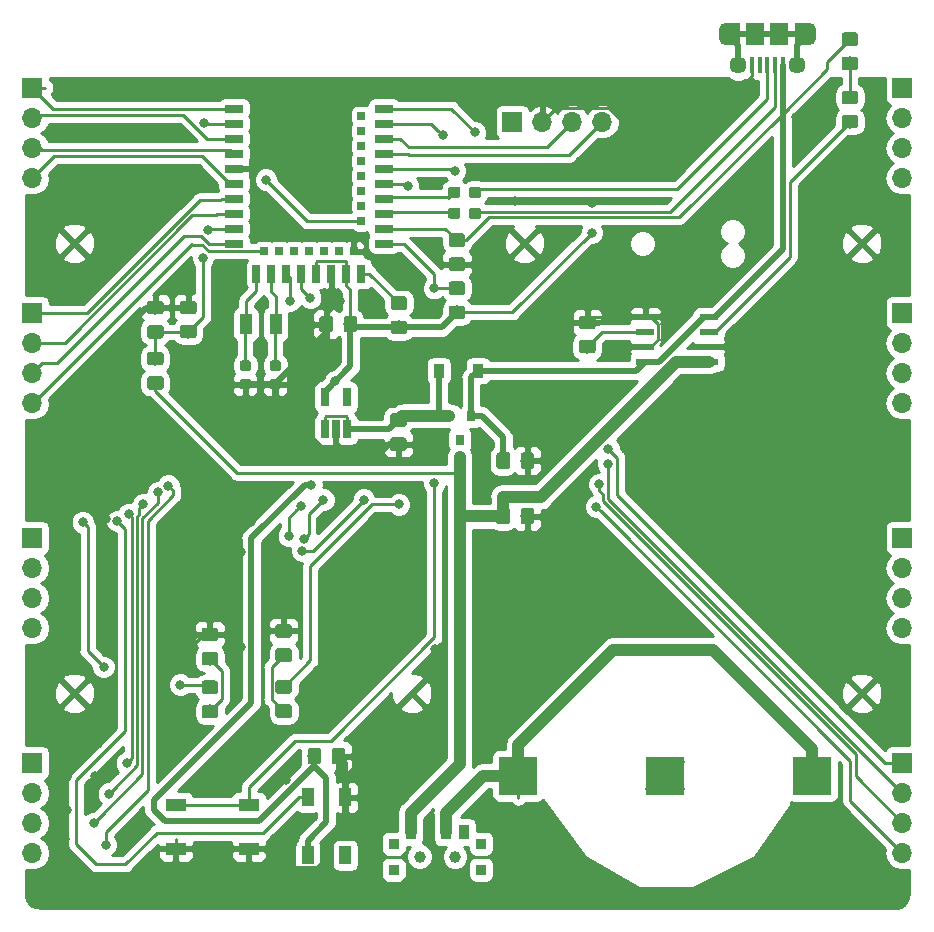
<source format=gbr>
G04 #@! TF.GenerationSoftware,KiCad,Pcbnew,(5.0.0)*
G04 #@! TF.CreationDate,2019-11-08T13:29:36-06:00*
G04 #@! TF.ProjectId,4x4_backpack,3478345F6261636B7061636B2E6B6963,rev?*
G04 #@! TF.SameCoordinates,Original*
G04 #@! TF.FileFunction,Copper,L1,Top,Signal*
G04 #@! TF.FilePolarity,Positive*
%FSLAX46Y46*%
G04 Gerber Fmt 4.6, Leading zero omitted, Abs format (unit mm)*
G04 Created by KiCad (PCBNEW (5.0.0)) date 11/08/19 13:29:36*
%MOMM*%
%LPD*%
G01*
G04 APERTURE LIST*
G04 #@! TA.AperFunction,SMDPad,CuDef*
%ADD10R,1.500000X1.900000*%
G04 #@! TD*
G04 #@! TA.AperFunction,ComponentPad*
%ADD11C,1.450000*%
G04 #@! TD*
G04 #@! TA.AperFunction,SMDPad,CuDef*
%ADD12R,0.400000X1.350000*%
G04 #@! TD*
G04 #@! TA.AperFunction,ComponentPad*
%ADD13O,1.200000X1.900000*%
G04 #@! TD*
G04 #@! TA.AperFunction,SMDPad,CuDef*
%ADD14R,1.200000X1.900000*%
G04 #@! TD*
G04 #@! TA.AperFunction,ComponentPad*
%ADD15R,1.700000X1.700000*%
G04 #@! TD*
G04 #@! TA.AperFunction,ComponentPad*
%ADD16O,1.700000X1.700000*%
G04 #@! TD*
G04 #@! TA.AperFunction,Conductor*
%ADD17C,0.100000*%
G04 #@! TD*
G04 #@! TA.AperFunction,SMDPad,CuDef*
%ADD18C,1.150000*%
G04 #@! TD*
G04 #@! TA.AperFunction,SMDPad,CuDef*
%ADD19R,0.800000X0.900000*%
G04 #@! TD*
G04 #@! TA.AperFunction,SMDPad,CuDef*
%ADD20R,3.250000X3.250000*%
G04 #@! TD*
G04 #@! TA.AperFunction,WasherPad*
%ADD21C,1.000000*%
G04 #@! TD*
G04 #@! TA.AperFunction,SMDPad,CuDef*
%ADD22R,0.900000X1.250000*%
G04 #@! TD*
G04 #@! TA.AperFunction,SMDPad,CuDef*
%ADD23R,0.900000X0.900000*%
G04 #@! TD*
G04 #@! TA.AperFunction,SMDPad,CuDef*
%ADD24R,1.800000X1.100000*%
G04 #@! TD*
G04 #@! TA.AperFunction,SMDPad,CuDef*
%ADD25C,0.875000*%
G04 #@! TD*
G04 #@! TA.AperFunction,SMDPad,CuDef*
%ADD26R,0.900000X1.200000*%
G04 #@! TD*
G04 #@! TA.AperFunction,ComponentPad*
%ADD27R,0.635000X0.635000*%
G04 #@! TD*
G04 #@! TA.AperFunction,SMDPad,CuDef*
%ADD28R,1.524000X0.635000*%
G04 #@! TD*
G04 #@! TA.AperFunction,SMDPad,CuDef*
%ADD29R,0.635000X1.524000*%
G04 #@! TD*
G04 #@! TA.AperFunction,SMDPad,CuDef*
%ADD30R,1.550000X0.600000*%
G04 #@! TD*
G04 #@! TA.AperFunction,SMDPad,CuDef*
%ADD31R,0.650000X1.560000*%
G04 #@! TD*
G04 #@! TA.AperFunction,SMDPad,CuDef*
%ADD32R,1.000000X1.800000*%
G04 #@! TD*
G04 #@! TA.AperFunction,SMDPad,CuDef*
%ADD33C,0.950000*%
G04 #@! TD*
G04 #@! TA.AperFunction,SMDPad,CuDef*
%ADD34R,1.000000X1.500000*%
G04 #@! TD*
G04 #@! TA.AperFunction,ViaPad*
%ADD35C,0.800000*%
G04 #@! TD*
G04 #@! TA.AperFunction,Conductor*
%ADD36C,0.250000*%
G04 #@! TD*
G04 #@! TA.AperFunction,Conductor*
%ADD37C,0.500000*%
G04 #@! TD*
G04 #@! TA.AperFunction,Conductor*
%ADD38C,1.000000*%
G04 #@! TD*
G04 #@! TA.AperFunction,Conductor*
%ADD39C,0.254000*%
G04 #@! TD*
G04 APERTURE END LIST*
D10*
G04 #@! TO.P,J17,6*
G04 #@! TO.N,Net-(J17-Pad6)*
X138700000Y-77629500D03*
D11*
X142200000Y-80329500D03*
D12*
G04 #@! TO.P,J17,2*
G04 #@! TO.N,Net-(J17-Pad2)*
X140350000Y-80329500D03*
G04 #@! TO.P,J17,1*
G04 #@! TO.N,VBUS*
X141000000Y-80329500D03*
G04 #@! TO.P,J17,5*
G04 #@! TO.N,GND*
X138400000Y-80329500D03*
G04 #@! TO.P,J17,4*
G04 #@! TO.N,N/C*
X139050000Y-80329500D03*
G04 #@! TO.P,J17,3*
G04 #@! TO.N,Net-(J17-Pad3)*
X139700000Y-80329500D03*
D11*
G04 #@! TO.P,J17,6*
G04 #@! TO.N,Net-(J17-Pad6)*
X137200000Y-80329500D03*
D10*
X140700000Y-77629500D03*
D13*
X143200000Y-77629500D03*
X136200000Y-77629500D03*
D14*
X136800000Y-77629500D03*
X142600000Y-77629500D03*
G04 #@! TD*
D15*
G04 #@! TO.P,J1,1*
G04 #@! TO.N,ROW1*
X77470000Y-82232500D03*
D16*
G04 #@! TO.P,J1,2*
G04 #@! TO.N,ROW2*
X77470000Y-84772500D03*
G04 #@! TO.P,J1,3*
G04 #@! TO.N,ROW3*
X77470000Y-87312500D03*
G04 #@! TO.P,J1,4*
G04 #@! TO.N,ROW4*
X77470000Y-89852500D03*
G04 #@! TD*
G04 #@! TO.P,J2,4*
G04 #@! TO.N,COL4*
X77470000Y-108902500D03*
G04 #@! TO.P,J2,3*
G04 #@! TO.N,COL3*
X77470000Y-106362500D03*
G04 #@! TO.P,J2,2*
G04 #@! TO.N,COL2*
X77470000Y-103822500D03*
D15*
G04 #@! TO.P,J2,1*
G04 #@! TO.N,COL1*
X77470000Y-101282500D03*
G04 #@! TD*
G04 #@! TO.P,J3,1*
G04 #@! TO.N,COL5*
X77470000Y-120332500D03*
D16*
G04 #@! TO.P,J3,2*
G04 #@! TO.N,COL6*
X77470000Y-122872500D03*
G04 #@! TO.P,J3,3*
G04 #@! TO.N,COL7*
X77470000Y-125412500D03*
G04 #@! TO.P,J3,4*
G04 #@! TO.N,COL8*
X77470000Y-127952500D03*
G04 #@! TD*
G04 #@! TO.P,J4,4*
G04 #@! TO.N,COL12*
X77470000Y-147002500D03*
G04 #@! TO.P,J4,3*
G04 #@! TO.N,COL11*
X77470000Y-144462500D03*
G04 #@! TO.P,J4,2*
G04 #@! TO.N,COL10*
X77470000Y-141922500D03*
D15*
G04 #@! TO.P,J4,1*
G04 #@! TO.N,COL9*
X77470000Y-139382500D03*
G04 #@! TD*
G04 #@! TO.P,J5,1*
G04 #@! TO.N,ROW1*
X151130000Y-82232500D03*
D16*
G04 #@! TO.P,J5,2*
G04 #@! TO.N,ROW2*
X151130000Y-84772500D03*
G04 #@! TO.P,J5,3*
G04 #@! TO.N,ROW3*
X151130000Y-87312500D03*
G04 #@! TO.P,J5,4*
G04 #@! TO.N,ROW4*
X151130000Y-89852500D03*
G04 #@! TD*
G04 #@! TO.P,J6,4*
G04 #@! TO.N,COL8*
X151130000Y-108902500D03*
G04 #@! TO.P,J6,3*
G04 #@! TO.N,COL7*
X151130000Y-106362500D03*
G04 #@! TO.P,J6,2*
G04 #@! TO.N,COL6*
X151130000Y-103822500D03*
D15*
G04 #@! TO.P,J6,1*
G04 #@! TO.N,COL5*
X151130000Y-101282500D03*
G04 #@! TD*
G04 #@! TO.P,J7,1*
G04 #@! TO.N,COL9*
X151130000Y-120332500D03*
D16*
G04 #@! TO.P,J7,2*
G04 #@! TO.N,COL10*
X151130000Y-122872500D03*
G04 #@! TO.P,J7,3*
G04 #@! TO.N,COL11*
X151130000Y-125412500D03*
G04 #@! TO.P,J7,4*
G04 #@! TO.N,COL12*
X151130000Y-127952500D03*
G04 #@! TD*
G04 #@! TO.P,J8,4*
G04 #@! TO.N,COL16*
X151130000Y-147002500D03*
G04 #@! TO.P,J8,3*
G04 #@! TO.N,COL15*
X151130000Y-144462500D03*
G04 #@! TO.P,J8,2*
G04 #@! TO.N,COL14*
X151130000Y-141922500D03*
D15*
G04 #@! TO.P,J8,1*
G04 #@! TO.N,COL13*
X151130000Y-139382500D03*
G04 #@! TD*
D17*
G04 #@! TO.N,GND*
G04 #@! TO.C,C1*
G36*
X113885505Y-96581204D02*
X113909773Y-96584804D01*
X113933572Y-96590765D01*
X113956671Y-96599030D01*
X113978850Y-96609520D01*
X113999893Y-96622132D01*
X114019599Y-96636747D01*
X114037777Y-96653223D01*
X114054253Y-96671401D01*
X114068868Y-96691107D01*
X114081480Y-96712150D01*
X114091970Y-96734329D01*
X114100235Y-96757428D01*
X114106196Y-96781227D01*
X114109796Y-96805495D01*
X114111000Y-96829999D01*
X114111000Y-97480001D01*
X114109796Y-97504505D01*
X114106196Y-97528773D01*
X114100235Y-97552572D01*
X114091970Y-97575671D01*
X114081480Y-97597850D01*
X114068868Y-97618893D01*
X114054253Y-97638599D01*
X114037777Y-97656777D01*
X114019599Y-97673253D01*
X113999893Y-97687868D01*
X113978850Y-97700480D01*
X113956671Y-97710970D01*
X113933572Y-97719235D01*
X113909773Y-97725196D01*
X113885505Y-97728796D01*
X113861001Y-97730000D01*
X112960999Y-97730000D01*
X112936495Y-97728796D01*
X112912227Y-97725196D01*
X112888428Y-97719235D01*
X112865329Y-97710970D01*
X112843150Y-97700480D01*
X112822107Y-97687868D01*
X112802401Y-97673253D01*
X112784223Y-97656777D01*
X112767747Y-97638599D01*
X112753132Y-97618893D01*
X112740520Y-97597850D01*
X112730030Y-97575671D01*
X112721765Y-97552572D01*
X112715804Y-97528773D01*
X112712204Y-97504505D01*
X112711000Y-97480001D01*
X112711000Y-96829999D01*
X112712204Y-96805495D01*
X112715804Y-96781227D01*
X112721765Y-96757428D01*
X112730030Y-96734329D01*
X112740520Y-96712150D01*
X112753132Y-96691107D01*
X112767747Y-96671401D01*
X112784223Y-96653223D01*
X112802401Y-96636747D01*
X112822107Y-96622132D01*
X112843150Y-96609520D01*
X112865329Y-96599030D01*
X112888428Y-96590765D01*
X112912227Y-96584804D01*
X112936495Y-96581204D01*
X112960999Y-96580000D01*
X113861001Y-96580000D01*
X113885505Y-96581204D01*
X113885505Y-96581204D01*
G37*
D18*
G04 #@! TD*
G04 #@! TO.P,C1,2*
G04 #@! TO.N,GND*
X113411000Y-97155000D03*
D17*
G04 #@! TO.N,VBUS*
G04 #@! TO.C,C1*
G36*
X113885505Y-94531204D02*
X113909773Y-94534804D01*
X113933572Y-94540765D01*
X113956671Y-94549030D01*
X113978850Y-94559520D01*
X113999893Y-94572132D01*
X114019599Y-94586747D01*
X114037777Y-94603223D01*
X114054253Y-94621401D01*
X114068868Y-94641107D01*
X114081480Y-94662150D01*
X114091970Y-94684329D01*
X114100235Y-94707428D01*
X114106196Y-94731227D01*
X114109796Y-94755495D01*
X114111000Y-94779999D01*
X114111000Y-95430001D01*
X114109796Y-95454505D01*
X114106196Y-95478773D01*
X114100235Y-95502572D01*
X114091970Y-95525671D01*
X114081480Y-95547850D01*
X114068868Y-95568893D01*
X114054253Y-95588599D01*
X114037777Y-95606777D01*
X114019599Y-95623253D01*
X113999893Y-95637868D01*
X113978850Y-95650480D01*
X113956671Y-95660970D01*
X113933572Y-95669235D01*
X113909773Y-95675196D01*
X113885505Y-95678796D01*
X113861001Y-95680000D01*
X112960999Y-95680000D01*
X112936495Y-95678796D01*
X112912227Y-95675196D01*
X112888428Y-95669235D01*
X112865329Y-95660970D01*
X112843150Y-95650480D01*
X112822107Y-95637868D01*
X112802401Y-95623253D01*
X112784223Y-95606777D01*
X112767747Y-95588599D01*
X112753132Y-95568893D01*
X112740520Y-95547850D01*
X112730030Y-95525671D01*
X112721765Y-95502572D01*
X112715804Y-95478773D01*
X112712204Y-95454505D01*
X112711000Y-95430001D01*
X112711000Y-94779999D01*
X112712204Y-94755495D01*
X112715804Y-94731227D01*
X112721765Y-94707428D01*
X112730030Y-94684329D01*
X112740520Y-94662150D01*
X112753132Y-94641107D01*
X112767747Y-94621401D01*
X112784223Y-94603223D01*
X112802401Y-94586747D01*
X112822107Y-94572132D01*
X112843150Y-94559520D01*
X112865329Y-94549030D01*
X112888428Y-94540765D01*
X112912227Y-94534804D01*
X112936495Y-94531204D01*
X112960999Y-94530000D01*
X113861001Y-94530000D01*
X113885505Y-94531204D01*
X113885505Y-94531204D01*
G37*
D18*
G04 #@! TD*
G04 #@! TO.P,C1,1*
G04 #@! TO.N,VBUS*
X113411000Y-95105000D03*
D17*
G04 #@! TO.N,Net-(C2-Pad1)*
G04 #@! TO.C,C2*
G36*
X117679505Y-117792204D02*
X117703773Y-117795804D01*
X117727572Y-117801765D01*
X117750671Y-117810030D01*
X117772850Y-117820520D01*
X117793893Y-117833132D01*
X117813599Y-117847747D01*
X117831777Y-117864223D01*
X117848253Y-117882401D01*
X117862868Y-117902107D01*
X117875480Y-117923150D01*
X117885970Y-117945329D01*
X117894235Y-117968428D01*
X117900196Y-117992227D01*
X117903796Y-118016495D01*
X117905000Y-118040999D01*
X117905000Y-118941001D01*
X117903796Y-118965505D01*
X117900196Y-118989773D01*
X117894235Y-119013572D01*
X117885970Y-119036671D01*
X117875480Y-119058850D01*
X117862868Y-119079893D01*
X117848253Y-119099599D01*
X117831777Y-119117777D01*
X117813599Y-119134253D01*
X117793893Y-119148868D01*
X117772850Y-119161480D01*
X117750671Y-119171970D01*
X117727572Y-119180235D01*
X117703773Y-119186196D01*
X117679505Y-119189796D01*
X117655001Y-119191000D01*
X117004999Y-119191000D01*
X116980495Y-119189796D01*
X116956227Y-119186196D01*
X116932428Y-119180235D01*
X116909329Y-119171970D01*
X116887150Y-119161480D01*
X116866107Y-119148868D01*
X116846401Y-119134253D01*
X116828223Y-119117777D01*
X116811747Y-119099599D01*
X116797132Y-119079893D01*
X116784520Y-119058850D01*
X116774030Y-119036671D01*
X116765765Y-119013572D01*
X116759804Y-118989773D01*
X116756204Y-118965505D01*
X116755000Y-118941001D01*
X116755000Y-118040999D01*
X116756204Y-118016495D01*
X116759804Y-117992227D01*
X116765765Y-117968428D01*
X116774030Y-117945329D01*
X116784520Y-117923150D01*
X116797132Y-117902107D01*
X116811747Y-117882401D01*
X116828223Y-117864223D01*
X116846401Y-117847747D01*
X116866107Y-117833132D01*
X116887150Y-117820520D01*
X116909329Y-117810030D01*
X116932428Y-117801765D01*
X116956227Y-117795804D01*
X116980495Y-117792204D01*
X117004999Y-117791000D01*
X117655001Y-117791000D01*
X117679505Y-117792204D01*
X117679505Y-117792204D01*
G37*
D18*
G04 #@! TD*
G04 #@! TO.P,C2,1*
G04 #@! TO.N,Net-(C2-Pad1)*
X117330000Y-118491000D03*
D17*
G04 #@! TO.N,GND*
G04 #@! TO.C,C2*
G36*
X119729505Y-117792204D02*
X119753773Y-117795804D01*
X119777572Y-117801765D01*
X119800671Y-117810030D01*
X119822850Y-117820520D01*
X119843893Y-117833132D01*
X119863599Y-117847747D01*
X119881777Y-117864223D01*
X119898253Y-117882401D01*
X119912868Y-117902107D01*
X119925480Y-117923150D01*
X119935970Y-117945329D01*
X119944235Y-117968428D01*
X119950196Y-117992227D01*
X119953796Y-118016495D01*
X119955000Y-118040999D01*
X119955000Y-118941001D01*
X119953796Y-118965505D01*
X119950196Y-118989773D01*
X119944235Y-119013572D01*
X119935970Y-119036671D01*
X119925480Y-119058850D01*
X119912868Y-119079893D01*
X119898253Y-119099599D01*
X119881777Y-119117777D01*
X119863599Y-119134253D01*
X119843893Y-119148868D01*
X119822850Y-119161480D01*
X119800671Y-119171970D01*
X119777572Y-119180235D01*
X119753773Y-119186196D01*
X119729505Y-119189796D01*
X119705001Y-119191000D01*
X119054999Y-119191000D01*
X119030495Y-119189796D01*
X119006227Y-119186196D01*
X118982428Y-119180235D01*
X118959329Y-119171970D01*
X118937150Y-119161480D01*
X118916107Y-119148868D01*
X118896401Y-119134253D01*
X118878223Y-119117777D01*
X118861747Y-119099599D01*
X118847132Y-119079893D01*
X118834520Y-119058850D01*
X118824030Y-119036671D01*
X118815765Y-119013572D01*
X118809804Y-118989773D01*
X118806204Y-118965505D01*
X118805000Y-118941001D01*
X118805000Y-118040999D01*
X118806204Y-118016495D01*
X118809804Y-117992227D01*
X118815765Y-117968428D01*
X118824030Y-117945329D01*
X118834520Y-117923150D01*
X118847132Y-117902107D01*
X118861747Y-117882401D01*
X118878223Y-117864223D01*
X118896401Y-117847747D01*
X118916107Y-117833132D01*
X118937150Y-117820520D01*
X118959329Y-117810030D01*
X118982428Y-117801765D01*
X119006227Y-117795804D01*
X119030495Y-117792204D01*
X119054999Y-117791000D01*
X119705001Y-117791000D01*
X119729505Y-117792204D01*
X119729505Y-117792204D01*
G37*
D18*
G04 #@! TD*
G04 #@! TO.P,C2,2*
G04 #@! TO.N,GND*
X119380000Y-118491000D03*
D17*
G04 #@! TO.N,VCC*
G04 #@! TO.C,C3*
G36*
X104743515Y-101536204D02*
X104767783Y-101539804D01*
X104791582Y-101545765D01*
X104814681Y-101554030D01*
X104836860Y-101564520D01*
X104857903Y-101577132D01*
X104877609Y-101591747D01*
X104895787Y-101608223D01*
X104912263Y-101626401D01*
X104926878Y-101646107D01*
X104939490Y-101667150D01*
X104949980Y-101689329D01*
X104958245Y-101712428D01*
X104964206Y-101736227D01*
X104967806Y-101760495D01*
X104969010Y-101784999D01*
X104969010Y-102685001D01*
X104967806Y-102709505D01*
X104964206Y-102733773D01*
X104958245Y-102757572D01*
X104949980Y-102780671D01*
X104939490Y-102802850D01*
X104926878Y-102823893D01*
X104912263Y-102843599D01*
X104895787Y-102861777D01*
X104877609Y-102878253D01*
X104857903Y-102892868D01*
X104836860Y-102905480D01*
X104814681Y-102915970D01*
X104791582Y-102924235D01*
X104767783Y-102930196D01*
X104743515Y-102933796D01*
X104719011Y-102935000D01*
X104069009Y-102935000D01*
X104044505Y-102933796D01*
X104020237Y-102930196D01*
X103996438Y-102924235D01*
X103973339Y-102915970D01*
X103951160Y-102905480D01*
X103930117Y-102892868D01*
X103910411Y-102878253D01*
X103892233Y-102861777D01*
X103875757Y-102843599D01*
X103861142Y-102823893D01*
X103848530Y-102802850D01*
X103838040Y-102780671D01*
X103829775Y-102757572D01*
X103823814Y-102733773D01*
X103820214Y-102709505D01*
X103819010Y-102685001D01*
X103819010Y-101784999D01*
X103820214Y-101760495D01*
X103823814Y-101736227D01*
X103829775Y-101712428D01*
X103838040Y-101689329D01*
X103848530Y-101667150D01*
X103861142Y-101646107D01*
X103875757Y-101626401D01*
X103892233Y-101608223D01*
X103910411Y-101591747D01*
X103930117Y-101577132D01*
X103951160Y-101564520D01*
X103973339Y-101554030D01*
X103996438Y-101545765D01*
X104020237Y-101539804D01*
X104044505Y-101536204D01*
X104069009Y-101535000D01*
X104719011Y-101535000D01*
X104743515Y-101536204D01*
X104743515Y-101536204D01*
G37*
D18*
G04 #@! TD*
G04 #@! TO.P,C3,1*
G04 #@! TO.N,VCC*
X104394010Y-102235000D03*
D17*
G04 #@! TO.N,GND*
G04 #@! TO.C,C3*
G36*
X102693515Y-101536204D02*
X102717783Y-101539804D01*
X102741582Y-101545765D01*
X102764681Y-101554030D01*
X102786860Y-101564520D01*
X102807903Y-101577132D01*
X102827609Y-101591747D01*
X102845787Y-101608223D01*
X102862263Y-101626401D01*
X102876878Y-101646107D01*
X102889490Y-101667150D01*
X102899980Y-101689329D01*
X102908245Y-101712428D01*
X102914206Y-101736227D01*
X102917806Y-101760495D01*
X102919010Y-101784999D01*
X102919010Y-102685001D01*
X102917806Y-102709505D01*
X102914206Y-102733773D01*
X102908245Y-102757572D01*
X102899980Y-102780671D01*
X102889490Y-102802850D01*
X102876878Y-102823893D01*
X102862263Y-102843599D01*
X102845787Y-102861777D01*
X102827609Y-102878253D01*
X102807903Y-102892868D01*
X102786860Y-102905480D01*
X102764681Y-102915970D01*
X102741582Y-102924235D01*
X102717783Y-102930196D01*
X102693515Y-102933796D01*
X102669011Y-102935000D01*
X102019009Y-102935000D01*
X101994505Y-102933796D01*
X101970237Y-102930196D01*
X101946438Y-102924235D01*
X101923339Y-102915970D01*
X101901160Y-102905480D01*
X101880117Y-102892868D01*
X101860411Y-102878253D01*
X101842233Y-102861777D01*
X101825757Y-102843599D01*
X101811142Y-102823893D01*
X101798530Y-102802850D01*
X101788040Y-102780671D01*
X101779775Y-102757572D01*
X101773814Y-102733773D01*
X101770214Y-102709505D01*
X101769010Y-102685001D01*
X101769010Y-101784999D01*
X101770214Y-101760495D01*
X101773814Y-101736227D01*
X101779775Y-101712428D01*
X101788040Y-101689329D01*
X101798530Y-101667150D01*
X101811142Y-101646107D01*
X101825757Y-101626401D01*
X101842233Y-101608223D01*
X101860411Y-101591747D01*
X101880117Y-101577132D01*
X101901160Y-101564520D01*
X101923339Y-101554030D01*
X101946438Y-101545765D01*
X101970237Y-101539804D01*
X101994505Y-101536204D01*
X102019009Y-101535000D01*
X102669011Y-101535000D01*
X102693515Y-101536204D01*
X102693515Y-101536204D01*
G37*
D18*
G04 #@! TD*
G04 #@! TO.P,C3,2*
G04 #@! TO.N,GND*
X102344010Y-102235000D03*
D19*
G04 #@! TO.P,Q1,1*
G04 #@! TO.N,VBUS*
X114615000Y-109998000D03*
G04 #@! TO.P,Q1,2*
G04 #@! TO.N,Net-(C5-Pad1)*
X112715000Y-109998000D03*
G04 #@! TO.P,Q1,3*
G04 #@! TO.N,Net-(C2-Pad1)*
X113665000Y-111998000D03*
G04 #@! TD*
D20*
G04 #@! TO.P,E1,1*
G04 #@! TO.N,Net-(E1-Pad1)*
X143510000Y-140462000D03*
X118618000Y-140462000D03*
G04 #@! TO.P,E1,2*
G04 #@! TO.N,GND*
X131064000Y-140462000D03*
G04 #@! TD*
D15*
G04 #@! TO.P,J9,1*
G04 #@! TO.N,VCC*
X118110000Y-85090000D03*
D16*
G04 #@! TO.P,J9,2*
G04 #@! TO.N,GND*
X120650000Y-85090000D03*
G04 #@! TO.P,J9,3*
G04 #@! TO.N,SWDCLK*
X123190000Y-85090000D03*
G04 #@! TO.P,J9,4*
G04 #@! TO.N,SWDIO*
X125730000Y-85090000D03*
G04 #@! TD*
D21*
G04 #@! TO.P,SW1,*
G04 #@! TO.N,*
X110260000Y-147320000D03*
X113260000Y-147320000D03*
D22*
G04 #@! TO.P,SW1,2*
G04 #@! TO.N,Net-(E1-Pad1)*
X112510000Y-145245000D03*
G04 #@! TO.P,SW1,3*
G04 #@! TO.N,N/C*
X114010000Y-145245000D03*
G04 #@! TO.P,SW1,1*
G04 #@! TO.N,Net-(C2-Pad1)*
X109510000Y-145245000D03*
D23*
G04 #@! TO.P,SW1,0*
G04 #@! TO.N,N/C*
X108060000Y-148420000D03*
X108060000Y-146220000D03*
X115460000Y-146220000D03*
X115460000Y-148420000D03*
G04 #@! TD*
D24*
G04 #@! TO.P,SW2,1*
G04 #@! TO.N,GND*
X95810000Y-146630000D03*
X89610000Y-146630000D03*
G04 #@! TO.P,SW2,2*
G04 #@! TO.N,RESET*
X95810000Y-142930000D03*
X89610000Y-142930000D03*
G04 #@! TD*
D17*
G04 #@! TO.N,GND*
G04 #@! TO.C,C5*
G36*
X108932505Y-111821204D02*
X108956773Y-111824804D01*
X108980572Y-111830765D01*
X109003671Y-111839030D01*
X109025850Y-111849520D01*
X109046893Y-111862132D01*
X109066599Y-111876747D01*
X109084777Y-111893223D01*
X109101253Y-111911401D01*
X109115868Y-111931107D01*
X109128480Y-111952150D01*
X109138970Y-111974329D01*
X109147235Y-111997428D01*
X109153196Y-112021227D01*
X109156796Y-112045495D01*
X109158000Y-112069999D01*
X109158000Y-112720001D01*
X109156796Y-112744505D01*
X109153196Y-112768773D01*
X109147235Y-112792572D01*
X109138970Y-112815671D01*
X109128480Y-112837850D01*
X109115868Y-112858893D01*
X109101253Y-112878599D01*
X109084777Y-112896777D01*
X109066599Y-112913253D01*
X109046893Y-112927868D01*
X109025850Y-112940480D01*
X109003671Y-112950970D01*
X108980572Y-112959235D01*
X108956773Y-112965196D01*
X108932505Y-112968796D01*
X108908001Y-112970000D01*
X108007999Y-112970000D01*
X107983495Y-112968796D01*
X107959227Y-112965196D01*
X107935428Y-112959235D01*
X107912329Y-112950970D01*
X107890150Y-112940480D01*
X107869107Y-112927868D01*
X107849401Y-112913253D01*
X107831223Y-112896777D01*
X107814747Y-112878599D01*
X107800132Y-112858893D01*
X107787520Y-112837850D01*
X107777030Y-112815671D01*
X107768765Y-112792572D01*
X107762804Y-112768773D01*
X107759204Y-112744505D01*
X107758000Y-112720001D01*
X107758000Y-112069999D01*
X107759204Y-112045495D01*
X107762804Y-112021227D01*
X107768765Y-111997428D01*
X107777030Y-111974329D01*
X107787520Y-111952150D01*
X107800132Y-111931107D01*
X107814747Y-111911401D01*
X107831223Y-111893223D01*
X107849401Y-111876747D01*
X107869107Y-111862132D01*
X107890150Y-111849520D01*
X107912329Y-111839030D01*
X107935428Y-111830765D01*
X107959227Y-111824804D01*
X107983495Y-111821204D01*
X108007999Y-111820000D01*
X108908001Y-111820000D01*
X108932505Y-111821204D01*
X108932505Y-111821204D01*
G37*
D18*
G04 #@! TD*
G04 #@! TO.P,C5,2*
G04 #@! TO.N,GND*
X108458000Y-112395000D03*
D17*
G04 #@! TO.N,Net-(C5-Pad1)*
G04 #@! TO.C,C5*
G36*
X108932505Y-109771204D02*
X108956773Y-109774804D01*
X108980572Y-109780765D01*
X109003671Y-109789030D01*
X109025850Y-109799520D01*
X109046893Y-109812132D01*
X109066599Y-109826747D01*
X109084777Y-109843223D01*
X109101253Y-109861401D01*
X109115868Y-109881107D01*
X109128480Y-109902150D01*
X109138970Y-109924329D01*
X109147235Y-109947428D01*
X109153196Y-109971227D01*
X109156796Y-109995495D01*
X109158000Y-110019999D01*
X109158000Y-110670001D01*
X109156796Y-110694505D01*
X109153196Y-110718773D01*
X109147235Y-110742572D01*
X109138970Y-110765671D01*
X109128480Y-110787850D01*
X109115868Y-110808893D01*
X109101253Y-110828599D01*
X109084777Y-110846777D01*
X109066599Y-110863253D01*
X109046893Y-110877868D01*
X109025850Y-110890480D01*
X109003671Y-110900970D01*
X108980572Y-110909235D01*
X108956773Y-110915196D01*
X108932505Y-110918796D01*
X108908001Y-110920000D01*
X108007999Y-110920000D01*
X107983495Y-110918796D01*
X107959227Y-110915196D01*
X107935428Y-110909235D01*
X107912329Y-110900970D01*
X107890150Y-110890480D01*
X107869107Y-110877868D01*
X107849401Y-110863253D01*
X107831223Y-110846777D01*
X107814747Y-110828599D01*
X107800132Y-110808893D01*
X107787520Y-110787850D01*
X107777030Y-110765671D01*
X107768765Y-110742572D01*
X107762804Y-110718773D01*
X107759204Y-110694505D01*
X107758000Y-110670001D01*
X107758000Y-110019999D01*
X107759204Y-109995495D01*
X107762804Y-109971227D01*
X107768765Y-109947428D01*
X107777030Y-109924329D01*
X107787520Y-109902150D01*
X107800132Y-109881107D01*
X107814747Y-109861401D01*
X107831223Y-109843223D01*
X107849401Y-109826747D01*
X107869107Y-109812132D01*
X107890150Y-109799520D01*
X107912329Y-109789030D01*
X107935428Y-109780765D01*
X107959227Y-109774804D01*
X107983495Y-109771204D01*
X108007999Y-109770000D01*
X108908001Y-109770000D01*
X108932505Y-109771204D01*
X108932505Y-109771204D01*
G37*
D18*
G04 #@! TD*
G04 #@! TO.P,C5,1*
G04 #@! TO.N,Net-(C5-Pad1)*
X108458000Y-110345000D03*
D17*
G04 #@! TO.N,/P0.31*
G04 #@! TO.C,C6*
G36*
X88358505Y-102305204D02*
X88382773Y-102308804D01*
X88406572Y-102314765D01*
X88429671Y-102323030D01*
X88451850Y-102333520D01*
X88472893Y-102346132D01*
X88492599Y-102360747D01*
X88510777Y-102377223D01*
X88527253Y-102395401D01*
X88541868Y-102415107D01*
X88554480Y-102436150D01*
X88564970Y-102458329D01*
X88573235Y-102481428D01*
X88579196Y-102505227D01*
X88582796Y-102529495D01*
X88584000Y-102553999D01*
X88584000Y-103204001D01*
X88582796Y-103228505D01*
X88579196Y-103252773D01*
X88573235Y-103276572D01*
X88564970Y-103299671D01*
X88554480Y-103321850D01*
X88541868Y-103342893D01*
X88527253Y-103362599D01*
X88510777Y-103380777D01*
X88492599Y-103397253D01*
X88472893Y-103411868D01*
X88451850Y-103424480D01*
X88429671Y-103434970D01*
X88406572Y-103443235D01*
X88382773Y-103449196D01*
X88358505Y-103452796D01*
X88334001Y-103454000D01*
X87433999Y-103454000D01*
X87409495Y-103452796D01*
X87385227Y-103449196D01*
X87361428Y-103443235D01*
X87338329Y-103434970D01*
X87316150Y-103424480D01*
X87295107Y-103411868D01*
X87275401Y-103397253D01*
X87257223Y-103380777D01*
X87240747Y-103362599D01*
X87226132Y-103342893D01*
X87213520Y-103321850D01*
X87203030Y-103299671D01*
X87194765Y-103276572D01*
X87188804Y-103252773D01*
X87185204Y-103228505D01*
X87184000Y-103204001D01*
X87184000Y-102553999D01*
X87185204Y-102529495D01*
X87188804Y-102505227D01*
X87194765Y-102481428D01*
X87203030Y-102458329D01*
X87213520Y-102436150D01*
X87226132Y-102415107D01*
X87240747Y-102395401D01*
X87257223Y-102377223D01*
X87275401Y-102360747D01*
X87295107Y-102346132D01*
X87316150Y-102333520D01*
X87338329Y-102323030D01*
X87361428Y-102314765D01*
X87385227Y-102308804D01*
X87409495Y-102305204D01*
X87433999Y-102304000D01*
X88334001Y-102304000D01*
X88358505Y-102305204D01*
X88358505Y-102305204D01*
G37*
D18*
G04 #@! TD*
G04 #@! TO.P,C6,1*
G04 #@! TO.N,/P0.31*
X87884000Y-102879000D03*
D17*
G04 #@! TO.N,GND*
G04 #@! TO.C,C6*
G36*
X88358505Y-100255204D02*
X88382773Y-100258804D01*
X88406572Y-100264765D01*
X88429671Y-100273030D01*
X88451850Y-100283520D01*
X88472893Y-100296132D01*
X88492599Y-100310747D01*
X88510777Y-100327223D01*
X88527253Y-100345401D01*
X88541868Y-100365107D01*
X88554480Y-100386150D01*
X88564970Y-100408329D01*
X88573235Y-100431428D01*
X88579196Y-100455227D01*
X88582796Y-100479495D01*
X88584000Y-100503999D01*
X88584000Y-101154001D01*
X88582796Y-101178505D01*
X88579196Y-101202773D01*
X88573235Y-101226572D01*
X88564970Y-101249671D01*
X88554480Y-101271850D01*
X88541868Y-101292893D01*
X88527253Y-101312599D01*
X88510777Y-101330777D01*
X88492599Y-101347253D01*
X88472893Y-101361868D01*
X88451850Y-101374480D01*
X88429671Y-101384970D01*
X88406572Y-101393235D01*
X88382773Y-101399196D01*
X88358505Y-101402796D01*
X88334001Y-101404000D01*
X87433999Y-101404000D01*
X87409495Y-101402796D01*
X87385227Y-101399196D01*
X87361428Y-101393235D01*
X87338329Y-101384970D01*
X87316150Y-101374480D01*
X87295107Y-101361868D01*
X87275401Y-101347253D01*
X87257223Y-101330777D01*
X87240747Y-101312599D01*
X87226132Y-101292893D01*
X87213520Y-101271850D01*
X87203030Y-101249671D01*
X87194765Y-101226572D01*
X87188804Y-101202773D01*
X87185204Y-101178505D01*
X87184000Y-101154001D01*
X87184000Y-100503999D01*
X87185204Y-100479495D01*
X87188804Y-100455227D01*
X87194765Y-100431428D01*
X87203030Y-100408329D01*
X87213520Y-100386150D01*
X87226132Y-100365107D01*
X87240747Y-100345401D01*
X87257223Y-100327223D01*
X87275401Y-100310747D01*
X87295107Y-100296132D01*
X87316150Y-100283520D01*
X87338329Y-100273030D01*
X87361428Y-100264765D01*
X87385227Y-100258804D01*
X87409495Y-100255204D01*
X87433999Y-100254000D01*
X88334001Y-100254000D01*
X88358505Y-100255204D01*
X88358505Y-100255204D01*
G37*
D18*
G04 #@! TD*
G04 #@! TO.P,C6,2*
G04 #@! TO.N,GND*
X87884000Y-100829000D03*
D17*
G04 #@! TO.N,GND*
G04 #@! TO.C,C17*
G36*
X95781691Y-106878552D02*
X95802926Y-106881702D01*
X95823750Y-106886918D01*
X95843962Y-106894150D01*
X95863368Y-106903329D01*
X95881781Y-106914365D01*
X95899024Y-106927153D01*
X95914930Y-106941569D01*
X95929346Y-106957475D01*
X95942134Y-106974718D01*
X95953170Y-106993131D01*
X95962349Y-107012537D01*
X95969581Y-107032749D01*
X95974797Y-107053573D01*
X95977947Y-107074808D01*
X95979000Y-107096249D01*
X95979000Y-107533749D01*
X95977947Y-107555190D01*
X95974797Y-107576425D01*
X95969581Y-107597249D01*
X95962349Y-107617461D01*
X95953170Y-107636867D01*
X95942134Y-107655280D01*
X95929346Y-107672523D01*
X95914930Y-107688429D01*
X95899024Y-107702845D01*
X95881781Y-107715633D01*
X95863368Y-107726669D01*
X95843962Y-107735848D01*
X95823750Y-107743080D01*
X95802926Y-107748296D01*
X95781691Y-107751446D01*
X95760250Y-107752499D01*
X95247750Y-107752499D01*
X95226309Y-107751446D01*
X95205074Y-107748296D01*
X95184250Y-107743080D01*
X95164038Y-107735848D01*
X95144632Y-107726669D01*
X95126219Y-107715633D01*
X95108976Y-107702845D01*
X95093070Y-107688429D01*
X95078654Y-107672523D01*
X95065866Y-107655280D01*
X95054830Y-107636867D01*
X95045651Y-107617461D01*
X95038419Y-107597249D01*
X95033203Y-107576425D01*
X95030053Y-107555190D01*
X95029000Y-107533749D01*
X95029000Y-107096249D01*
X95030053Y-107074808D01*
X95033203Y-107053573D01*
X95038419Y-107032749D01*
X95045651Y-107012537D01*
X95054830Y-106993131D01*
X95065866Y-106974718D01*
X95078654Y-106957475D01*
X95093070Y-106941569D01*
X95108976Y-106927153D01*
X95126219Y-106914365D01*
X95144632Y-106903329D01*
X95164038Y-106894150D01*
X95184250Y-106886918D01*
X95205074Y-106881702D01*
X95226309Y-106878552D01*
X95247750Y-106877499D01*
X95760250Y-106877499D01*
X95781691Y-106878552D01*
X95781691Y-106878552D01*
G37*
D25*
G04 #@! TD*
G04 #@! TO.P,C17,2*
G04 #@! TO.N,GND*
X95504000Y-107314999D03*
D17*
G04 #@! TO.N,Net-(C17-Pad1)*
G04 #@! TO.C,C17*
G36*
X95781691Y-105303552D02*
X95802926Y-105306702D01*
X95823750Y-105311918D01*
X95843962Y-105319150D01*
X95863368Y-105328329D01*
X95881781Y-105339365D01*
X95899024Y-105352153D01*
X95914930Y-105366569D01*
X95929346Y-105382475D01*
X95942134Y-105399718D01*
X95953170Y-105418131D01*
X95962349Y-105437537D01*
X95969581Y-105457749D01*
X95974797Y-105478573D01*
X95977947Y-105499808D01*
X95979000Y-105521249D01*
X95979000Y-105958749D01*
X95977947Y-105980190D01*
X95974797Y-106001425D01*
X95969581Y-106022249D01*
X95962349Y-106042461D01*
X95953170Y-106061867D01*
X95942134Y-106080280D01*
X95929346Y-106097523D01*
X95914930Y-106113429D01*
X95899024Y-106127845D01*
X95881781Y-106140633D01*
X95863368Y-106151669D01*
X95843962Y-106160848D01*
X95823750Y-106168080D01*
X95802926Y-106173296D01*
X95781691Y-106176446D01*
X95760250Y-106177499D01*
X95247750Y-106177499D01*
X95226309Y-106176446D01*
X95205074Y-106173296D01*
X95184250Y-106168080D01*
X95164038Y-106160848D01*
X95144632Y-106151669D01*
X95126219Y-106140633D01*
X95108976Y-106127845D01*
X95093070Y-106113429D01*
X95078654Y-106097523D01*
X95065866Y-106080280D01*
X95054830Y-106061867D01*
X95045651Y-106042461D01*
X95038419Y-106022249D01*
X95033203Y-106001425D01*
X95030053Y-105980190D01*
X95029000Y-105958749D01*
X95029000Y-105521249D01*
X95030053Y-105499808D01*
X95033203Y-105478573D01*
X95038419Y-105457749D01*
X95045651Y-105437537D01*
X95054830Y-105418131D01*
X95065866Y-105399718D01*
X95078654Y-105382475D01*
X95093070Y-105366569D01*
X95108976Y-105352153D01*
X95126219Y-105339365D01*
X95144632Y-105328329D01*
X95164038Y-105319150D01*
X95184250Y-105311918D01*
X95205074Y-105306702D01*
X95226309Y-105303552D01*
X95247750Y-105302499D01*
X95760250Y-105302499D01*
X95781691Y-105303552D01*
X95781691Y-105303552D01*
G37*
D25*
G04 #@! TD*
G04 #@! TO.P,C17,1*
G04 #@! TO.N,Net-(C17-Pad1)*
X95504000Y-105739999D03*
D17*
G04 #@! TO.N,Net-(C18-Pad1)*
G04 #@! TO.C,C18*
G36*
X98321691Y-105303549D02*
X98342926Y-105306699D01*
X98363750Y-105311915D01*
X98383962Y-105319147D01*
X98403368Y-105328326D01*
X98421781Y-105339362D01*
X98439024Y-105352150D01*
X98454930Y-105366566D01*
X98469346Y-105382472D01*
X98482134Y-105399715D01*
X98493170Y-105418128D01*
X98502349Y-105437534D01*
X98509581Y-105457746D01*
X98514797Y-105478570D01*
X98517947Y-105499805D01*
X98519000Y-105521246D01*
X98519000Y-105958746D01*
X98517947Y-105980187D01*
X98514797Y-106001422D01*
X98509581Y-106022246D01*
X98502349Y-106042458D01*
X98493170Y-106061864D01*
X98482134Y-106080277D01*
X98469346Y-106097520D01*
X98454930Y-106113426D01*
X98439024Y-106127842D01*
X98421781Y-106140630D01*
X98403368Y-106151666D01*
X98383962Y-106160845D01*
X98363750Y-106168077D01*
X98342926Y-106173293D01*
X98321691Y-106176443D01*
X98300250Y-106177496D01*
X97787750Y-106177496D01*
X97766309Y-106176443D01*
X97745074Y-106173293D01*
X97724250Y-106168077D01*
X97704038Y-106160845D01*
X97684632Y-106151666D01*
X97666219Y-106140630D01*
X97648976Y-106127842D01*
X97633070Y-106113426D01*
X97618654Y-106097520D01*
X97605866Y-106080277D01*
X97594830Y-106061864D01*
X97585651Y-106042458D01*
X97578419Y-106022246D01*
X97573203Y-106001422D01*
X97570053Y-105980187D01*
X97569000Y-105958746D01*
X97569000Y-105521246D01*
X97570053Y-105499805D01*
X97573203Y-105478570D01*
X97578419Y-105457746D01*
X97585651Y-105437534D01*
X97594830Y-105418128D01*
X97605866Y-105399715D01*
X97618654Y-105382472D01*
X97633070Y-105366566D01*
X97648976Y-105352150D01*
X97666219Y-105339362D01*
X97684632Y-105328326D01*
X97704038Y-105319147D01*
X97724250Y-105311915D01*
X97745074Y-105306699D01*
X97766309Y-105303549D01*
X97787750Y-105302496D01*
X98300250Y-105302496D01*
X98321691Y-105303549D01*
X98321691Y-105303549D01*
G37*
D25*
G04 #@! TD*
G04 #@! TO.P,C18,1*
G04 #@! TO.N,Net-(C18-Pad1)*
X98044000Y-105739996D03*
D17*
G04 #@! TO.N,GND*
G04 #@! TO.C,C18*
G36*
X98321691Y-106878549D02*
X98342926Y-106881699D01*
X98363750Y-106886915D01*
X98383962Y-106894147D01*
X98403368Y-106903326D01*
X98421781Y-106914362D01*
X98439024Y-106927150D01*
X98454930Y-106941566D01*
X98469346Y-106957472D01*
X98482134Y-106974715D01*
X98493170Y-106993128D01*
X98502349Y-107012534D01*
X98509581Y-107032746D01*
X98514797Y-107053570D01*
X98517947Y-107074805D01*
X98519000Y-107096246D01*
X98519000Y-107533746D01*
X98517947Y-107555187D01*
X98514797Y-107576422D01*
X98509581Y-107597246D01*
X98502349Y-107617458D01*
X98493170Y-107636864D01*
X98482134Y-107655277D01*
X98469346Y-107672520D01*
X98454930Y-107688426D01*
X98439024Y-107702842D01*
X98421781Y-107715630D01*
X98403368Y-107726666D01*
X98383962Y-107735845D01*
X98363750Y-107743077D01*
X98342926Y-107748293D01*
X98321691Y-107751443D01*
X98300250Y-107752496D01*
X97787750Y-107752496D01*
X97766309Y-107751443D01*
X97745074Y-107748293D01*
X97724250Y-107743077D01*
X97704038Y-107735845D01*
X97684632Y-107726666D01*
X97666219Y-107715630D01*
X97648976Y-107702842D01*
X97633070Y-107688426D01*
X97618654Y-107672520D01*
X97605866Y-107655277D01*
X97594830Y-107636864D01*
X97585651Y-107617458D01*
X97578419Y-107597246D01*
X97573203Y-107576422D01*
X97570053Y-107555187D01*
X97569000Y-107533746D01*
X97569000Y-107096246D01*
X97570053Y-107074805D01*
X97573203Y-107053570D01*
X97578419Y-107032746D01*
X97585651Y-107012534D01*
X97594830Y-106993128D01*
X97605866Y-106974715D01*
X97618654Y-106957472D01*
X97633070Y-106941566D01*
X97648976Y-106927150D01*
X97666219Y-106914362D01*
X97684632Y-106903326D01*
X97704038Y-106894147D01*
X97724250Y-106886915D01*
X97745074Y-106881699D01*
X97766309Y-106878549D01*
X97787750Y-106877496D01*
X98300250Y-106877496D01*
X98321691Y-106878549D01*
X98321691Y-106878549D01*
G37*
D25*
G04 #@! TD*
G04 #@! TO.P,C18,2*
G04 #@! TO.N,GND*
X98044000Y-107314996D03*
D26*
G04 #@! TO.P,D1,1*
G04 #@! TO.N,Net-(C5-Pad1)*
X111888000Y-106172000D03*
G04 #@! TO.P,D1,2*
G04 #@! TO.N,VBUS*
X115188000Y-106172000D03*
G04 #@! TD*
D17*
G04 #@! TO.N,Net-(D2-Pad1)*
G04 #@! TO.C,D2*
G36*
X147159505Y-79581191D02*
X147183773Y-79584791D01*
X147207572Y-79590752D01*
X147230671Y-79599017D01*
X147252850Y-79609507D01*
X147273893Y-79622119D01*
X147293599Y-79636734D01*
X147311777Y-79653210D01*
X147328253Y-79671388D01*
X147342868Y-79691094D01*
X147355480Y-79712137D01*
X147365970Y-79734316D01*
X147374235Y-79757415D01*
X147380196Y-79781214D01*
X147383796Y-79805482D01*
X147385000Y-79829986D01*
X147385000Y-80479988D01*
X147383796Y-80504492D01*
X147380196Y-80528760D01*
X147374235Y-80552559D01*
X147365970Y-80575658D01*
X147355480Y-80597837D01*
X147342868Y-80618880D01*
X147328253Y-80638586D01*
X147311777Y-80656764D01*
X147293599Y-80673240D01*
X147273893Y-80687855D01*
X147252850Y-80700467D01*
X147230671Y-80710957D01*
X147207572Y-80719222D01*
X147183773Y-80725183D01*
X147159505Y-80728783D01*
X147135001Y-80729987D01*
X146234999Y-80729987D01*
X146210495Y-80728783D01*
X146186227Y-80725183D01*
X146162428Y-80719222D01*
X146139329Y-80710957D01*
X146117150Y-80700467D01*
X146096107Y-80687855D01*
X146076401Y-80673240D01*
X146058223Y-80656764D01*
X146041747Y-80638586D01*
X146027132Y-80618880D01*
X146014520Y-80597837D01*
X146004030Y-80575658D01*
X145995765Y-80552559D01*
X145989804Y-80528760D01*
X145986204Y-80504492D01*
X145985000Y-80479988D01*
X145985000Y-79829986D01*
X145986204Y-79805482D01*
X145989804Y-79781214D01*
X145995765Y-79757415D01*
X146004030Y-79734316D01*
X146014520Y-79712137D01*
X146027132Y-79691094D01*
X146041747Y-79671388D01*
X146058223Y-79653210D01*
X146076401Y-79636734D01*
X146096107Y-79622119D01*
X146117150Y-79609507D01*
X146139329Y-79599017D01*
X146162428Y-79590752D01*
X146186227Y-79584791D01*
X146210495Y-79581191D01*
X146234999Y-79579987D01*
X147135001Y-79579987D01*
X147159505Y-79581191D01*
X147159505Y-79581191D01*
G37*
D18*
G04 #@! TD*
G04 #@! TO.P,D2,1*
G04 #@! TO.N,Net-(D2-Pad1)*
X146685000Y-80154987D03*
D17*
G04 #@! TO.N,VBUS*
G04 #@! TO.C,D2*
G36*
X147159505Y-77531191D02*
X147183773Y-77534791D01*
X147207572Y-77540752D01*
X147230671Y-77549017D01*
X147252850Y-77559507D01*
X147273893Y-77572119D01*
X147293599Y-77586734D01*
X147311777Y-77603210D01*
X147328253Y-77621388D01*
X147342868Y-77641094D01*
X147355480Y-77662137D01*
X147365970Y-77684316D01*
X147374235Y-77707415D01*
X147380196Y-77731214D01*
X147383796Y-77755482D01*
X147385000Y-77779986D01*
X147385000Y-78429988D01*
X147383796Y-78454492D01*
X147380196Y-78478760D01*
X147374235Y-78502559D01*
X147365970Y-78525658D01*
X147355480Y-78547837D01*
X147342868Y-78568880D01*
X147328253Y-78588586D01*
X147311777Y-78606764D01*
X147293599Y-78623240D01*
X147273893Y-78637855D01*
X147252850Y-78650467D01*
X147230671Y-78660957D01*
X147207572Y-78669222D01*
X147183773Y-78675183D01*
X147159505Y-78678783D01*
X147135001Y-78679987D01*
X146234999Y-78679987D01*
X146210495Y-78678783D01*
X146186227Y-78675183D01*
X146162428Y-78669222D01*
X146139329Y-78660957D01*
X146117150Y-78650467D01*
X146096107Y-78637855D01*
X146076401Y-78623240D01*
X146058223Y-78606764D01*
X146041747Y-78588586D01*
X146027132Y-78568880D01*
X146014520Y-78547837D01*
X146004030Y-78525658D01*
X145995765Y-78502559D01*
X145989804Y-78478760D01*
X145986204Y-78454492D01*
X145985000Y-78429988D01*
X145985000Y-77779986D01*
X145986204Y-77755482D01*
X145989804Y-77731214D01*
X145995765Y-77707415D01*
X146004030Y-77684316D01*
X146014520Y-77662137D01*
X146027132Y-77641094D01*
X146041747Y-77621388D01*
X146058223Y-77603210D01*
X146076401Y-77586734D01*
X146096107Y-77572119D01*
X146117150Y-77559507D01*
X146139329Y-77549017D01*
X146162428Y-77540752D01*
X146186227Y-77534791D01*
X146210495Y-77531191D01*
X146234999Y-77529987D01*
X147135001Y-77529987D01*
X147159505Y-77531191D01*
X147159505Y-77531191D01*
G37*
D18*
G04 #@! TD*
G04 #@! TO.P,D2,2*
G04 #@! TO.N,VBUS*
X146685000Y-78104987D03*
D17*
G04 #@! TO.N,RESET*
G04 #@! TO.C,R1*
G36*
X113885505Y-98613203D02*
X113909773Y-98616803D01*
X113933572Y-98622764D01*
X113956671Y-98631029D01*
X113978850Y-98641519D01*
X113999893Y-98654131D01*
X114019599Y-98668746D01*
X114037777Y-98685222D01*
X114054253Y-98703400D01*
X114068868Y-98723106D01*
X114081480Y-98744149D01*
X114091970Y-98766328D01*
X114100235Y-98789427D01*
X114106196Y-98813226D01*
X114109796Y-98837494D01*
X114111000Y-98861998D01*
X114111000Y-99512000D01*
X114109796Y-99536504D01*
X114106196Y-99560772D01*
X114100235Y-99584571D01*
X114091970Y-99607670D01*
X114081480Y-99629849D01*
X114068868Y-99650892D01*
X114054253Y-99670598D01*
X114037777Y-99688776D01*
X114019599Y-99705252D01*
X113999893Y-99719867D01*
X113978850Y-99732479D01*
X113956671Y-99742969D01*
X113933572Y-99751234D01*
X113909773Y-99757195D01*
X113885505Y-99760795D01*
X113861001Y-99761999D01*
X112960999Y-99761999D01*
X112936495Y-99760795D01*
X112912227Y-99757195D01*
X112888428Y-99751234D01*
X112865329Y-99742969D01*
X112843150Y-99732479D01*
X112822107Y-99719867D01*
X112802401Y-99705252D01*
X112784223Y-99688776D01*
X112767747Y-99670598D01*
X112753132Y-99650892D01*
X112740520Y-99629849D01*
X112730030Y-99607670D01*
X112721765Y-99584571D01*
X112715804Y-99560772D01*
X112712204Y-99536504D01*
X112711000Y-99512000D01*
X112711000Y-98861998D01*
X112712204Y-98837494D01*
X112715804Y-98813226D01*
X112721765Y-98789427D01*
X112730030Y-98766328D01*
X112740520Y-98744149D01*
X112753132Y-98723106D01*
X112767747Y-98703400D01*
X112784223Y-98685222D01*
X112802401Y-98668746D01*
X112822107Y-98654131D01*
X112843150Y-98641519D01*
X112865329Y-98631029D01*
X112888428Y-98622764D01*
X112912227Y-98616803D01*
X112936495Y-98613203D01*
X112960999Y-98611999D01*
X113861001Y-98611999D01*
X113885505Y-98613203D01*
X113885505Y-98613203D01*
G37*
D18*
G04 #@! TD*
G04 #@! TO.P,R1,2*
G04 #@! TO.N,RESET*
X113411000Y-99186999D03*
D17*
G04 #@! TO.N,VCC*
G04 #@! TO.C,R1*
G36*
X113885505Y-100663203D02*
X113909773Y-100666803D01*
X113933572Y-100672764D01*
X113956671Y-100681029D01*
X113978850Y-100691519D01*
X113999893Y-100704131D01*
X114019599Y-100718746D01*
X114037777Y-100735222D01*
X114054253Y-100753400D01*
X114068868Y-100773106D01*
X114081480Y-100794149D01*
X114091970Y-100816328D01*
X114100235Y-100839427D01*
X114106196Y-100863226D01*
X114109796Y-100887494D01*
X114111000Y-100911998D01*
X114111000Y-101562000D01*
X114109796Y-101586504D01*
X114106196Y-101610772D01*
X114100235Y-101634571D01*
X114091970Y-101657670D01*
X114081480Y-101679849D01*
X114068868Y-101700892D01*
X114054253Y-101720598D01*
X114037777Y-101738776D01*
X114019599Y-101755252D01*
X113999893Y-101769867D01*
X113978850Y-101782479D01*
X113956671Y-101792969D01*
X113933572Y-101801234D01*
X113909773Y-101807195D01*
X113885505Y-101810795D01*
X113861001Y-101811999D01*
X112960999Y-101811999D01*
X112936495Y-101810795D01*
X112912227Y-101807195D01*
X112888428Y-101801234D01*
X112865329Y-101792969D01*
X112843150Y-101782479D01*
X112822107Y-101769867D01*
X112802401Y-101755252D01*
X112784223Y-101738776D01*
X112767747Y-101720598D01*
X112753132Y-101700892D01*
X112740520Y-101679849D01*
X112730030Y-101657670D01*
X112721765Y-101634571D01*
X112715804Y-101610772D01*
X112712204Y-101586504D01*
X112711000Y-101562000D01*
X112711000Y-100911998D01*
X112712204Y-100887494D01*
X112715804Y-100863226D01*
X112721765Y-100839427D01*
X112730030Y-100816328D01*
X112740520Y-100794149D01*
X112753132Y-100773106D01*
X112767747Y-100753400D01*
X112784223Y-100735222D01*
X112802401Y-100718746D01*
X112822107Y-100704131D01*
X112843150Y-100691519D01*
X112865329Y-100681029D01*
X112888428Y-100672764D01*
X112912227Y-100666803D01*
X112936495Y-100663203D01*
X112960999Y-100661999D01*
X113861001Y-100661999D01*
X113885505Y-100663203D01*
X113885505Y-100663203D01*
G37*
D18*
G04 #@! TD*
G04 #@! TO.P,R1,1*
G04 #@! TO.N,VCC*
X113411000Y-101236999D03*
D17*
G04 #@! TO.N,VBUS*
G04 #@! TO.C,R2*
G36*
X117679505Y-113093204D02*
X117703773Y-113096804D01*
X117727572Y-113102765D01*
X117750671Y-113111030D01*
X117772850Y-113121520D01*
X117793893Y-113134132D01*
X117813599Y-113148747D01*
X117831777Y-113165223D01*
X117848253Y-113183401D01*
X117862868Y-113203107D01*
X117875480Y-113224150D01*
X117885970Y-113246329D01*
X117894235Y-113269428D01*
X117900196Y-113293227D01*
X117903796Y-113317495D01*
X117905000Y-113341999D01*
X117905000Y-114242001D01*
X117903796Y-114266505D01*
X117900196Y-114290773D01*
X117894235Y-114314572D01*
X117885970Y-114337671D01*
X117875480Y-114359850D01*
X117862868Y-114380893D01*
X117848253Y-114400599D01*
X117831777Y-114418777D01*
X117813599Y-114435253D01*
X117793893Y-114449868D01*
X117772850Y-114462480D01*
X117750671Y-114472970D01*
X117727572Y-114481235D01*
X117703773Y-114487196D01*
X117679505Y-114490796D01*
X117655001Y-114492000D01*
X117004999Y-114492000D01*
X116980495Y-114490796D01*
X116956227Y-114487196D01*
X116932428Y-114481235D01*
X116909329Y-114472970D01*
X116887150Y-114462480D01*
X116866107Y-114449868D01*
X116846401Y-114435253D01*
X116828223Y-114418777D01*
X116811747Y-114400599D01*
X116797132Y-114380893D01*
X116784520Y-114359850D01*
X116774030Y-114337671D01*
X116765765Y-114314572D01*
X116759804Y-114290773D01*
X116756204Y-114266505D01*
X116755000Y-114242001D01*
X116755000Y-113341999D01*
X116756204Y-113317495D01*
X116759804Y-113293227D01*
X116765765Y-113269428D01*
X116774030Y-113246329D01*
X116784520Y-113224150D01*
X116797132Y-113203107D01*
X116811747Y-113183401D01*
X116828223Y-113165223D01*
X116846401Y-113148747D01*
X116866107Y-113134132D01*
X116887150Y-113121520D01*
X116909329Y-113111030D01*
X116932428Y-113102765D01*
X116956227Y-113096804D01*
X116980495Y-113093204D01*
X117004999Y-113092000D01*
X117655001Y-113092000D01*
X117679505Y-113093204D01*
X117679505Y-113093204D01*
G37*
D18*
G04 #@! TD*
G04 #@! TO.P,R2,1*
G04 #@! TO.N,VBUS*
X117330000Y-113792000D03*
D17*
G04 #@! TO.N,GND*
G04 #@! TO.C,R2*
G36*
X119729505Y-113093204D02*
X119753773Y-113096804D01*
X119777572Y-113102765D01*
X119800671Y-113111030D01*
X119822850Y-113121520D01*
X119843893Y-113134132D01*
X119863599Y-113148747D01*
X119881777Y-113165223D01*
X119898253Y-113183401D01*
X119912868Y-113203107D01*
X119925480Y-113224150D01*
X119935970Y-113246329D01*
X119944235Y-113269428D01*
X119950196Y-113293227D01*
X119953796Y-113317495D01*
X119955000Y-113341999D01*
X119955000Y-114242001D01*
X119953796Y-114266505D01*
X119950196Y-114290773D01*
X119944235Y-114314572D01*
X119935970Y-114337671D01*
X119925480Y-114359850D01*
X119912868Y-114380893D01*
X119898253Y-114400599D01*
X119881777Y-114418777D01*
X119863599Y-114435253D01*
X119843893Y-114449868D01*
X119822850Y-114462480D01*
X119800671Y-114472970D01*
X119777572Y-114481235D01*
X119753773Y-114487196D01*
X119729505Y-114490796D01*
X119705001Y-114492000D01*
X119054999Y-114492000D01*
X119030495Y-114490796D01*
X119006227Y-114487196D01*
X118982428Y-114481235D01*
X118959329Y-114472970D01*
X118937150Y-114462480D01*
X118916107Y-114449868D01*
X118896401Y-114435253D01*
X118878223Y-114418777D01*
X118861747Y-114400599D01*
X118847132Y-114380893D01*
X118834520Y-114359850D01*
X118824030Y-114337671D01*
X118815765Y-114314572D01*
X118809804Y-114290773D01*
X118806204Y-114266505D01*
X118805000Y-114242001D01*
X118805000Y-113341999D01*
X118806204Y-113317495D01*
X118809804Y-113293227D01*
X118815765Y-113269428D01*
X118824030Y-113246329D01*
X118834520Y-113224150D01*
X118847132Y-113203107D01*
X118861747Y-113183401D01*
X118878223Y-113165223D01*
X118896401Y-113148747D01*
X118916107Y-113134132D01*
X118937150Y-113121520D01*
X118959329Y-113111030D01*
X118982428Y-113102765D01*
X119006227Y-113096804D01*
X119030495Y-113093204D01*
X119054999Y-113092000D01*
X119705001Y-113092000D01*
X119729505Y-113093204D01*
X119729505Y-113093204D01*
G37*
D18*
G04 #@! TD*
G04 #@! TO.P,R2,2*
G04 #@! TO.N,GND*
X119380000Y-113792000D03*
D17*
G04 #@! TO.N,Net-(R3-Pad1)*
G04 #@! TO.C,R3*
G36*
X124934505Y-103566204D02*
X124958773Y-103569804D01*
X124982572Y-103575765D01*
X125005671Y-103584030D01*
X125027850Y-103594520D01*
X125048893Y-103607132D01*
X125068599Y-103621747D01*
X125086777Y-103638223D01*
X125103253Y-103656401D01*
X125117868Y-103676107D01*
X125130480Y-103697150D01*
X125140970Y-103719329D01*
X125149235Y-103742428D01*
X125155196Y-103766227D01*
X125158796Y-103790495D01*
X125160000Y-103814999D01*
X125160000Y-104465001D01*
X125158796Y-104489505D01*
X125155196Y-104513773D01*
X125149235Y-104537572D01*
X125140970Y-104560671D01*
X125130480Y-104582850D01*
X125117868Y-104603893D01*
X125103253Y-104623599D01*
X125086777Y-104641777D01*
X125068599Y-104658253D01*
X125048893Y-104672868D01*
X125027850Y-104685480D01*
X125005671Y-104695970D01*
X124982572Y-104704235D01*
X124958773Y-104710196D01*
X124934505Y-104713796D01*
X124910001Y-104715000D01*
X124009999Y-104715000D01*
X123985495Y-104713796D01*
X123961227Y-104710196D01*
X123937428Y-104704235D01*
X123914329Y-104695970D01*
X123892150Y-104685480D01*
X123871107Y-104672868D01*
X123851401Y-104658253D01*
X123833223Y-104641777D01*
X123816747Y-104623599D01*
X123802132Y-104603893D01*
X123789520Y-104582850D01*
X123779030Y-104560671D01*
X123770765Y-104537572D01*
X123764804Y-104513773D01*
X123761204Y-104489505D01*
X123760000Y-104465001D01*
X123760000Y-103814999D01*
X123761204Y-103790495D01*
X123764804Y-103766227D01*
X123770765Y-103742428D01*
X123779030Y-103719329D01*
X123789520Y-103697150D01*
X123802132Y-103676107D01*
X123816747Y-103656401D01*
X123833223Y-103638223D01*
X123851401Y-103621747D01*
X123871107Y-103607132D01*
X123892150Y-103594520D01*
X123914329Y-103584030D01*
X123937428Y-103575765D01*
X123961227Y-103569804D01*
X123985495Y-103566204D01*
X124009999Y-103565000D01*
X124910001Y-103565000D01*
X124934505Y-103566204D01*
X124934505Y-103566204D01*
G37*
D18*
G04 #@! TD*
G04 #@! TO.P,R3,1*
G04 #@! TO.N,Net-(R3-Pad1)*
X124460000Y-104140000D03*
D17*
G04 #@! TO.N,GND*
G04 #@! TO.C,R3*
G36*
X124934505Y-101516204D02*
X124958773Y-101519804D01*
X124982572Y-101525765D01*
X125005671Y-101534030D01*
X125027850Y-101544520D01*
X125048893Y-101557132D01*
X125068599Y-101571747D01*
X125086777Y-101588223D01*
X125103253Y-101606401D01*
X125117868Y-101626107D01*
X125130480Y-101647150D01*
X125140970Y-101669329D01*
X125149235Y-101692428D01*
X125155196Y-101716227D01*
X125158796Y-101740495D01*
X125160000Y-101764999D01*
X125160000Y-102415001D01*
X125158796Y-102439505D01*
X125155196Y-102463773D01*
X125149235Y-102487572D01*
X125140970Y-102510671D01*
X125130480Y-102532850D01*
X125117868Y-102553893D01*
X125103253Y-102573599D01*
X125086777Y-102591777D01*
X125068599Y-102608253D01*
X125048893Y-102622868D01*
X125027850Y-102635480D01*
X125005671Y-102645970D01*
X124982572Y-102654235D01*
X124958773Y-102660196D01*
X124934505Y-102663796D01*
X124910001Y-102665000D01*
X124009999Y-102665000D01*
X123985495Y-102663796D01*
X123961227Y-102660196D01*
X123937428Y-102654235D01*
X123914329Y-102645970D01*
X123892150Y-102635480D01*
X123871107Y-102622868D01*
X123851401Y-102608253D01*
X123833223Y-102591777D01*
X123816747Y-102573599D01*
X123802132Y-102553893D01*
X123789520Y-102532850D01*
X123779030Y-102510671D01*
X123770765Y-102487572D01*
X123764804Y-102463773D01*
X123761204Y-102439505D01*
X123760000Y-102415001D01*
X123760000Y-101764999D01*
X123761204Y-101740495D01*
X123764804Y-101716227D01*
X123770765Y-101692428D01*
X123779030Y-101669329D01*
X123789520Y-101647150D01*
X123802132Y-101626107D01*
X123816747Y-101606401D01*
X123833223Y-101588223D01*
X123851401Y-101571747D01*
X123871107Y-101557132D01*
X123892150Y-101544520D01*
X123914329Y-101534030D01*
X123937428Y-101525765D01*
X123961227Y-101519804D01*
X123985495Y-101516204D01*
X124009999Y-101515000D01*
X124910001Y-101515000D01*
X124934505Y-101516204D01*
X124934505Y-101516204D01*
G37*
D18*
G04 #@! TD*
G04 #@! TO.P,R3,2*
G04 #@! TO.N,GND*
X124460000Y-102090000D03*
D17*
G04 #@! TO.N,/P0.31*
G04 #@! TO.C,R4*
G36*
X88358505Y-104582203D02*
X88382773Y-104585803D01*
X88406572Y-104591764D01*
X88429671Y-104600029D01*
X88451850Y-104610519D01*
X88472893Y-104623131D01*
X88492599Y-104637746D01*
X88510777Y-104654222D01*
X88527253Y-104672400D01*
X88541868Y-104692106D01*
X88554480Y-104713149D01*
X88564970Y-104735328D01*
X88573235Y-104758427D01*
X88579196Y-104782226D01*
X88582796Y-104806494D01*
X88584000Y-104830998D01*
X88584000Y-105481000D01*
X88582796Y-105505504D01*
X88579196Y-105529772D01*
X88573235Y-105553571D01*
X88564970Y-105576670D01*
X88554480Y-105598849D01*
X88541868Y-105619892D01*
X88527253Y-105639598D01*
X88510777Y-105657776D01*
X88492599Y-105674252D01*
X88472893Y-105688867D01*
X88451850Y-105701479D01*
X88429671Y-105711969D01*
X88406572Y-105720234D01*
X88382773Y-105726195D01*
X88358505Y-105729795D01*
X88334001Y-105730999D01*
X87433999Y-105730999D01*
X87409495Y-105729795D01*
X87385227Y-105726195D01*
X87361428Y-105720234D01*
X87338329Y-105711969D01*
X87316150Y-105701479D01*
X87295107Y-105688867D01*
X87275401Y-105674252D01*
X87257223Y-105657776D01*
X87240747Y-105639598D01*
X87226132Y-105619892D01*
X87213520Y-105598849D01*
X87203030Y-105576670D01*
X87194765Y-105553571D01*
X87188804Y-105529772D01*
X87185204Y-105505504D01*
X87184000Y-105481000D01*
X87184000Y-104830998D01*
X87185204Y-104806494D01*
X87188804Y-104782226D01*
X87194765Y-104758427D01*
X87203030Y-104735328D01*
X87213520Y-104713149D01*
X87226132Y-104692106D01*
X87240747Y-104672400D01*
X87257223Y-104654222D01*
X87275401Y-104637746D01*
X87295107Y-104623131D01*
X87316150Y-104610519D01*
X87338329Y-104600029D01*
X87361428Y-104591764D01*
X87385227Y-104585803D01*
X87409495Y-104582203D01*
X87433999Y-104580999D01*
X88334001Y-104580999D01*
X88358505Y-104582203D01*
X88358505Y-104582203D01*
G37*
D18*
G04 #@! TD*
G04 #@! TO.P,R4,2*
G04 #@! TO.N,/P0.31*
X87884000Y-105155999D03*
D17*
G04 #@! TO.N,Net-(C2-Pad1)*
G04 #@! TO.C,R4*
G36*
X88358505Y-106632203D02*
X88382773Y-106635803D01*
X88406572Y-106641764D01*
X88429671Y-106650029D01*
X88451850Y-106660519D01*
X88472893Y-106673131D01*
X88492599Y-106687746D01*
X88510777Y-106704222D01*
X88527253Y-106722400D01*
X88541868Y-106742106D01*
X88554480Y-106763149D01*
X88564970Y-106785328D01*
X88573235Y-106808427D01*
X88579196Y-106832226D01*
X88582796Y-106856494D01*
X88584000Y-106880998D01*
X88584000Y-107531000D01*
X88582796Y-107555504D01*
X88579196Y-107579772D01*
X88573235Y-107603571D01*
X88564970Y-107626670D01*
X88554480Y-107648849D01*
X88541868Y-107669892D01*
X88527253Y-107689598D01*
X88510777Y-107707776D01*
X88492599Y-107724252D01*
X88472893Y-107738867D01*
X88451850Y-107751479D01*
X88429671Y-107761969D01*
X88406572Y-107770234D01*
X88382773Y-107776195D01*
X88358505Y-107779795D01*
X88334001Y-107780999D01*
X87433999Y-107780999D01*
X87409495Y-107779795D01*
X87385227Y-107776195D01*
X87361428Y-107770234D01*
X87338329Y-107761969D01*
X87316150Y-107751479D01*
X87295107Y-107738867D01*
X87275401Y-107724252D01*
X87257223Y-107707776D01*
X87240747Y-107689598D01*
X87226132Y-107669892D01*
X87213520Y-107648849D01*
X87203030Y-107626670D01*
X87194765Y-107603571D01*
X87188804Y-107579772D01*
X87185204Y-107555504D01*
X87184000Y-107531000D01*
X87184000Y-106880998D01*
X87185204Y-106856494D01*
X87188804Y-106832226D01*
X87194765Y-106808427D01*
X87203030Y-106785328D01*
X87213520Y-106763149D01*
X87226132Y-106742106D01*
X87240747Y-106722400D01*
X87257223Y-106704222D01*
X87275401Y-106687746D01*
X87295107Y-106673131D01*
X87316150Y-106660519D01*
X87338329Y-106650029D01*
X87361428Y-106641764D01*
X87385227Y-106635803D01*
X87409495Y-106632203D01*
X87433999Y-106630999D01*
X88334001Y-106630999D01*
X88358505Y-106632203D01*
X88358505Y-106632203D01*
G37*
D18*
G04 #@! TD*
G04 #@! TO.P,R4,1*
G04 #@! TO.N,Net-(C2-Pad1)*
X87884000Y-107205999D03*
D17*
G04 #@! TO.N,GND*
G04 #@! TO.C,R5*
G36*
X91152505Y-100246204D02*
X91176773Y-100249804D01*
X91200572Y-100255765D01*
X91223671Y-100264030D01*
X91245850Y-100274520D01*
X91266893Y-100287132D01*
X91286599Y-100301747D01*
X91304777Y-100318223D01*
X91321253Y-100336401D01*
X91335868Y-100356107D01*
X91348480Y-100377150D01*
X91358970Y-100399329D01*
X91367235Y-100422428D01*
X91373196Y-100446227D01*
X91376796Y-100470495D01*
X91378000Y-100494999D01*
X91378000Y-101145001D01*
X91376796Y-101169505D01*
X91373196Y-101193773D01*
X91367235Y-101217572D01*
X91358970Y-101240671D01*
X91348480Y-101262850D01*
X91335868Y-101283893D01*
X91321253Y-101303599D01*
X91304777Y-101321777D01*
X91286599Y-101338253D01*
X91266893Y-101352868D01*
X91245850Y-101365480D01*
X91223671Y-101375970D01*
X91200572Y-101384235D01*
X91176773Y-101390196D01*
X91152505Y-101393796D01*
X91128001Y-101395000D01*
X90227999Y-101395000D01*
X90203495Y-101393796D01*
X90179227Y-101390196D01*
X90155428Y-101384235D01*
X90132329Y-101375970D01*
X90110150Y-101365480D01*
X90089107Y-101352868D01*
X90069401Y-101338253D01*
X90051223Y-101321777D01*
X90034747Y-101303599D01*
X90020132Y-101283893D01*
X90007520Y-101262850D01*
X89997030Y-101240671D01*
X89988765Y-101217572D01*
X89982804Y-101193773D01*
X89979204Y-101169505D01*
X89978000Y-101145001D01*
X89978000Y-100494999D01*
X89979204Y-100470495D01*
X89982804Y-100446227D01*
X89988765Y-100422428D01*
X89997030Y-100399329D01*
X90007520Y-100377150D01*
X90020132Y-100356107D01*
X90034747Y-100336401D01*
X90051223Y-100318223D01*
X90069401Y-100301747D01*
X90089107Y-100287132D01*
X90110150Y-100274520D01*
X90132329Y-100264030D01*
X90155428Y-100255765D01*
X90179227Y-100249804D01*
X90203495Y-100246204D01*
X90227999Y-100245000D01*
X91128001Y-100245000D01*
X91152505Y-100246204D01*
X91152505Y-100246204D01*
G37*
D18*
G04 #@! TD*
G04 #@! TO.P,R5,2*
G04 #@! TO.N,GND*
X90678000Y-100820000D03*
D17*
G04 #@! TO.N,/P0.31*
G04 #@! TO.C,R5*
G36*
X91152505Y-102296204D02*
X91176773Y-102299804D01*
X91200572Y-102305765D01*
X91223671Y-102314030D01*
X91245850Y-102324520D01*
X91266893Y-102337132D01*
X91286599Y-102351747D01*
X91304777Y-102368223D01*
X91321253Y-102386401D01*
X91335868Y-102406107D01*
X91348480Y-102427150D01*
X91358970Y-102449329D01*
X91367235Y-102472428D01*
X91373196Y-102496227D01*
X91376796Y-102520495D01*
X91378000Y-102544999D01*
X91378000Y-103195001D01*
X91376796Y-103219505D01*
X91373196Y-103243773D01*
X91367235Y-103267572D01*
X91358970Y-103290671D01*
X91348480Y-103312850D01*
X91335868Y-103333893D01*
X91321253Y-103353599D01*
X91304777Y-103371777D01*
X91286599Y-103388253D01*
X91266893Y-103402868D01*
X91245850Y-103415480D01*
X91223671Y-103425970D01*
X91200572Y-103434235D01*
X91176773Y-103440196D01*
X91152505Y-103443796D01*
X91128001Y-103445000D01*
X90227999Y-103445000D01*
X90203495Y-103443796D01*
X90179227Y-103440196D01*
X90155428Y-103434235D01*
X90132329Y-103425970D01*
X90110150Y-103415480D01*
X90089107Y-103402868D01*
X90069401Y-103388253D01*
X90051223Y-103371777D01*
X90034747Y-103353599D01*
X90020132Y-103333893D01*
X90007520Y-103312850D01*
X89997030Y-103290671D01*
X89988765Y-103267572D01*
X89982804Y-103243773D01*
X89979204Y-103219505D01*
X89978000Y-103195001D01*
X89978000Y-102544999D01*
X89979204Y-102520495D01*
X89982804Y-102496227D01*
X89988765Y-102472428D01*
X89997030Y-102449329D01*
X90007520Y-102427150D01*
X90020132Y-102406107D01*
X90034747Y-102386401D01*
X90051223Y-102368223D01*
X90069401Y-102351747D01*
X90089107Y-102337132D01*
X90110150Y-102324520D01*
X90132329Y-102314030D01*
X90155428Y-102305765D01*
X90179227Y-102299804D01*
X90203495Y-102296204D01*
X90227999Y-102295000D01*
X91128001Y-102295000D01*
X91152505Y-102296204D01*
X91152505Y-102296204D01*
G37*
D18*
G04 #@! TD*
G04 #@! TO.P,R5,1*
G04 #@! TO.N,/P0.31*
X90678000Y-102870000D03*
D17*
G04 #@! TO.N,Net-(D2-Pad1)*
G04 #@! TO.C,R6*
G36*
X147159505Y-82466205D02*
X147183773Y-82469805D01*
X147207572Y-82475766D01*
X147230671Y-82484031D01*
X147252850Y-82494521D01*
X147273893Y-82507133D01*
X147293599Y-82521748D01*
X147311777Y-82538224D01*
X147328253Y-82556402D01*
X147342868Y-82576108D01*
X147355480Y-82597151D01*
X147365970Y-82619330D01*
X147374235Y-82642429D01*
X147380196Y-82666228D01*
X147383796Y-82690496D01*
X147385000Y-82715000D01*
X147385000Y-83365002D01*
X147383796Y-83389506D01*
X147380196Y-83413774D01*
X147374235Y-83437573D01*
X147365970Y-83460672D01*
X147355480Y-83482851D01*
X147342868Y-83503894D01*
X147328253Y-83523600D01*
X147311777Y-83541778D01*
X147293599Y-83558254D01*
X147273893Y-83572869D01*
X147252850Y-83585481D01*
X147230671Y-83595971D01*
X147207572Y-83604236D01*
X147183773Y-83610197D01*
X147159505Y-83613797D01*
X147135001Y-83615001D01*
X146234999Y-83615001D01*
X146210495Y-83613797D01*
X146186227Y-83610197D01*
X146162428Y-83604236D01*
X146139329Y-83595971D01*
X146117150Y-83585481D01*
X146096107Y-83572869D01*
X146076401Y-83558254D01*
X146058223Y-83541778D01*
X146041747Y-83523600D01*
X146027132Y-83503894D01*
X146014520Y-83482851D01*
X146004030Y-83460672D01*
X145995765Y-83437573D01*
X145989804Y-83413774D01*
X145986204Y-83389506D01*
X145985000Y-83365002D01*
X145985000Y-82715000D01*
X145986204Y-82690496D01*
X145989804Y-82666228D01*
X145995765Y-82642429D01*
X146004030Y-82619330D01*
X146014520Y-82597151D01*
X146027132Y-82576108D01*
X146041747Y-82556402D01*
X146058223Y-82538224D01*
X146076401Y-82521748D01*
X146096107Y-82507133D01*
X146117150Y-82494521D01*
X146139329Y-82484031D01*
X146162428Y-82475766D01*
X146186227Y-82469805D01*
X146210495Y-82466205D01*
X146234999Y-82465001D01*
X147135001Y-82465001D01*
X147159505Y-82466205D01*
X147159505Y-82466205D01*
G37*
D18*
G04 #@! TD*
G04 #@! TO.P,R6,1*
G04 #@! TO.N,Net-(D2-Pad1)*
X146685000Y-83040001D03*
D17*
G04 #@! TO.N,Net-(R6-Pad2)*
G04 #@! TO.C,R6*
G36*
X147159505Y-84516205D02*
X147183773Y-84519805D01*
X147207572Y-84525766D01*
X147230671Y-84534031D01*
X147252850Y-84544521D01*
X147273893Y-84557133D01*
X147293599Y-84571748D01*
X147311777Y-84588224D01*
X147328253Y-84606402D01*
X147342868Y-84626108D01*
X147355480Y-84647151D01*
X147365970Y-84669330D01*
X147374235Y-84692429D01*
X147380196Y-84716228D01*
X147383796Y-84740496D01*
X147385000Y-84765000D01*
X147385000Y-85415002D01*
X147383796Y-85439506D01*
X147380196Y-85463774D01*
X147374235Y-85487573D01*
X147365970Y-85510672D01*
X147355480Y-85532851D01*
X147342868Y-85553894D01*
X147328253Y-85573600D01*
X147311777Y-85591778D01*
X147293599Y-85608254D01*
X147273893Y-85622869D01*
X147252850Y-85635481D01*
X147230671Y-85645971D01*
X147207572Y-85654236D01*
X147183773Y-85660197D01*
X147159505Y-85663797D01*
X147135001Y-85665001D01*
X146234999Y-85665001D01*
X146210495Y-85663797D01*
X146186227Y-85660197D01*
X146162428Y-85654236D01*
X146139329Y-85645971D01*
X146117150Y-85635481D01*
X146096107Y-85622869D01*
X146076401Y-85608254D01*
X146058223Y-85591778D01*
X146041747Y-85573600D01*
X146027132Y-85553894D01*
X146014520Y-85532851D01*
X146004030Y-85510672D01*
X145995765Y-85487573D01*
X145989804Y-85463774D01*
X145986204Y-85439506D01*
X145985000Y-85415002D01*
X145985000Y-84765000D01*
X145986204Y-84740496D01*
X145989804Y-84716228D01*
X145995765Y-84692429D01*
X146004030Y-84669330D01*
X146014520Y-84647151D01*
X146027132Y-84626108D01*
X146041747Y-84606402D01*
X146058223Y-84588224D01*
X146076401Y-84571748D01*
X146096107Y-84557133D01*
X146117150Y-84544521D01*
X146139329Y-84534031D01*
X146162428Y-84525766D01*
X146186227Y-84519805D01*
X146210495Y-84516205D01*
X146234999Y-84515001D01*
X147135001Y-84515001D01*
X147159505Y-84516205D01*
X147159505Y-84516205D01*
G37*
D18*
G04 #@! TD*
G04 #@! TO.P,R6,2*
G04 #@! TO.N,Net-(R6-Pad2)*
X146685000Y-85090001D03*
D27*
G04 #@! TO.P,U1,42*
G04 #@! TO.N,COL14*
X105339000Y-84620000D03*
G04 #@! TO.P,U1,40*
G04 #@! TO.N,RED_LED*
X105339000Y-85890000D03*
G04 #@! TO.P,U1,38*
G04 #@! TO.N,N/C*
X105339000Y-87160000D03*
G04 #@! TO.P,U1,36*
X105339000Y-88430000D03*
G04 #@! TO.P,U1,34*
G04 #@! TO.N,COL9*
X105339000Y-89700000D03*
G04 #@! TO.P,U1,32*
G04 #@! TO.N,COL11*
X105339000Y-90970000D03*
G04 #@! TO.P,U1,30*
G04 #@! TO.N,COL12*
X105339000Y-92240000D03*
G04 #@! TO.P,U1,28*
G04 #@! TO.N,WS2812*
X105339000Y-93510000D03*
G04 #@! TO.P,U1,12*
G04 #@! TO.N,COL4*
X97084000Y-96050000D03*
G04 #@! TO.P,U1,14*
G04 #@! TO.N,COL5*
X98354000Y-96050000D03*
G04 #@! TO.P,U1,16*
G04 #@! TO.N,COL7*
X99624000Y-96050000D03*
G04 #@! TO.P,U1,24*
G04 #@! TO.N,GND*
X104704000Y-96050000D03*
G04 #@! TO.P,U1,22*
G04 #@! TO.N,N/C*
X103434000Y-96050000D03*
G04 #@! TO.P,U1,20*
X102164000Y-96050000D03*
G04 #@! TO.P,U1,18*
X100894000Y-96050000D03*
D28*
G04 #@! TO.P,U1,43*
G04 #@! TO.N,COL13*
X107244000Y-83985000D03*
G04 #@! TO.P,U1,41*
G04 #@! TO.N,COL15*
X107244000Y-85255000D03*
G04 #@! TO.P,U1,39*
G04 #@! TO.N,SWDCLK*
X107244000Y-86525000D03*
G04 #@! TO.P,U1,37*
G04 #@! TO.N,SWDIO*
X107244000Y-87795000D03*
G04 #@! TO.P,U1,35*
G04 #@! TO.N,COL16*
X107244000Y-89065000D03*
G04 #@! TO.P,U1,33*
G04 #@! TO.N,COL10*
X107244000Y-90335000D03*
G04 #@! TO.P,U1,31*
G04 #@! TO.N,/Data+*
X107244000Y-91605000D03*
G04 #@! TO.P,U1,29*
G04 #@! TO.N,/Data-*
X107244000Y-92875000D03*
G04 #@! TO.P,U1,27*
G04 #@! TO.N,VBUS*
X107244000Y-94145000D03*
G04 #@! TO.P,U1,26*
G04 #@! TO.N,RESET*
X107244000Y-95415000D03*
D29*
G04 #@! TO.P,U1,25*
G04 #@! TO.N,Net-(L1-Pad1)*
X105339000Y-97955000D03*
G04 #@! TO.P,U1,23*
G04 #@! TO.N,VCC*
X104069000Y-97955000D03*
G04 #@! TO.P,U1,21*
G04 #@! TO.N,GND*
X102799000Y-97955000D03*
G04 #@! TO.P,U1,19*
G04 #@! TO.N,VCC*
X101529000Y-97955000D03*
G04 #@! TO.P,U1,17*
G04 #@! TO.N,COL8*
X100259000Y-97955000D03*
G04 #@! TO.P,U1,15*
G04 #@! TO.N,COL6*
X98989000Y-97955000D03*
G04 #@! TO.P,U1,13*
G04 #@! TO.N,Net-(C18-Pad1)*
X97719000Y-97955000D03*
G04 #@! TO.P,U1,11*
G04 #@! TO.N,Net-(C17-Pad1)*
X96449000Y-97955000D03*
D28*
G04 #@! TO.P,U1,10*
G04 #@! TO.N,COL3*
X94544000Y-95415000D03*
G04 #@! TO.P,U1,9*
G04 #@! TO.N,/P0.31*
X94544000Y-94145000D03*
G04 #@! TO.P,U1,8*
G04 #@! TO.N,COL2*
X94544000Y-92875000D03*
G04 #@! TO.P,U1,7*
G04 #@! TO.N,COL1*
X94544000Y-91605000D03*
G04 #@! TO.P,U1,6*
G04 #@! TO.N,ROW4*
X94544000Y-90335000D03*
G04 #@! TO.P,U1,5*
G04 #@! TO.N,GND*
X94544000Y-89065000D03*
G04 #@! TO.P,U1,4*
G04 #@! TO.N,ROW3*
X94544000Y-87795000D03*
G04 #@! TO.P,U1,3*
G04 #@! TO.N,ROW2*
X94544000Y-86525000D03*
G04 #@! TO.P,U1,2*
G04 #@! TO.N,BLUE_LED*
X94544000Y-85255000D03*
G04 #@! TO.P,U1,1*
G04 #@! TO.N,ROW1*
X94544000Y-83985000D03*
G04 #@! TD*
D30*
G04 #@! TO.P,U2,1*
G04 #@! TO.N,GND*
X129380000Y-101600000D03*
G04 #@! TO.P,U2,2*
G04 #@! TO.N,Net-(R3-Pad1)*
X129380000Y-102870000D03*
G04 #@! TO.P,U2,3*
G04 #@! TO.N,GND*
X129380000Y-104140000D03*
G04 #@! TO.P,U2,4*
G04 #@! TO.N,VBUS*
X129380000Y-105410000D03*
G04 #@! TO.P,U2,5*
G04 #@! TO.N,Net-(C2-Pad1)*
X134780000Y-105410000D03*
G04 #@! TO.P,U2,6*
G04 #@! TO.N,GND*
X134780000Y-104140000D03*
G04 #@! TO.P,U2,7*
G04 #@! TO.N,Net-(R6-Pad2)*
X134780000Y-102870000D03*
G04 #@! TO.P,U2,8*
G04 #@! TO.N,VBUS*
X134780000Y-101600000D03*
G04 #@! TD*
D31*
G04 #@! TO.P,U3,1*
G04 #@! TO.N,Net-(C5-Pad1)*
X102240000Y-111125000D03*
G04 #@! TO.P,U3,2*
G04 #@! TO.N,GND*
X103190000Y-111125000D03*
G04 #@! TO.P,U3,3*
G04 #@! TO.N,Net-(C5-Pad1)*
X104140000Y-111125000D03*
G04 #@! TO.P,U3,4*
G04 #@! TO.N,N/C*
X104140000Y-108425000D03*
G04 #@! TO.P,U3,5*
G04 #@! TO.N,VCC*
X102240000Y-108425000D03*
G04 #@! TD*
D32*
G04 #@! TO.P,Y1,1*
G04 #@! TO.N,Net-(C17-Pad1)*
X95564001Y-102235000D03*
G04 #@! TO.P,Y1,2*
G04 #@! TO.N,Net-(C18-Pad1)*
X98064001Y-102235000D03*
G04 #@! TD*
D17*
G04 #@! TO.N,/Data+*
G04 #@! TO.C,R7*
G36*
X113505780Y-90585144D02*
X113528835Y-90588563D01*
X113551444Y-90594227D01*
X113573388Y-90602079D01*
X113594458Y-90612044D01*
X113614449Y-90624026D01*
X113633169Y-90637910D01*
X113650439Y-90653562D01*
X113666091Y-90670832D01*
X113679975Y-90689552D01*
X113691957Y-90709543D01*
X113701922Y-90730613D01*
X113709774Y-90752557D01*
X113715438Y-90775166D01*
X113718857Y-90798221D01*
X113720001Y-90821500D01*
X113720001Y-91296500D01*
X113718857Y-91319779D01*
X113715438Y-91342834D01*
X113709774Y-91365443D01*
X113701922Y-91387387D01*
X113691957Y-91408457D01*
X113679975Y-91428448D01*
X113666091Y-91447168D01*
X113650439Y-91464438D01*
X113633169Y-91480090D01*
X113614449Y-91493974D01*
X113594458Y-91505956D01*
X113573388Y-91515921D01*
X113551444Y-91523773D01*
X113528835Y-91529437D01*
X113505780Y-91532856D01*
X113482501Y-91534000D01*
X112907501Y-91534000D01*
X112884222Y-91532856D01*
X112861167Y-91529437D01*
X112838558Y-91523773D01*
X112816614Y-91515921D01*
X112795544Y-91505956D01*
X112775553Y-91493974D01*
X112756833Y-91480090D01*
X112739563Y-91464438D01*
X112723911Y-91447168D01*
X112710027Y-91428448D01*
X112698045Y-91408457D01*
X112688080Y-91387387D01*
X112680228Y-91365443D01*
X112674564Y-91342834D01*
X112671145Y-91319779D01*
X112670001Y-91296500D01*
X112670001Y-90821500D01*
X112671145Y-90798221D01*
X112674564Y-90775166D01*
X112680228Y-90752557D01*
X112688080Y-90730613D01*
X112698045Y-90709543D01*
X112710027Y-90689552D01*
X112723911Y-90670832D01*
X112739563Y-90653562D01*
X112756833Y-90637910D01*
X112775553Y-90624026D01*
X112795544Y-90612044D01*
X112816614Y-90602079D01*
X112838558Y-90594227D01*
X112861167Y-90588563D01*
X112884222Y-90585144D01*
X112907501Y-90584000D01*
X113482501Y-90584000D01*
X113505780Y-90585144D01*
X113505780Y-90585144D01*
G37*
D33*
G04 #@! TD*
G04 #@! TO.P,R7,1*
G04 #@! TO.N,/Data+*
X113195001Y-91059000D03*
D17*
G04 #@! TO.N,Net-(J17-Pad3)*
G04 #@! TO.C,R7*
G36*
X115255780Y-90585144D02*
X115278835Y-90588563D01*
X115301444Y-90594227D01*
X115323388Y-90602079D01*
X115344458Y-90612044D01*
X115364449Y-90624026D01*
X115383169Y-90637910D01*
X115400439Y-90653562D01*
X115416091Y-90670832D01*
X115429975Y-90689552D01*
X115441957Y-90709543D01*
X115451922Y-90730613D01*
X115459774Y-90752557D01*
X115465438Y-90775166D01*
X115468857Y-90798221D01*
X115470001Y-90821500D01*
X115470001Y-91296500D01*
X115468857Y-91319779D01*
X115465438Y-91342834D01*
X115459774Y-91365443D01*
X115451922Y-91387387D01*
X115441957Y-91408457D01*
X115429975Y-91428448D01*
X115416091Y-91447168D01*
X115400439Y-91464438D01*
X115383169Y-91480090D01*
X115364449Y-91493974D01*
X115344458Y-91505956D01*
X115323388Y-91515921D01*
X115301444Y-91523773D01*
X115278835Y-91529437D01*
X115255780Y-91532856D01*
X115232501Y-91534000D01*
X114657501Y-91534000D01*
X114634222Y-91532856D01*
X114611167Y-91529437D01*
X114588558Y-91523773D01*
X114566614Y-91515921D01*
X114545544Y-91505956D01*
X114525553Y-91493974D01*
X114506833Y-91480090D01*
X114489563Y-91464438D01*
X114473911Y-91447168D01*
X114460027Y-91428448D01*
X114448045Y-91408457D01*
X114438080Y-91387387D01*
X114430228Y-91365443D01*
X114424564Y-91342834D01*
X114421145Y-91319779D01*
X114420001Y-91296500D01*
X114420001Y-90821500D01*
X114421145Y-90798221D01*
X114424564Y-90775166D01*
X114430228Y-90752557D01*
X114438080Y-90730613D01*
X114448045Y-90709543D01*
X114460027Y-90689552D01*
X114473911Y-90670832D01*
X114489563Y-90653562D01*
X114506833Y-90637910D01*
X114525553Y-90624026D01*
X114545544Y-90612044D01*
X114566614Y-90602079D01*
X114588558Y-90594227D01*
X114611167Y-90588563D01*
X114634222Y-90585144D01*
X114657501Y-90584000D01*
X115232501Y-90584000D01*
X115255780Y-90585144D01*
X115255780Y-90585144D01*
G37*
D33*
G04 #@! TD*
G04 #@! TO.P,R7,2*
G04 #@! TO.N,Net-(J17-Pad3)*
X114945001Y-91059000D03*
D17*
G04 #@! TO.N,Net-(J17-Pad2)*
G04 #@! TO.C,R8*
G36*
X115255780Y-92363144D02*
X115278835Y-92366563D01*
X115301444Y-92372227D01*
X115323388Y-92380079D01*
X115344458Y-92390044D01*
X115364449Y-92402026D01*
X115383169Y-92415910D01*
X115400439Y-92431562D01*
X115416091Y-92448832D01*
X115429975Y-92467552D01*
X115441957Y-92487543D01*
X115451922Y-92508613D01*
X115459774Y-92530557D01*
X115465438Y-92553166D01*
X115468857Y-92576221D01*
X115470001Y-92599500D01*
X115470001Y-93074500D01*
X115468857Y-93097779D01*
X115465438Y-93120834D01*
X115459774Y-93143443D01*
X115451922Y-93165387D01*
X115441957Y-93186457D01*
X115429975Y-93206448D01*
X115416091Y-93225168D01*
X115400439Y-93242438D01*
X115383169Y-93258090D01*
X115364449Y-93271974D01*
X115344458Y-93283956D01*
X115323388Y-93293921D01*
X115301444Y-93301773D01*
X115278835Y-93307437D01*
X115255780Y-93310856D01*
X115232501Y-93312000D01*
X114657501Y-93312000D01*
X114634222Y-93310856D01*
X114611167Y-93307437D01*
X114588558Y-93301773D01*
X114566614Y-93293921D01*
X114545544Y-93283956D01*
X114525553Y-93271974D01*
X114506833Y-93258090D01*
X114489563Y-93242438D01*
X114473911Y-93225168D01*
X114460027Y-93206448D01*
X114448045Y-93186457D01*
X114438080Y-93165387D01*
X114430228Y-93143443D01*
X114424564Y-93120834D01*
X114421145Y-93097779D01*
X114420001Y-93074500D01*
X114420001Y-92599500D01*
X114421145Y-92576221D01*
X114424564Y-92553166D01*
X114430228Y-92530557D01*
X114438080Y-92508613D01*
X114448045Y-92487543D01*
X114460027Y-92467552D01*
X114473911Y-92448832D01*
X114489563Y-92431562D01*
X114506833Y-92415910D01*
X114525553Y-92402026D01*
X114545544Y-92390044D01*
X114566614Y-92380079D01*
X114588558Y-92372227D01*
X114611167Y-92366563D01*
X114634222Y-92363144D01*
X114657501Y-92362000D01*
X115232501Y-92362000D01*
X115255780Y-92363144D01*
X115255780Y-92363144D01*
G37*
D33*
G04 #@! TD*
G04 #@! TO.P,R8,2*
G04 #@! TO.N,Net-(J17-Pad2)*
X114945001Y-92837000D03*
D17*
G04 #@! TO.N,/Data-*
G04 #@! TO.C,R8*
G36*
X113505780Y-92363144D02*
X113528835Y-92366563D01*
X113551444Y-92372227D01*
X113573388Y-92380079D01*
X113594458Y-92390044D01*
X113614449Y-92402026D01*
X113633169Y-92415910D01*
X113650439Y-92431562D01*
X113666091Y-92448832D01*
X113679975Y-92467552D01*
X113691957Y-92487543D01*
X113701922Y-92508613D01*
X113709774Y-92530557D01*
X113715438Y-92553166D01*
X113718857Y-92576221D01*
X113720001Y-92599500D01*
X113720001Y-93074500D01*
X113718857Y-93097779D01*
X113715438Y-93120834D01*
X113709774Y-93143443D01*
X113701922Y-93165387D01*
X113691957Y-93186457D01*
X113679975Y-93206448D01*
X113666091Y-93225168D01*
X113650439Y-93242438D01*
X113633169Y-93258090D01*
X113614449Y-93271974D01*
X113594458Y-93283956D01*
X113573388Y-93293921D01*
X113551444Y-93301773D01*
X113528835Y-93307437D01*
X113505780Y-93310856D01*
X113482501Y-93312000D01*
X112907501Y-93312000D01*
X112884222Y-93310856D01*
X112861167Y-93307437D01*
X112838558Y-93301773D01*
X112816614Y-93293921D01*
X112795544Y-93283956D01*
X112775553Y-93271974D01*
X112756833Y-93258090D01*
X112739563Y-93242438D01*
X112723911Y-93225168D01*
X112710027Y-93206448D01*
X112698045Y-93186457D01*
X112688080Y-93165387D01*
X112680228Y-93143443D01*
X112674564Y-93120834D01*
X112671145Y-93097779D01*
X112670001Y-93074500D01*
X112670001Y-92599500D01*
X112671145Y-92576221D01*
X112674564Y-92553166D01*
X112680228Y-92530557D01*
X112688080Y-92508613D01*
X112698045Y-92487543D01*
X112710027Y-92467552D01*
X112723911Y-92448832D01*
X112739563Y-92431562D01*
X112756833Y-92415910D01*
X112775553Y-92402026D01*
X112795544Y-92390044D01*
X112816614Y-92380079D01*
X112838558Y-92372227D01*
X112861167Y-92366563D01*
X112884222Y-92363144D01*
X112907501Y-92362000D01*
X113482501Y-92362000D01*
X113505780Y-92363144D01*
X113505780Y-92363144D01*
G37*
D33*
G04 #@! TD*
G04 #@! TO.P,R8,1*
G04 #@! TO.N,/Data-*
X113195001Y-92837000D03*
D17*
G04 #@! TO.N,VCC*
G04 #@! TO.C,C4*
G36*
X101695503Y-138112204D02*
X101719771Y-138115804D01*
X101743570Y-138121765D01*
X101766669Y-138130030D01*
X101788848Y-138140520D01*
X101809891Y-138153132D01*
X101829597Y-138167747D01*
X101847775Y-138184223D01*
X101864251Y-138202401D01*
X101878866Y-138222107D01*
X101891478Y-138243150D01*
X101901968Y-138265329D01*
X101910233Y-138288428D01*
X101916194Y-138312227D01*
X101919794Y-138336495D01*
X101920998Y-138360999D01*
X101920998Y-139261001D01*
X101919794Y-139285505D01*
X101916194Y-139309773D01*
X101910233Y-139333572D01*
X101901968Y-139356671D01*
X101891478Y-139378850D01*
X101878866Y-139399893D01*
X101864251Y-139419599D01*
X101847775Y-139437777D01*
X101829597Y-139454253D01*
X101809891Y-139468868D01*
X101788848Y-139481480D01*
X101766669Y-139491970D01*
X101743570Y-139500235D01*
X101719771Y-139506196D01*
X101695503Y-139509796D01*
X101670999Y-139511000D01*
X101020997Y-139511000D01*
X100996493Y-139509796D01*
X100972225Y-139506196D01*
X100948426Y-139500235D01*
X100925327Y-139491970D01*
X100903148Y-139481480D01*
X100882105Y-139468868D01*
X100862399Y-139454253D01*
X100844221Y-139437777D01*
X100827745Y-139419599D01*
X100813130Y-139399893D01*
X100800518Y-139378850D01*
X100790028Y-139356671D01*
X100781763Y-139333572D01*
X100775802Y-139309773D01*
X100772202Y-139285505D01*
X100770998Y-139261001D01*
X100770998Y-138360999D01*
X100772202Y-138336495D01*
X100775802Y-138312227D01*
X100781763Y-138288428D01*
X100790028Y-138265329D01*
X100800518Y-138243150D01*
X100813130Y-138222107D01*
X100827745Y-138202401D01*
X100844221Y-138184223D01*
X100862399Y-138167747D01*
X100882105Y-138153132D01*
X100903148Y-138140520D01*
X100925327Y-138130030D01*
X100948426Y-138121765D01*
X100972225Y-138115804D01*
X100996493Y-138112204D01*
X101020997Y-138111000D01*
X101670999Y-138111000D01*
X101695503Y-138112204D01*
X101695503Y-138112204D01*
G37*
D18*
G04 #@! TD*
G04 #@! TO.P,C4,1*
G04 #@! TO.N,VCC*
X101345998Y-138811000D03*
D17*
G04 #@! TO.N,GND*
G04 #@! TO.C,C4*
G36*
X103745503Y-138112204D02*
X103769771Y-138115804D01*
X103793570Y-138121765D01*
X103816669Y-138130030D01*
X103838848Y-138140520D01*
X103859891Y-138153132D01*
X103879597Y-138167747D01*
X103897775Y-138184223D01*
X103914251Y-138202401D01*
X103928866Y-138222107D01*
X103941478Y-138243150D01*
X103951968Y-138265329D01*
X103960233Y-138288428D01*
X103966194Y-138312227D01*
X103969794Y-138336495D01*
X103970998Y-138360999D01*
X103970998Y-139261001D01*
X103969794Y-139285505D01*
X103966194Y-139309773D01*
X103960233Y-139333572D01*
X103951968Y-139356671D01*
X103941478Y-139378850D01*
X103928866Y-139399893D01*
X103914251Y-139419599D01*
X103897775Y-139437777D01*
X103879597Y-139454253D01*
X103859891Y-139468868D01*
X103838848Y-139481480D01*
X103816669Y-139491970D01*
X103793570Y-139500235D01*
X103769771Y-139506196D01*
X103745503Y-139509796D01*
X103720999Y-139511000D01*
X103070997Y-139511000D01*
X103046493Y-139509796D01*
X103022225Y-139506196D01*
X102998426Y-139500235D01*
X102975327Y-139491970D01*
X102953148Y-139481480D01*
X102932105Y-139468868D01*
X102912399Y-139454253D01*
X102894221Y-139437777D01*
X102877745Y-139419599D01*
X102863130Y-139399893D01*
X102850518Y-139378850D01*
X102840028Y-139356671D01*
X102831763Y-139333572D01*
X102825802Y-139309773D01*
X102822202Y-139285505D01*
X102820998Y-139261001D01*
X102820998Y-138360999D01*
X102822202Y-138336495D01*
X102825802Y-138312227D01*
X102831763Y-138288428D01*
X102840028Y-138265329D01*
X102850518Y-138243150D01*
X102863130Y-138222107D01*
X102877745Y-138202401D01*
X102894221Y-138184223D01*
X102912399Y-138167747D01*
X102932105Y-138153132D01*
X102953148Y-138140520D01*
X102975327Y-138130030D01*
X102998426Y-138121765D01*
X103022225Y-138115804D01*
X103046493Y-138112204D01*
X103070997Y-138111000D01*
X103720999Y-138111000D01*
X103745503Y-138112204D01*
X103745503Y-138112204D01*
G37*
D18*
G04 #@! TD*
G04 #@! TO.P,C4,2*
G04 #@! TO.N,GND*
X103395998Y-138811000D03*
D34*
G04 #@! TO.P,D3,3*
G04 #@! TO.N,GND*
X103978001Y-142302999D03*
G04 #@! TO.P,D3,4*
G04 #@! TO.N,WS2812*
X100778001Y-142302999D03*
G04 #@! TO.P,D3,2*
G04 #@! TO.N,N/C*
X103978001Y-147202999D03*
G04 #@! TO.P,D3,1*
G04 #@! TO.N,VCC*
X100778001Y-147202999D03*
G04 #@! TD*
D17*
G04 #@! TO.N,Net-(D4-Pad1)*
G04 #@! TO.C,D4*
G36*
X92974505Y-134451204D02*
X92998773Y-134454804D01*
X93022572Y-134460765D01*
X93045671Y-134469030D01*
X93067850Y-134479520D01*
X93088893Y-134492132D01*
X93108599Y-134506747D01*
X93126777Y-134523223D01*
X93143253Y-134541401D01*
X93157868Y-134561107D01*
X93170480Y-134582150D01*
X93180970Y-134604329D01*
X93189235Y-134627428D01*
X93195196Y-134651227D01*
X93198796Y-134675495D01*
X93200000Y-134699999D01*
X93200000Y-135350001D01*
X93198796Y-135374505D01*
X93195196Y-135398773D01*
X93189235Y-135422572D01*
X93180970Y-135445671D01*
X93170480Y-135467850D01*
X93157868Y-135488893D01*
X93143253Y-135508599D01*
X93126777Y-135526777D01*
X93108599Y-135543253D01*
X93088893Y-135557868D01*
X93067850Y-135570480D01*
X93045671Y-135580970D01*
X93022572Y-135589235D01*
X92998773Y-135595196D01*
X92974505Y-135598796D01*
X92950001Y-135600000D01*
X92049999Y-135600000D01*
X92025495Y-135598796D01*
X92001227Y-135595196D01*
X91977428Y-135589235D01*
X91954329Y-135580970D01*
X91932150Y-135570480D01*
X91911107Y-135557868D01*
X91891401Y-135543253D01*
X91873223Y-135526777D01*
X91856747Y-135508599D01*
X91842132Y-135488893D01*
X91829520Y-135467850D01*
X91819030Y-135445671D01*
X91810765Y-135422572D01*
X91804804Y-135398773D01*
X91801204Y-135374505D01*
X91800000Y-135350001D01*
X91800000Y-134699999D01*
X91801204Y-134675495D01*
X91804804Y-134651227D01*
X91810765Y-134627428D01*
X91819030Y-134604329D01*
X91829520Y-134582150D01*
X91842132Y-134561107D01*
X91856747Y-134541401D01*
X91873223Y-134523223D01*
X91891401Y-134506747D01*
X91911107Y-134492132D01*
X91932150Y-134479520D01*
X91954329Y-134469030D01*
X91977428Y-134460765D01*
X92001227Y-134454804D01*
X92025495Y-134451204D01*
X92049999Y-134450000D01*
X92950001Y-134450000D01*
X92974505Y-134451204D01*
X92974505Y-134451204D01*
G37*
D18*
G04 #@! TD*
G04 #@! TO.P,D4,1*
G04 #@! TO.N,Net-(D4-Pad1)*
X92500000Y-135025000D03*
D17*
G04 #@! TO.N,BLUE_LED*
G04 #@! TO.C,D4*
G36*
X92974505Y-132401204D02*
X92998773Y-132404804D01*
X93022572Y-132410765D01*
X93045671Y-132419030D01*
X93067850Y-132429520D01*
X93088893Y-132442132D01*
X93108599Y-132456747D01*
X93126777Y-132473223D01*
X93143253Y-132491401D01*
X93157868Y-132511107D01*
X93170480Y-132532150D01*
X93180970Y-132554329D01*
X93189235Y-132577428D01*
X93195196Y-132601227D01*
X93198796Y-132625495D01*
X93200000Y-132649999D01*
X93200000Y-133300001D01*
X93198796Y-133324505D01*
X93195196Y-133348773D01*
X93189235Y-133372572D01*
X93180970Y-133395671D01*
X93170480Y-133417850D01*
X93157868Y-133438893D01*
X93143253Y-133458599D01*
X93126777Y-133476777D01*
X93108599Y-133493253D01*
X93088893Y-133507868D01*
X93067850Y-133520480D01*
X93045671Y-133530970D01*
X93022572Y-133539235D01*
X92998773Y-133545196D01*
X92974505Y-133548796D01*
X92950001Y-133550000D01*
X92049999Y-133550000D01*
X92025495Y-133548796D01*
X92001227Y-133545196D01*
X91977428Y-133539235D01*
X91954329Y-133530970D01*
X91932150Y-133520480D01*
X91911107Y-133507868D01*
X91891401Y-133493253D01*
X91873223Y-133476777D01*
X91856747Y-133458599D01*
X91842132Y-133438893D01*
X91829520Y-133417850D01*
X91819030Y-133395671D01*
X91810765Y-133372572D01*
X91804804Y-133348773D01*
X91801204Y-133324505D01*
X91800000Y-133300001D01*
X91800000Y-132649999D01*
X91801204Y-132625495D01*
X91804804Y-132601227D01*
X91810765Y-132577428D01*
X91819030Y-132554329D01*
X91829520Y-132532150D01*
X91842132Y-132511107D01*
X91856747Y-132491401D01*
X91873223Y-132473223D01*
X91891401Y-132456747D01*
X91911107Y-132442132D01*
X91932150Y-132429520D01*
X91954329Y-132419030D01*
X91977428Y-132410765D01*
X92001227Y-132404804D01*
X92025495Y-132401204D01*
X92049999Y-132400000D01*
X92950001Y-132400000D01*
X92974505Y-132401204D01*
X92974505Y-132401204D01*
G37*
D18*
G04 #@! TD*
G04 #@! TO.P,D4,2*
G04 #@! TO.N,BLUE_LED*
X92500000Y-132975000D03*
D17*
G04 #@! TO.N,RED_LED*
G04 #@! TO.C,D5*
G36*
X99224505Y-132376204D02*
X99248773Y-132379804D01*
X99272572Y-132385765D01*
X99295671Y-132394030D01*
X99317850Y-132404520D01*
X99338893Y-132417132D01*
X99358599Y-132431747D01*
X99376777Y-132448223D01*
X99393253Y-132466401D01*
X99407868Y-132486107D01*
X99420480Y-132507150D01*
X99430970Y-132529329D01*
X99439235Y-132552428D01*
X99445196Y-132576227D01*
X99448796Y-132600495D01*
X99450000Y-132624999D01*
X99450000Y-133275001D01*
X99448796Y-133299505D01*
X99445196Y-133323773D01*
X99439235Y-133347572D01*
X99430970Y-133370671D01*
X99420480Y-133392850D01*
X99407868Y-133413893D01*
X99393253Y-133433599D01*
X99376777Y-133451777D01*
X99358599Y-133468253D01*
X99338893Y-133482868D01*
X99317850Y-133495480D01*
X99295671Y-133505970D01*
X99272572Y-133514235D01*
X99248773Y-133520196D01*
X99224505Y-133523796D01*
X99200001Y-133525000D01*
X98299999Y-133525000D01*
X98275495Y-133523796D01*
X98251227Y-133520196D01*
X98227428Y-133514235D01*
X98204329Y-133505970D01*
X98182150Y-133495480D01*
X98161107Y-133482868D01*
X98141401Y-133468253D01*
X98123223Y-133451777D01*
X98106747Y-133433599D01*
X98092132Y-133413893D01*
X98079520Y-133392850D01*
X98069030Y-133370671D01*
X98060765Y-133347572D01*
X98054804Y-133323773D01*
X98051204Y-133299505D01*
X98050000Y-133275001D01*
X98050000Y-132624999D01*
X98051204Y-132600495D01*
X98054804Y-132576227D01*
X98060765Y-132552428D01*
X98069030Y-132529329D01*
X98079520Y-132507150D01*
X98092132Y-132486107D01*
X98106747Y-132466401D01*
X98123223Y-132448223D01*
X98141401Y-132431747D01*
X98161107Y-132417132D01*
X98182150Y-132404520D01*
X98204329Y-132394030D01*
X98227428Y-132385765D01*
X98251227Y-132379804D01*
X98275495Y-132376204D01*
X98299999Y-132375000D01*
X99200001Y-132375000D01*
X99224505Y-132376204D01*
X99224505Y-132376204D01*
G37*
D18*
G04 #@! TD*
G04 #@! TO.P,D5,2*
G04 #@! TO.N,RED_LED*
X98750000Y-132950000D03*
D17*
G04 #@! TO.N,Net-(D5-Pad1)*
G04 #@! TO.C,D5*
G36*
X99224505Y-134426204D02*
X99248773Y-134429804D01*
X99272572Y-134435765D01*
X99295671Y-134444030D01*
X99317850Y-134454520D01*
X99338893Y-134467132D01*
X99358599Y-134481747D01*
X99376777Y-134498223D01*
X99393253Y-134516401D01*
X99407868Y-134536107D01*
X99420480Y-134557150D01*
X99430970Y-134579329D01*
X99439235Y-134602428D01*
X99445196Y-134626227D01*
X99448796Y-134650495D01*
X99450000Y-134674999D01*
X99450000Y-135325001D01*
X99448796Y-135349505D01*
X99445196Y-135373773D01*
X99439235Y-135397572D01*
X99430970Y-135420671D01*
X99420480Y-135442850D01*
X99407868Y-135463893D01*
X99393253Y-135483599D01*
X99376777Y-135501777D01*
X99358599Y-135518253D01*
X99338893Y-135532868D01*
X99317850Y-135545480D01*
X99295671Y-135555970D01*
X99272572Y-135564235D01*
X99248773Y-135570196D01*
X99224505Y-135573796D01*
X99200001Y-135575000D01*
X98299999Y-135575000D01*
X98275495Y-135573796D01*
X98251227Y-135570196D01*
X98227428Y-135564235D01*
X98204329Y-135555970D01*
X98182150Y-135545480D01*
X98161107Y-135532868D01*
X98141401Y-135518253D01*
X98123223Y-135501777D01*
X98106747Y-135483599D01*
X98092132Y-135463893D01*
X98079520Y-135442850D01*
X98069030Y-135420671D01*
X98060765Y-135397572D01*
X98054804Y-135373773D01*
X98051204Y-135349505D01*
X98050000Y-135325001D01*
X98050000Y-134674999D01*
X98051204Y-134650495D01*
X98054804Y-134626227D01*
X98060765Y-134602428D01*
X98069030Y-134579329D01*
X98079520Y-134557150D01*
X98092132Y-134536107D01*
X98106747Y-134516401D01*
X98123223Y-134498223D01*
X98141401Y-134481747D01*
X98161107Y-134467132D01*
X98182150Y-134454520D01*
X98204329Y-134444030D01*
X98227428Y-134435765D01*
X98251227Y-134429804D01*
X98275495Y-134426204D01*
X98299999Y-134425000D01*
X99200001Y-134425000D01*
X99224505Y-134426204D01*
X99224505Y-134426204D01*
G37*
D18*
G04 #@! TD*
G04 #@! TO.P,D5,1*
G04 #@! TO.N,Net-(D5-Pad1)*
X98750000Y-135000000D03*
D17*
G04 #@! TO.N,Net-(L1-Pad1)*
G04 #@! TO.C,L1*
G36*
X108974505Y-99876204D02*
X108998773Y-99879804D01*
X109022572Y-99885765D01*
X109045671Y-99894030D01*
X109067850Y-99904520D01*
X109088893Y-99917132D01*
X109108599Y-99931747D01*
X109126777Y-99948223D01*
X109143253Y-99966401D01*
X109157868Y-99986107D01*
X109170480Y-100007150D01*
X109180970Y-100029329D01*
X109189235Y-100052428D01*
X109195196Y-100076227D01*
X109198796Y-100100495D01*
X109200000Y-100124999D01*
X109200000Y-100775001D01*
X109198796Y-100799505D01*
X109195196Y-100823773D01*
X109189235Y-100847572D01*
X109180970Y-100870671D01*
X109170480Y-100892850D01*
X109157868Y-100913893D01*
X109143253Y-100933599D01*
X109126777Y-100951777D01*
X109108599Y-100968253D01*
X109088893Y-100982868D01*
X109067850Y-100995480D01*
X109045671Y-101005970D01*
X109022572Y-101014235D01*
X108998773Y-101020196D01*
X108974505Y-101023796D01*
X108950001Y-101025000D01*
X108049999Y-101025000D01*
X108025495Y-101023796D01*
X108001227Y-101020196D01*
X107977428Y-101014235D01*
X107954329Y-101005970D01*
X107932150Y-100995480D01*
X107911107Y-100982868D01*
X107891401Y-100968253D01*
X107873223Y-100951777D01*
X107856747Y-100933599D01*
X107842132Y-100913893D01*
X107829520Y-100892850D01*
X107819030Y-100870671D01*
X107810765Y-100847572D01*
X107804804Y-100823773D01*
X107801204Y-100799505D01*
X107800000Y-100775001D01*
X107800000Y-100124999D01*
X107801204Y-100100495D01*
X107804804Y-100076227D01*
X107810765Y-100052428D01*
X107819030Y-100029329D01*
X107829520Y-100007150D01*
X107842132Y-99986107D01*
X107856747Y-99966401D01*
X107873223Y-99948223D01*
X107891401Y-99931747D01*
X107911107Y-99917132D01*
X107932150Y-99904520D01*
X107954329Y-99894030D01*
X107977428Y-99885765D01*
X108001227Y-99879804D01*
X108025495Y-99876204D01*
X108049999Y-99875000D01*
X108950001Y-99875000D01*
X108974505Y-99876204D01*
X108974505Y-99876204D01*
G37*
D18*
G04 #@! TD*
G04 #@! TO.P,L1,1*
G04 #@! TO.N,Net-(L1-Pad1)*
X108500000Y-100450000D03*
D17*
G04 #@! TO.N,VCC*
G04 #@! TO.C,L1*
G36*
X108974505Y-101926204D02*
X108998773Y-101929804D01*
X109022572Y-101935765D01*
X109045671Y-101944030D01*
X109067850Y-101954520D01*
X109088893Y-101967132D01*
X109108599Y-101981747D01*
X109126777Y-101998223D01*
X109143253Y-102016401D01*
X109157868Y-102036107D01*
X109170480Y-102057150D01*
X109180970Y-102079329D01*
X109189235Y-102102428D01*
X109195196Y-102126227D01*
X109198796Y-102150495D01*
X109200000Y-102174999D01*
X109200000Y-102825001D01*
X109198796Y-102849505D01*
X109195196Y-102873773D01*
X109189235Y-102897572D01*
X109180970Y-102920671D01*
X109170480Y-102942850D01*
X109157868Y-102963893D01*
X109143253Y-102983599D01*
X109126777Y-103001777D01*
X109108599Y-103018253D01*
X109088893Y-103032868D01*
X109067850Y-103045480D01*
X109045671Y-103055970D01*
X109022572Y-103064235D01*
X108998773Y-103070196D01*
X108974505Y-103073796D01*
X108950001Y-103075000D01*
X108049999Y-103075000D01*
X108025495Y-103073796D01*
X108001227Y-103070196D01*
X107977428Y-103064235D01*
X107954329Y-103055970D01*
X107932150Y-103045480D01*
X107911107Y-103032868D01*
X107891401Y-103018253D01*
X107873223Y-103001777D01*
X107856747Y-102983599D01*
X107842132Y-102963893D01*
X107829520Y-102942850D01*
X107819030Y-102920671D01*
X107810765Y-102897572D01*
X107804804Y-102873773D01*
X107801204Y-102849505D01*
X107800000Y-102825001D01*
X107800000Y-102174999D01*
X107801204Y-102150495D01*
X107804804Y-102126227D01*
X107810765Y-102102428D01*
X107819030Y-102079329D01*
X107829520Y-102057150D01*
X107842132Y-102036107D01*
X107856747Y-102016401D01*
X107873223Y-101998223D01*
X107891401Y-101981747D01*
X107911107Y-101967132D01*
X107932150Y-101954520D01*
X107954329Y-101944030D01*
X107977428Y-101935765D01*
X108001227Y-101929804D01*
X108025495Y-101926204D01*
X108049999Y-101925000D01*
X108950001Y-101925000D01*
X108974505Y-101926204D01*
X108974505Y-101926204D01*
G37*
D18*
G04 #@! TD*
G04 #@! TO.P,L1,2*
G04 #@! TO.N,VCC*
X108500000Y-102500000D03*
D17*
G04 #@! TO.N,GND*
G04 #@! TO.C,R9*
G36*
X92974505Y-127926203D02*
X92998773Y-127929803D01*
X93022572Y-127935764D01*
X93045671Y-127944029D01*
X93067850Y-127954519D01*
X93088893Y-127967131D01*
X93108599Y-127981746D01*
X93126777Y-127998222D01*
X93143253Y-128016400D01*
X93157868Y-128036106D01*
X93170480Y-128057149D01*
X93180970Y-128079328D01*
X93189235Y-128102427D01*
X93195196Y-128126226D01*
X93198796Y-128150494D01*
X93200000Y-128174998D01*
X93200000Y-128825000D01*
X93198796Y-128849504D01*
X93195196Y-128873772D01*
X93189235Y-128897571D01*
X93180970Y-128920670D01*
X93170480Y-128942849D01*
X93157868Y-128963892D01*
X93143253Y-128983598D01*
X93126777Y-129001776D01*
X93108599Y-129018252D01*
X93088893Y-129032867D01*
X93067850Y-129045479D01*
X93045671Y-129055969D01*
X93022572Y-129064234D01*
X92998773Y-129070195D01*
X92974505Y-129073795D01*
X92950001Y-129074999D01*
X92049999Y-129074999D01*
X92025495Y-129073795D01*
X92001227Y-129070195D01*
X91977428Y-129064234D01*
X91954329Y-129055969D01*
X91932150Y-129045479D01*
X91911107Y-129032867D01*
X91891401Y-129018252D01*
X91873223Y-129001776D01*
X91856747Y-128983598D01*
X91842132Y-128963892D01*
X91829520Y-128942849D01*
X91819030Y-128920670D01*
X91810765Y-128897571D01*
X91804804Y-128873772D01*
X91801204Y-128849504D01*
X91800000Y-128825000D01*
X91800000Y-128174998D01*
X91801204Y-128150494D01*
X91804804Y-128126226D01*
X91810765Y-128102427D01*
X91819030Y-128079328D01*
X91829520Y-128057149D01*
X91842132Y-128036106D01*
X91856747Y-128016400D01*
X91873223Y-127998222D01*
X91891401Y-127981746D01*
X91911107Y-127967131D01*
X91932150Y-127954519D01*
X91954329Y-127944029D01*
X91977428Y-127935764D01*
X92001227Y-127929803D01*
X92025495Y-127926203D01*
X92049999Y-127924999D01*
X92950001Y-127924999D01*
X92974505Y-127926203D01*
X92974505Y-127926203D01*
G37*
D18*
G04 #@! TD*
G04 #@! TO.P,R9,2*
G04 #@! TO.N,GND*
X92500000Y-128499999D03*
D17*
G04 #@! TO.N,Net-(D4-Pad1)*
G04 #@! TO.C,R9*
G36*
X92974505Y-129976203D02*
X92998773Y-129979803D01*
X93022572Y-129985764D01*
X93045671Y-129994029D01*
X93067850Y-130004519D01*
X93088893Y-130017131D01*
X93108599Y-130031746D01*
X93126777Y-130048222D01*
X93143253Y-130066400D01*
X93157868Y-130086106D01*
X93170480Y-130107149D01*
X93180970Y-130129328D01*
X93189235Y-130152427D01*
X93195196Y-130176226D01*
X93198796Y-130200494D01*
X93200000Y-130224998D01*
X93200000Y-130875000D01*
X93198796Y-130899504D01*
X93195196Y-130923772D01*
X93189235Y-130947571D01*
X93180970Y-130970670D01*
X93170480Y-130992849D01*
X93157868Y-131013892D01*
X93143253Y-131033598D01*
X93126777Y-131051776D01*
X93108599Y-131068252D01*
X93088893Y-131082867D01*
X93067850Y-131095479D01*
X93045671Y-131105969D01*
X93022572Y-131114234D01*
X92998773Y-131120195D01*
X92974505Y-131123795D01*
X92950001Y-131124999D01*
X92049999Y-131124999D01*
X92025495Y-131123795D01*
X92001227Y-131120195D01*
X91977428Y-131114234D01*
X91954329Y-131105969D01*
X91932150Y-131095479D01*
X91911107Y-131082867D01*
X91891401Y-131068252D01*
X91873223Y-131051776D01*
X91856747Y-131033598D01*
X91842132Y-131013892D01*
X91829520Y-130992849D01*
X91819030Y-130970670D01*
X91810765Y-130947571D01*
X91804804Y-130923772D01*
X91801204Y-130899504D01*
X91800000Y-130875000D01*
X91800000Y-130224998D01*
X91801204Y-130200494D01*
X91804804Y-130176226D01*
X91810765Y-130152427D01*
X91819030Y-130129328D01*
X91829520Y-130107149D01*
X91842132Y-130086106D01*
X91856747Y-130066400D01*
X91873223Y-130048222D01*
X91891401Y-130031746D01*
X91911107Y-130017131D01*
X91932150Y-130004519D01*
X91954329Y-129994029D01*
X91977428Y-129985764D01*
X92001227Y-129979803D01*
X92025495Y-129976203D01*
X92049999Y-129974999D01*
X92950001Y-129974999D01*
X92974505Y-129976203D01*
X92974505Y-129976203D01*
G37*
D18*
G04 #@! TD*
G04 #@! TO.P,R9,1*
G04 #@! TO.N,Net-(D4-Pad1)*
X92500000Y-130549999D03*
D17*
G04 #@! TO.N,Net-(D5-Pad1)*
G04 #@! TO.C,R10*
G36*
X99224505Y-129676204D02*
X99248773Y-129679804D01*
X99272572Y-129685765D01*
X99295671Y-129694030D01*
X99317850Y-129704520D01*
X99338893Y-129717132D01*
X99358599Y-129731747D01*
X99376777Y-129748223D01*
X99393253Y-129766401D01*
X99407868Y-129786107D01*
X99420480Y-129807150D01*
X99430970Y-129829329D01*
X99439235Y-129852428D01*
X99445196Y-129876227D01*
X99448796Y-129900495D01*
X99450000Y-129924999D01*
X99450000Y-130575001D01*
X99448796Y-130599505D01*
X99445196Y-130623773D01*
X99439235Y-130647572D01*
X99430970Y-130670671D01*
X99420480Y-130692850D01*
X99407868Y-130713893D01*
X99393253Y-130733599D01*
X99376777Y-130751777D01*
X99358599Y-130768253D01*
X99338893Y-130782868D01*
X99317850Y-130795480D01*
X99295671Y-130805970D01*
X99272572Y-130814235D01*
X99248773Y-130820196D01*
X99224505Y-130823796D01*
X99200001Y-130825000D01*
X98299999Y-130825000D01*
X98275495Y-130823796D01*
X98251227Y-130820196D01*
X98227428Y-130814235D01*
X98204329Y-130805970D01*
X98182150Y-130795480D01*
X98161107Y-130782868D01*
X98141401Y-130768253D01*
X98123223Y-130751777D01*
X98106747Y-130733599D01*
X98092132Y-130713893D01*
X98079520Y-130692850D01*
X98069030Y-130670671D01*
X98060765Y-130647572D01*
X98054804Y-130623773D01*
X98051204Y-130599505D01*
X98050000Y-130575001D01*
X98050000Y-129924999D01*
X98051204Y-129900495D01*
X98054804Y-129876227D01*
X98060765Y-129852428D01*
X98069030Y-129829329D01*
X98079520Y-129807150D01*
X98092132Y-129786107D01*
X98106747Y-129766401D01*
X98123223Y-129748223D01*
X98141401Y-129731747D01*
X98161107Y-129717132D01*
X98182150Y-129704520D01*
X98204329Y-129694030D01*
X98227428Y-129685765D01*
X98251227Y-129679804D01*
X98275495Y-129676204D01*
X98299999Y-129675000D01*
X99200001Y-129675000D01*
X99224505Y-129676204D01*
X99224505Y-129676204D01*
G37*
D18*
G04 #@! TD*
G04 #@! TO.P,R10,1*
G04 #@! TO.N,Net-(D5-Pad1)*
X98750000Y-130250000D03*
D17*
G04 #@! TO.N,GND*
G04 #@! TO.C,R10*
G36*
X99224505Y-127626204D02*
X99248773Y-127629804D01*
X99272572Y-127635765D01*
X99295671Y-127644030D01*
X99317850Y-127654520D01*
X99338893Y-127667132D01*
X99358599Y-127681747D01*
X99376777Y-127698223D01*
X99393253Y-127716401D01*
X99407868Y-127736107D01*
X99420480Y-127757150D01*
X99430970Y-127779329D01*
X99439235Y-127802428D01*
X99445196Y-127826227D01*
X99448796Y-127850495D01*
X99450000Y-127874999D01*
X99450000Y-128525001D01*
X99448796Y-128549505D01*
X99445196Y-128573773D01*
X99439235Y-128597572D01*
X99430970Y-128620671D01*
X99420480Y-128642850D01*
X99407868Y-128663893D01*
X99393253Y-128683599D01*
X99376777Y-128701777D01*
X99358599Y-128718253D01*
X99338893Y-128732868D01*
X99317850Y-128745480D01*
X99295671Y-128755970D01*
X99272572Y-128764235D01*
X99248773Y-128770196D01*
X99224505Y-128773796D01*
X99200001Y-128775000D01*
X98299999Y-128775000D01*
X98275495Y-128773796D01*
X98251227Y-128770196D01*
X98227428Y-128764235D01*
X98204329Y-128755970D01*
X98182150Y-128745480D01*
X98161107Y-128732868D01*
X98141401Y-128718253D01*
X98123223Y-128701777D01*
X98106747Y-128683599D01*
X98092132Y-128663893D01*
X98079520Y-128642850D01*
X98069030Y-128620671D01*
X98060765Y-128597572D01*
X98054804Y-128573773D01*
X98051204Y-128549505D01*
X98050000Y-128525001D01*
X98050000Y-127874999D01*
X98051204Y-127850495D01*
X98054804Y-127826227D01*
X98060765Y-127802428D01*
X98069030Y-127779329D01*
X98079520Y-127757150D01*
X98092132Y-127736107D01*
X98106747Y-127716401D01*
X98123223Y-127698223D01*
X98141401Y-127681747D01*
X98161107Y-127667132D01*
X98182150Y-127654520D01*
X98204329Y-127644030D01*
X98227428Y-127635765D01*
X98251227Y-127629804D01*
X98275495Y-127626204D01*
X98299999Y-127625000D01*
X99200001Y-127625000D01*
X99224505Y-127626204D01*
X99224505Y-127626204D01*
G37*
D18*
G04 #@! TD*
G04 #@! TO.P,R10,2*
G04 #@! TO.N,GND*
X98750000Y-128200000D03*
D35*
G04 #@! TO.N,COL6*
X99187000Y-120142002D03*
X100203000Y-117602000D03*
X99250000Y-100250000D03*
G04 #@! TO.N,COL7*
X102108000Y-117094000D03*
X100457000Y-120396000D03*
G04 #@! TO.N,COL8*
X105537000Y-117094000D03*
X100330000Y-121412006D03*
X101000000Y-100000000D03*
G04 #@! TO.N,COL12*
X88990000Y-115904299D03*
X83693000Y-146304000D03*
G04 #@! TO.N,COL11*
X88138000Y-116459000D03*
X82677000Y-144462500D03*
G04 #@! TO.N,COL10*
X86868000Y-117475000D03*
X83947000Y-141986006D03*
X109250000Y-90500000D03*
G04 #@! TO.N,COL9*
X85471000Y-139382500D03*
X85642157Y-118337816D03*
G04 #@! TO.N,COL16*
X125224990Y-117678393D03*
X113249998Y-89250000D03*
G04 #@! TO.N,COL15*
X112210629Y-86254946D03*
X125482834Y-115789417D03*
G04 #@! TO.N,COL14*
X126207844Y-114058924D03*
G04 #@! TO.N,COL13*
X114935000Y-85979000D03*
X126238000Y-112776000D03*
G04 #@! TO.N,GND*
X132334000Y-139319000D03*
X132334000Y-141605000D03*
X129921000Y-139319000D03*
X127381000Y-86740998D03*
X98806000Y-109474000D03*
X98806000Y-111633000D03*
X98806000Y-112776000D03*
X91567000Y-121539000D03*
X91440000Y-124206000D03*
X94361000Y-124206000D03*
X80772000Y-121539000D03*
X83439000Y-121539000D03*
X80772000Y-123952000D03*
X83566000Y-123952000D03*
X81026000Y-126746000D03*
X83820000Y-126746000D03*
X96012000Y-118999000D03*
X96139000Y-116205000D03*
X90805000Y-119126000D03*
X91059000Y-116205000D03*
X137160000Y-104394000D03*
X132080000Y-99060000D03*
X127000000Y-107823000D03*
X123317000Y-107696000D03*
X125222000Y-109601000D03*
X121920000Y-104140000D03*
X119380000Y-104140000D03*
X119380000Y-101600000D03*
X117856000Y-99060000D03*
X136144000Y-98425000D03*
X127381000Y-95377000D03*
X133223000Y-115316000D03*
X128143000Y-111887000D03*
X135763000Y-112649000D03*
X140081000Y-108204000D03*
X145796000Y-102997000D03*
X148717000Y-100457000D03*
X129794000Y-141605000D03*
X131064000Y-140462002D03*
X115443000Y-129540000D03*
X115443000Y-138430000D03*
X124206000Y-129286000D03*
X94869000Y-140589000D03*
X103251000Y-123063000D03*
X90805000Y-129667000D03*
X90424000Y-135890000D03*
X80518000Y-118745000D03*
X83693000Y-118745000D03*
X80645000Y-129286000D03*
X83820000Y-129286000D03*
X80391000Y-137795000D03*
X83058000Y-137795000D03*
X80391000Y-140589000D03*
X82804000Y-140462000D03*
X80391000Y-143383000D03*
X80264000Y-145796000D03*
X105156000Y-126111000D03*
X108585000Y-126111000D03*
X115697000Y-126111000D03*
X130429000Y-125984000D03*
X123063000Y-125984000D03*
X138938000Y-125984000D03*
X148463000Y-126111000D03*
X148844000Y-121539000D03*
X141351000Y-121666000D03*
X142494000Y-119253000D03*
X150622000Y-117348000D03*
X150749000Y-111379000D03*
X148336000Y-104648000D03*
X135509000Y-117602000D03*
X117221000Y-107950000D03*
X121920000Y-112649000D03*
X118364000Y-91821000D03*
X124841000Y-91948000D03*
X142113000Y-84709000D03*
X144272000Y-85725000D03*
X142240000Y-87630000D03*
X86106000Y-145923000D03*
X91005172Y-89822008D03*
X87458509Y-89822008D03*
X89230982Y-89822008D03*
X86017855Y-89822008D03*
X103500000Y-100250000D03*
X106497840Y-128976840D03*
X111557160Y-129718160D03*
X95149990Y-121539000D03*
X98922451Y-140832451D03*
X95149990Y-129540000D03*
X91000000Y-106250000D03*
X89000000Y-112750000D03*
X86854000Y-112000000D03*
X95000000Y-98750000D03*
X106000000Y-100500000D03*
X105500000Y-113157000D03*
X107000000Y-109000000D03*
X102000000Y-105500000D03*
X115500000Y-115500000D03*
X110750000Y-104250000D03*
X111250000Y-95750000D03*
X111500000Y-90250000D03*
X86750000Y-86000000D03*
G04 #@! TO.N,VCC*
X124841000Y-94488000D03*
X101092000Y-115824000D03*
X103123996Y-107061000D03*
G04 #@! TO.N,RESET*
X111506000Y-115697000D03*
X111506000Y-99186999D03*
G04 #@! TO.N,/P0.31*
X92329000Y-94234000D03*
X91933224Y-96632224D03*
G04 #@! TO.N,WS2812*
X84679396Y-118909399D03*
X97250000Y-90000000D03*
G04 #@! TO.N,BLUE_LED*
X92012653Y-85237347D03*
X81750000Y-119000000D03*
X83500000Y-131250000D03*
X90000000Y-132750000D03*
G04 #@! TO.N,RED_LED*
X108500000Y-117500000D03*
G04 #@! TD*
D36*
G04 #@! TO.N,ROW1*
X77470000Y-82232500D02*
X78570000Y-82232500D01*
X79222500Y-83985000D02*
X77470000Y-82232500D01*
X94544000Y-83985000D02*
X79222500Y-83985000D01*
G04 #@! TO.N,ROW2*
X92275000Y-86525000D02*
X94544000Y-86525000D01*
X90250000Y-84500000D02*
X92275000Y-86525000D01*
X77470000Y-84772500D02*
X77742500Y-84500000D01*
X77742500Y-84500000D02*
X90250000Y-84500000D01*
G04 #@! TO.N,ROW3*
X78250000Y-87500000D02*
X77750000Y-87000000D01*
X94500000Y-87750000D02*
X94250000Y-87500000D01*
X94250000Y-87500000D02*
X78250000Y-87500000D01*
G04 #@! TO.N,ROW4*
X79322500Y-88000000D02*
X77470000Y-89852500D01*
X91867002Y-88000000D02*
X79322500Y-88000000D01*
X94544000Y-90335000D02*
X94202002Y-90335000D01*
X94202002Y-90335000D02*
X91867002Y-88000000D01*
G04 #@! TO.N,COL4*
X77914500Y-108458000D02*
X77470000Y-108902500D01*
X92431503Y-96057501D02*
X91874002Y-95500000D01*
X96508999Y-96057501D02*
X92431503Y-96057501D01*
X97084000Y-96050000D02*
X96516500Y-96050000D01*
X96516500Y-96050000D02*
X96508999Y-96057501D01*
X91874002Y-95500000D02*
X90872500Y-95500000D01*
X90957500Y-95415000D02*
X90872500Y-95500000D01*
X90872500Y-95500000D02*
X77914500Y-108458000D01*
G04 #@! TO.N,COL3*
X78319999Y-105512501D02*
X77470000Y-106362500D01*
X79526499Y-105512501D02*
X78319999Y-105512501D01*
X90289000Y-94750000D02*
X79526499Y-105512501D01*
X91771998Y-94750000D02*
X90289000Y-94750000D01*
X94544000Y-95415000D02*
X92436998Y-95415000D01*
X92436998Y-95415000D02*
X91771998Y-94750000D01*
G04 #@! TO.N,COL2*
X93125000Y-92875000D02*
X94544000Y-92875000D01*
X93000000Y-93000000D02*
X93125000Y-92875000D01*
X91024411Y-93000000D02*
X93000000Y-93000000D01*
X77470000Y-103822500D02*
X80201911Y-103822500D01*
X80201911Y-103822500D02*
X91024411Y-93000000D01*
G04 #@! TO.N,COL1*
X77470000Y-101282500D02*
X82105500Y-101282500D01*
X82105500Y-101282500D02*
X91638000Y-91750000D01*
X93387000Y-91750000D02*
X92250000Y-91750000D01*
X93532000Y-91605000D02*
X93387000Y-91750000D01*
X94544000Y-91605000D02*
X93532000Y-91605000D01*
X91638000Y-91750000D02*
X92250000Y-91750000D01*
X92250000Y-91750000D02*
X92500000Y-91750000D01*
G04 #@! TO.N,COL6*
X99187000Y-120142002D02*
X99187000Y-118618000D01*
X99187000Y-118618000D02*
X99803001Y-118001999D01*
X99803001Y-118001999D02*
X100203000Y-117602000D01*
X99250000Y-98216000D02*
X98989000Y-97955000D01*
X99250000Y-100250000D02*
X99250000Y-98216000D01*
G04 #@! TO.N,COL7*
X100856999Y-119996001D02*
X100457000Y-120396000D01*
X102108000Y-117094000D02*
X100856999Y-118345001D01*
X100856999Y-118345001D02*
X100856999Y-119996001D01*
G04 #@! TO.N,COL8*
X100895685Y-121412006D02*
X100330000Y-121412006D01*
X105537000Y-117094000D02*
X101218994Y-121412006D01*
X101218994Y-121412006D02*
X100895685Y-121412006D01*
X100259000Y-97955000D02*
X100259000Y-99259000D01*
X100259000Y-99259000D02*
X101000000Y-100000000D01*
G04 #@! TO.N,COL12*
X89389999Y-116694999D02*
X89408000Y-116713000D01*
X89389999Y-116304298D02*
X89389999Y-116694999D01*
X88990000Y-115904299D02*
X89389999Y-116304298D01*
X89408000Y-116655998D02*
X89408000Y-116713000D01*
X83693000Y-145738315D02*
X83693000Y-146304000D01*
X83693000Y-145230315D02*
X83693000Y-145738315D01*
X89408000Y-116713000D02*
X87249000Y-118872000D01*
X87249000Y-118872000D02*
X87249000Y-141674315D01*
X87249000Y-141674315D02*
X83693000Y-145230315D01*
G04 #@! TO.N,COL11*
X86798989Y-140340511D02*
X83076999Y-144062501D01*
X83076999Y-144062501D02*
X82677000Y-144462500D01*
X86798989Y-118685600D02*
X86798989Y-140340511D01*
X88138000Y-116459000D02*
X88138000Y-117346589D01*
X88138000Y-117346589D02*
X86798989Y-118685600D01*
G04 #@! TO.N,COL10*
X86868000Y-117475000D02*
X86468001Y-117874999D01*
X86348978Y-118499200D02*
X86348978Y-139584028D01*
X84346999Y-141586007D02*
X83947000Y-141986006D01*
X86468001Y-117874999D02*
X86468001Y-118380177D01*
X86348978Y-139584028D02*
X84346999Y-141586007D01*
X86468001Y-118380177D02*
X86348978Y-118499200D01*
X109085000Y-90335000D02*
X109250000Y-90500000D01*
X107244000Y-90335000D02*
X109085000Y-90335000D01*
G04 #@! TO.N,COL9*
X85870999Y-138982501D02*
X85870999Y-118566658D01*
X85870999Y-118566658D02*
X85642157Y-118337816D01*
X85471000Y-139382500D02*
X85870999Y-138982501D01*
G04 #@! TO.N,COL16*
X146723808Y-139177211D02*
X125624989Y-118078392D01*
X151130000Y-147002500D02*
X146723808Y-142596308D01*
X125624989Y-118078392D02*
X125224990Y-117678393D01*
X146723808Y-142596308D02*
X146723808Y-139177211D01*
X107244000Y-89065000D02*
X113064998Y-89065000D01*
X113064998Y-89065000D02*
X113249998Y-89250000D01*
G04 #@! TO.N,COL15*
X107244000Y-85255000D02*
X111210683Y-85255000D01*
X111810630Y-85854947D02*
X112210629Y-86254946D01*
X111210683Y-85255000D02*
X111810630Y-85854947D01*
X147173819Y-138602729D02*
X125757833Y-117186744D01*
X125757833Y-116630101D02*
X125482834Y-116355102D01*
X125757833Y-117186744D02*
X125757833Y-116630101D01*
X125482834Y-116355102D02*
X125482834Y-115789417D01*
X151130000Y-144462500D02*
X147173819Y-140506319D01*
X147173819Y-140506319D02*
X147173819Y-138602729D01*
G04 #@! TO.N,COL14*
X150280001Y-141072501D02*
X151130000Y-141922500D01*
X126207844Y-117000344D02*
X150280001Y-141072501D01*
X126207844Y-114058924D02*
X126207844Y-117000344D01*
G04 #@! TO.N,COL13*
X107244000Y-83985000D02*
X112941000Y-83985000D01*
X112941000Y-83985000D02*
X114935000Y-85979000D01*
X127000000Y-113538000D02*
X126238000Y-112776000D01*
X127000000Y-116713000D02*
X127000000Y-113538000D01*
X151130000Y-139382500D02*
X149669500Y-139382500D01*
X149669500Y-139382500D02*
X127000000Y-116713000D01*
G04 #@! TO.N,GND*
X89610000Y-145830000D02*
X89610000Y-146630000D01*
X90760000Y-146630000D02*
X95810000Y-146630000D01*
X89610000Y-146630000D02*
X90760000Y-146630000D01*
X102344010Y-102235000D02*
X102344010Y-100093990D01*
X102799000Y-99639000D02*
X102799000Y-97955000D01*
X102344010Y-100093990D02*
X102799000Y-99639000D01*
X127381000Y-85032309D02*
X127381000Y-86175313D01*
X127381000Y-86175313D02*
X127381000Y-86740998D01*
X126263690Y-83914999D02*
X127381000Y-85032309D01*
X121825001Y-83914999D02*
X126263690Y-83914999D01*
X120650000Y-85090000D02*
X121825001Y-83914999D01*
X134042691Y-85032309D02*
X127381000Y-85032309D01*
X134622191Y-85032309D02*
X134042691Y-85032309D01*
X138400000Y-81254500D02*
X134622191Y-85032309D01*
X138400000Y-80329500D02*
X138400000Y-81254500D01*
X124950000Y-101600000D02*
X124460000Y-102090000D01*
X129380000Y-101600000D02*
X124950000Y-101600000D01*
X129855000Y-101600000D02*
X129380000Y-101600000D01*
X130480001Y-102225001D02*
X129855000Y-101600000D01*
X130480001Y-103514999D02*
X130480001Y-102225001D01*
X129855000Y-104140000D02*
X130480001Y-103514999D01*
X129380000Y-104140000D02*
X129855000Y-104140000D01*
D37*
X107658000Y-112395000D02*
X106896000Y-113157000D01*
X108458000Y-112395000D02*
X107658000Y-112395000D01*
X103190000Y-112405000D02*
X103190000Y-111125000D01*
X103942000Y-113157000D02*
X103190000Y-112405000D01*
X106896000Y-113157000D02*
X105500000Y-113157000D01*
X98043997Y-107314999D02*
X98044000Y-107314996D01*
X95504000Y-107314999D02*
X98043997Y-107314999D01*
X90669000Y-100829000D02*
X90678000Y-100820000D01*
X87884000Y-100829000D02*
X90669000Y-100829000D01*
X102344010Y-103014986D02*
X102344010Y-102235000D01*
X98044000Y-107314996D02*
X102344010Y-103014986D01*
X102356998Y-113157000D02*
X103942000Y-113157000D01*
X98044000Y-108844002D02*
X102356998Y-113157000D01*
X98044000Y-107314996D02*
X98044000Y-108844002D01*
X87084000Y-100829000D02*
X85217000Y-102696000D01*
X87884000Y-100829000D02*
X87084000Y-100829000D01*
X85217000Y-110363000D02*
X86854000Y-112000000D01*
X85217000Y-102696000D02*
X85217000Y-110363000D01*
X103978001Y-142302999D02*
X103978001Y-144560999D01*
X103978001Y-144560999D02*
X102108000Y-146431000D01*
X97210000Y-146630000D02*
X95810000Y-146630000D01*
X98983000Y-148403000D02*
X97210000Y-146630000D01*
X101638002Y-148403000D02*
X98983000Y-148403000D01*
X102108000Y-147933002D02*
X101638002Y-148403000D01*
X102108000Y-146431000D02*
X102108000Y-147933002D01*
X103978001Y-139393003D02*
X103395998Y-138811000D01*
X103978001Y-142302999D02*
X103978001Y-139393003D01*
D36*
X102344010Y-102235000D02*
X102344010Y-101405990D01*
X102344010Y-101405990D02*
X103500000Y-100250000D01*
X91972001Y-128499999D02*
X90805000Y-129667000D01*
X92500000Y-128499999D02*
X91972001Y-128499999D01*
D37*
X86854000Y-112000000D02*
X91059000Y-116205000D01*
X105500000Y-113157000D02*
X103942000Y-113157000D01*
D38*
G04 #@! TO.N,Net-(C2-Pad1)*
X109510000Y-143620000D02*
X113665000Y-139465000D01*
X109510000Y-145245000D02*
X109510000Y-143620000D01*
D36*
X113665000Y-114808000D02*
X113665000Y-113448000D01*
X94811001Y-114808000D02*
X113665000Y-114808000D01*
X87884000Y-107205999D02*
X87884000Y-107880999D01*
X87884000Y-107880999D02*
X94811001Y-114808000D01*
D38*
X116655000Y-118491000D02*
X113665000Y-118491000D01*
X117330000Y-118491000D02*
X116655000Y-118491000D01*
X113665000Y-139465000D02*
X113665000Y-118491000D01*
X113665000Y-118491000D02*
X113665000Y-113448000D01*
X117330000Y-118491000D02*
X117330000Y-116858000D01*
X133005000Y-105410000D02*
X134780000Y-105410000D01*
X131953000Y-105410000D02*
X133005000Y-105410000D01*
X120505000Y-116858000D02*
X131953000Y-105410000D01*
X117330000Y-116858000D02*
X120505000Y-116858000D01*
D36*
G04 #@! TO.N,VCC*
X104394010Y-99292010D02*
X104394010Y-102235000D01*
X104069000Y-97955000D02*
X104069000Y-98967000D01*
X104069000Y-98967000D02*
X104394010Y-99292010D01*
X101529000Y-96943000D02*
X101529000Y-97955000D01*
X101604001Y-96867999D02*
X101529000Y-96943000D01*
X103993999Y-96867999D02*
X101604001Y-96867999D01*
X104069000Y-96943000D02*
X103993999Y-96867999D01*
X104069000Y-97955000D02*
X104069000Y-96943000D01*
D37*
X104394010Y-102235000D02*
X104394010Y-105815990D01*
X104394010Y-105815990D02*
X102240000Y-107970000D01*
D36*
X113411000Y-101236999D02*
X118092001Y-101236999D01*
X118092001Y-101236999D02*
X124841000Y-94488000D01*
D37*
X101345998Y-139611000D02*
X102362000Y-140627002D01*
X100778001Y-145952999D02*
X100778001Y-147202999D01*
X102362000Y-144369000D02*
X100778001Y-145952999D01*
X102362000Y-140627002D02*
X102362000Y-144369000D01*
X101345998Y-138811000D02*
X101345998Y-139611000D01*
X102240000Y-108425000D02*
X102240000Y-107970000D01*
X102723997Y-107460999D02*
X103123996Y-107061000D01*
X102240000Y-107944996D02*
X102723997Y-107460999D01*
X102240000Y-107970000D02*
X102240000Y-107944996D01*
X104659010Y-102500000D02*
X104394010Y-102235000D01*
X113411000Y-101236999D02*
X112147999Y-102500000D01*
X112147999Y-102500000D02*
X104659010Y-102500000D01*
X100526315Y-115824000D02*
X101092000Y-115824000D01*
X96000000Y-120350315D02*
X100526315Y-115824000D01*
X96000000Y-134279998D02*
X96000000Y-120350315D01*
X87757000Y-142522998D02*
X96000000Y-134279998D01*
X87757000Y-143337002D02*
X87757000Y-142522998D01*
X101345998Y-139611000D02*
X96684998Y-144272000D01*
X96684998Y-144272000D02*
X88691998Y-144272000D01*
X88691998Y-144272000D02*
X87757000Y-143337002D01*
D36*
G04 #@! TO.N,RESET*
X95810000Y-142930000D02*
X90606000Y-142930000D01*
X90606000Y-142930000D02*
X89610000Y-142930000D01*
X112611000Y-99186999D02*
X113411000Y-99186999D01*
X111506000Y-99186999D02*
X112611000Y-99186999D01*
X111506000Y-98006000D02*
X111506000Y-99186999D01*
X107244000Y-95415000D02*
X108915000Y-95415000D01*
X108915000Y-95415000D02*
X111506000Y-98006000D01*
X111506000Y-128744000D02*
X111506000Y-115697000D01*
X102750000Y-137500000D02*
X111506000Y-128744000D01*
X99750000Y-137500000D02*
X102750000Y-137500000D01*
X95810000Y-141440000D02*
X99750000Y-137500000D01*
X95810000Y-142930000D02*
X95810000Y-141440000D01*
G04 #@! TO.N,Net-(E1-Pad1)*
X118618000Y-142337000D02*
X118618000Y-140462000D01*
D38*
X115668000Y-140462000D02*
X118618000Y-140462000D01*
X112510000Y-145245000D02*
X112510000Y-143620000D01*
X112510000Y-143620000D02*
X115668000Y-140462000D01*
X143510000Y-138176000D02*
X143510000Y-140462000D01*
X135128000Y-129794000D02*
X143510000Y-138176000D01*
X126661000Y-129794000D02*
X135128000Y-129794000D01*
X118618000Y-140462000D02*
X118618000Y-137837000D01*
X118618000Y-137837000D02*
X126661000Y-129794000D01*
D36*
G04 #@! TO.N,SWDCLK*
X107244000Y-86525000D02*
X108637000Y-86525000D01*
X122340001Y-85939999D02*
X123190000Y-85090000D01*
X108637000Y-86525000D02*
X109324002Y-87212002D01*
X109324002Y-87212002D02*
X121067998Y-87212002D01*
X121067998Y-87212002D02*
X122340001Y-85939999D01*
G04 #@! TO.N,SWDIO*
X122936000Y-87884000D02*
X125730000Y-85090000D01*
X109359590Y-87884000D02*
X122936000Y-87884000D01*
X109270590Y-87795000D02*
X107244000Y-87795000D01*
X109359590Y-87884000D02*
X109270590Y-87795000D01*
G04 #@! TO.N,/P0.31*
X90669000Y-102879000D02*
X90678000Y-102870000D01*
X87884000Y-102879000D02*
X90669000Y-102879000D01*
X87884000Y-105155999D02*
X87884000Y-102879000D01*
X94544000Y-94145000D02*
X92418000Y-94145000D01*
X92418000Y-94145000D02*
X92329000Y-94234000D01*
X91933224Y-101614776D02*
X91933224Y-97197909D01*
X91933224Y-97197909D02*
X91933224Y-96632224D01*
X90678000Y-102870000D02*
X91933224Y-101614776D01*
G04 #@! TO.N,/Data+*
X112695929Y-91558072D02*
X113195001Y-91059000D01*
X112637857Y-91500000D02*
X112695929Y-91558072D01*
X107750000Y-91500000D02*
X112637857Y-91500000D01*
X107500000Y-91750000D02*
X107750000Y-91500000D01*
X107244000Y-91605000D02*
X107355000Y-91605000D01*
X107355000Y-91605000D02*
X107500000Y-91750000D01*
G04 #@! TO.N,/Data-*
X113032001Y-93000000D02*
X113195001Y-92837000D01*
X113000000Y-93000000D02*
X113032001Y-93000000D01*
X112750000Y-92750000D02*
X113000000Y-93000000D01*
X107813500Y-92750000D02*
X112750000Y-92750000D01*
X107244000Y-92875000D02*
X107688500Y-92875000D01*
X107688500Y-92875000D02*
X107813500Y-92750000D01*
G04 #@! TO.N,VBUS*
X112451000Y-94145000D02*
X113411000Y-95105000D01*
X107244000Y-94145000D02*
X112451000Y-94145000D01*
X141000000Y-84425000D02*
X141000000Y-80329500D01*
X144780000Y-80009987D02*
X146685000Y-78104987D01*
X141000000Y-84425000D02*
X144780000Y-80645000D01*
X144780000Y-80645000D02*
X144780000Y-80009987D01*
X141000000Y-95855000D02*
X141000000Y-84425000D01*
X116155989Y-93160011D02*
X132264989Y-93160011D01*
X132264989Y-93160011D02*
X141000000Y-84425000D01*
X114211000Y-95105000D02*
X116155989Y-93160011D01*
X113411000Y-95105000D02*
X114211000Y-95105000D01*
X117729000Y-113162000D02*
X117729000Y-113783000D01*
X114615000Y-109998000D02*
X114615000Y-110048000D01*
D37*
X115515000Y-109998000D02*
X114615000Y-109998000D01*
X117330000Y-111813000D02*
X115515000Y-109998000D01*
X117330000Y-113792000D02*
X117330000Y-111813000D01*
X114615000Y-106745000D02*
X115188000Y-106172000D01*
X114615000Y-109998000D02*
X114615000Y-106745000D01*
X128618000Y-106172000D02*
X129380000Y-105410000D01*
X115188000Y-106172000D02*
X128618000Y-106172000D01*
X134305000Y-101600000D02*
X134780000Y-101600000D01*
X130495000Y-105410000D02*
X134305000Y-101600000D01*
X129380000Y-105410000D02*
X130495000Y-105410000D01*
X141000000Y-81504500D02*
X141000000Y-80329500D01*
X141000000Y-95855000D02*
X141000000Y-81504500D01*
X135255000Y-101600000D02*
X141000000Y-95855000D01*
X134780000Y-101600000D02*
X135255000Y-101600000D01*
D36*
G04 #@! TO.N,Net-(C5-Pad1)*
X112065000Y-109998000D02*
X112715000Y-109998000D01*
X111888000Y-109821000D02*
X112065000Y-109998000D01*
X104140000Y-110095000D02*
X104140000Y-111125000D01*
X104064999Y-110019999D02*
X104140000Y-110095000D01*
X102315001Y-110019999D02*
X104064999Y-110019999D01*
X102240000Y-110095000D02*
X102315001Y-110019999D01*
X102240000Y-111125000D02*
X102240000Y-110095000D01*
D38*
X108805000Y-109998000D02*
X108458000Y-110345000D01*
D37*
X107678000Y-111125000D02*
X108458000Y-110345000D01*
X104140000Y-111125000D02*
X107678000Y-111125000D01*
X111887000Y-107273000D02*
X111887000Y-109998000D01*
X111888000Y-107272000D02*
X111887000Y-107273000D01*
X111888000Y-106172000D02*
X111888000Y-107272000D01*
D38*
X112715000Y-109998000D02*
X111887000Y-109998000D01*
X111887000Y-109998000D02*
X108805000Y-109998000D01*
D36*
G04 #@! TO.N,Net-(C17-Pad1)*
X95564001Y-102235000D02*
X95564001Y-100269999D01*
X96449000Y-99385000D02*
X96449000Y-97955000D01*
X95564001Y-100269999D02*
X96449000Y-99385000D01*
X95504000Y-102295001D02*
X95564001Y-102235000D01*
X95504000Y-105739999D02*
X95504000Y-102295001D01*
G04 #@! TO.N,Net-(C18-Pad1)*
X97719000Y-97955000D02*
X97719000Y-99497000D01*
X98064001Y-99842001D02*
X98064001Y-102235000D01*
X97719000Y-99497000D02*
X98064001Y-99842001D01*
X98044000Y-102255001D02*
X98064001Y-102235000D01*
X98044000Y-105739996D02*
X98044000Y-102255001D01*
G04 #@! TO.N,Net-(D2-Pad1)*
X146685000Y-80154987D02*
X146685000Y-83040001D01*
D37*
G04 #@! TO.N,Net-(J17-Pad6)*
X142200000Y-78629500D02*
X143200000Y-77629500D01*
X142200000Y-80329500D02*
X142200000Y-78629500D01*
X137200000Y-78629500D02*
X136200000Y-77629500D01*
X137200000Y-80329500D02*
X137200000Y-78629500D01*
X136800000Y-77629500D02*
X138700000Y-77629500D01*
X138700000Y-77629500D02*
X140700000Y-77629500D01*
X140700000Y-77629500D02*
X142600000Y-77629500D01*
D36*
G04 #@! TO.N,Net-(R3-Pad1)*
X125730000Y-102870000D02*
X129380000Y-102870000D01*
X124460000Y-104140000D02*
X125730000Y-102870000D01*
G04 #@! TO.N,Net-(R6-Pad2)*
X141605000Y-90170001D02*
X146685000Y-85090001D01*
X141605000Y-96520000D02*
X141605000Y-90170001D01*
X134780000Y-102870000D02*
X135255000Y-102870000D01*
X135255000Y-102870000D02*
X141605000Y-96520000D01*
G04 #@! TO.N,Net-(J17-Pad2)*
X131445000Y-92710000D02*
X114935000Y-92710000D01*
X140350000Y-80329500D02*
X140350000Y-83805000D01*
X140350000Y-83805000D02*
X131445000Y-92710000D01*
G04 #@! TO.N,Net-(J17-Pad3)*
X139700000Y-83185000D02*
X139700000Y-80329500D01*
X114935000Y-90805000D02*
X132080000Y-90805000D01*
X132080000Y-90805000D02*
X139700000Y-83185000D01*
G04 #@! TO.N,WS2812*
X100028001Y-142302999D02*
X100778001Y-142302999D01*
X85344000Y-147955000D02*
X88011000Y-145288000D01*
X82863500Y-147955000D02*
X85344000Y-147955000D01*
X81185999Y-146277499D02*
X82863500Y-147955000D01*
X81185999Y-140867003D02*
X81185999Y-146277499D01*
X97043000Y-145288000D02*
X100028001Y-142302999D01*
X88011000Y-145288000D02*
X97043000Y-145288000D01*
X84679396Y-118909399D02*
X85344000Y-119574003D01*
X85344000Y-119574003D02*
X85344000Y-136709002D01*
X85344000Y-136709002D02*
X81185999Y-140867003D01*
X100760000Y-93510000D02*
X105339000Y-93510000D01*
X97250000Y-90000000D02*
X100760000Y-93510000D01*
G04 #@! TO.N,Net-(D4-Pad1)*
X93123372Y-131173371D02*
X92500000Y-130549999D01*
X93525010Y-131575009D02*
X93123372Y-131173371D01*
X93525010Y-133999990D02*
X93525010Y-131575009D01*
X92500000Y-135025000D02*
X93525010Y-133999990D01*
G04 #@! TO.N,BLUE_LED*
X94544000Y-85255000D02*
X92030306Y-85255000D01*
X92030306Y-85255000D02*
X92012653Y-85237347D01*
X82149999Y-129899999D02*
X83500000Y-131250000D01*
X81750000Y-119000000D02*
X82149999Y-119399999D01*
X82149999Y-119399999D02*
X82149999Y-129899999D01*
X92275000Y-132750000D02*
X92500000Y-132975000D01*
X90000000Y-132750000D02*
X92275000Y-132750000D01*
G04 #@! TO.N,RED_LED*
X106204002Y-117500000D02*
X101000000Y-122704002D01*
X108500000Y-117500000D02*
X106204002Y-117500000D01*
X101000000Y-130700000D02*
X98750000Y-132950000D01*
X101000000Y-122704002D02*
X101000000Y-130700000D01*
G04 #@! TO.N,Net-(D5-Pad1)*
X98126628Y-134376628D02*
X98750000Y-135000000D01*
X97724990Y-133974990D02*
X98126628Y-134376628D01*
X97724990Y-131275010D02*
X97724990Y-133974990D01*
X98750000Y-130250000D02*
X97724990Y-131275010D01*
G04 #@! TO.N,Net-(L1-Pad1)*
X106005000Y-97955000D02*
X108500000Y-100450000D01*
X105339000Y-97955000D02*
X106005000Y-97955000D01*
G04 #@! TD*
D39*
G04 #@! TO.N,GND*
G36*
X86549000Y-100956002D02*
X86707748Y-100956002D01*
X86549000Y-101114750D01*
X86549000Y-101530309D01*
X86645673Y-101763698D01*
X86800597Y-101918623D01*
X86799414Y-101919414D01*
X86604873Y-102210564D01*
X86536560Y-102553999D01*
X86536560Y-103204001D01*
X86604873Y-103547436D01*
X86799414Y-103838586D01*
X87067176Y-104017500D01*
X86799414Y-104196413D01*
X86604873Y-104487563D01*
X86536560Y-104830998D01*
X86536560Y-105481000D01*
X86604873Y-105824435D01*
X86799414Y-106115585D01*
X86897313Y-106180999D01*
X86799414Y-106246413D01*
X86604873Y-106537563D01*
X86536560Y-106880998D01*
X86536560Y-107531000D01*
X86604873Y-107874435D01*
X86799414Y-108165585D01*
X87090564Y-108360126D01*
X87320685Y-108405900D01*
X87336072Y-108428928D01*
X87399528Y-108471328D01*
X94220672Y-115292473D01*
X94263072Y-115355929D01*
X94326528Y-115398329D01*
X94514463Y-115523904D01*
X94542139Y-115529409D01*
X94736149Y-115568000D01*
X94736153Y-115568000D01*
X94811001Y-115582888D01*
X94885849Y-115568000D01*
X99530736Y-115568000D01*
X95435845Y-119662892D01*
X95361952Y-119712266D01*
X95312578Y-119786159D01*
X95312576Y-119786161D01*
X95166348Y-120005006D01*
X95097663Y-120350315D01*
X95115001Y-120437481D01*
X95115000Y-133913419D01*
X93847440Y-135180979D01*
X93847440Y-134752362D01*
X94009483Y-134590319D01*
X94072939Y-134547919D01*
X94240914Y-134296527D01*
X94285010Y-134074842D01*
X94285010Y-134074838D01*
X94299898Y-133999991D01*
X94285010Y-133925144D01*
X94285010Y-131649856D01*
X94299898Y-131575009D01*
X94285010Y-131500162D01*
X94285010Y-131500157D01*
X94240914Y-131278472D01*
X94072939Y-131027080D01*
X94009480Y-130984678D01*
X93847440Y-130822638D01*
X93847440Y-130224998D01*
X93779127Y-129881563D01*
X93584586Y-129590413D01*
X93583403Y-129589622D01*
X93738327Y-129434697D01*
X93835000Y-129201308D01*
X93835000Y-128785749D01*
X93676250Y-128626999D01*
X92627000Y-128626999D01*
X92627000Y-128646999D01*
X92373000Y-128646999D01*
X92373000Y-128626999D01*
X91323750Y-128626999D01*
X91165000Y-128785749D01*
X91165000Y-129201308D01*
X91261673Y-129434697D01*
X91416597Y-129589622D01*
X91415414Y-129590413D01*
X91220873Y-129881563D01*
X91152560Y-130224998D01*
X91152560Y-130875000D01*
X91220873Y-131218435D01*
X91415414Y-131509585D01*
X91706564Y-131704126D01*
X92000029Y-131762500D01*
X91706564Y-131820873D01*
X91453449Y-131990000D01*
X90703711Y-131990000D01*
X90586280Y-131872569D01*
X90205874Y-131715000D01*
X89794126Y-131715000D01*
X89413720Y-131872569D01*
X89122569Y-132163720D01*
X88965000Y-132544126D01*
X88965000Y-132955874D01*
X89122569Y-133336280D01*
X89413720Y-133627431D01*
X89794126Y-133785000D01*
X90205874Y-133785000D01*
X90586280Y-133627431D01*
X90703711Y-133510000D01*
X91194331Y-133510000D01*
X91220873Y-133643436D01*
X91415414Y-133934586D01*
X91513313Y-134000000D01*
X91415414Y-134065414D01*
X91220873Y-134356564D01*
X91152560Y-134699999D01*
X91152560Y-135350001D01*
X91220873Y-135693436D01*
X91415414Y-135984586D01*
X91706564Y-136179127D01*
X92049999Y-136247440D01*
X92780979Y-136247440D01*
X88009000Y-141019420D01*
X88009000Y-127798690D01*
X91165000Y-127798690D01*
X91165000Y-128214249D01*
X91323750Y-128372999D01*
X92373000Y-128372999D01*
X92373000Y-127448749D01*
X92627000Y-127448749D01*
X92627000Y-128372999D01*
X93676250Y-128372999D01*
X93835000Y-128214249D01*
X93835000Y-127798690D01*
X93738327Y-127565301D01*
X93559699Y-127386672D01*
X93326310Y-127289999D01*
X92785750Y-127289999D01*
X92627000Y-127448749D01*
X92373000Y-127448749D01*
X92214250Y-127289999D01*
X91673690Y-127289999D01*
X91440301Y-127386672D01*
X91261673Y-127565301D01*
X91165000Y-127798690D01*
X88009000Y-127798690D01*
X88009000Y-119186801D01*
X89892473Y-117303329D01*
X89955929Y-117260929D01*
X90005498Y-117186744D01*
X90123903Y-117009538D01*
X90123903Y-117009537D01*
X90123904Y-117009536D01*
X90168000Y-116787851D01*
X90168000Y-116787848D01*
X90182888Y-116713001D01*
X90182093Y-116709000D01*
X90168000Y-116638152D01*
X90168000Y-116581146D01*
X90149999Y-116490649D01*
X90149999Y-116379144D01*
X90164887Y-116304297D01*
X90149999Y-116229450D01*
X90149999Y-116229446D01*
X90105903Y-116007761D01*
X90025000Y-115886681D01*
X90025000Y-115698425D01*
X89867431Y-115318019D01*
X89576280Y-115026868D01*
X89195874Y-114869299D01*
X88784126Y-114869299D01*
X88403720Y-115026868D01*
X88112569Y-115318019D01*
X88068670Y-115424000D01*
X87932126Y-115424000D01*
X87551720Y-115581569D01*
X87260569Y-115872720D01*
X87103000Y-116253126D01*
X87103000Y-116452064D01*
X87073874Y-116440000D01*
X86662126Y-116440000D01*
X86281720Y-116597569D01*
X85990569Y-116888720D01*
X85833000Y-117269126D01*
X85833000Y-117302816D01*
X85436283Y-117302816D01*
X85055877Y-117460385D01*
X84764726Y-117751536D01*
X84713835Y-117874399D01*
X84473522Y-117874399D01*
X84093116Y-118031968D01*
X83801965Y-118323119D01*
X83644396Y-118703525D01*
X83644396Y-119115273D01*
X83801965Y-119495679D01*
X84093116Y-119786830D01*
X84473522Y-119944399D01*
X84584000Y-119944399D01*
X84584001Y-136394198D01*
X80701529Y-140276672D01*
X80638070Y-140319074D01*
X80470095Y-140570467D01*
X80425999Y-140792152D01*
X80425999Y-140792156D01*
X80411111Y-140867003D01*
X80425999Y-140941850D01*
X80426000Y-146202647D01*
X80411111Y-146277499D01*
X80426000Y-146352351D01*
X80431271Y-146378852D01*
X80470096Y-146574036D01*
X80592349Y-146757000D01*
X80638071Y-146825428D01*
X80701527Y-146867828D01*
X82273171Y-148439473D01*
X82315571Y-148502929D01*
X82379027Y-148545329D01*
X82566962Y-148670904D01*
X82615105Y-148680480D01*
X82788648Y-148715000D01*
X82788652Y-148715000D01*
X82863500Y-148729888D01*
X82938348Y-148715000D01*
X85269153Y-148715000D01*
X85344000Y-148729888D01*
X85418847Y-148715000D01*
X85418852Y-148715000D01*
X85640537Y-148670904D01*
X85891929Y-148502929D01*
X85934331Y-148439470D01*
X87458051Y-146915750D01*
X88075000Y-146915750D01*
X88075000Y-147306310D01*
X88171673Y-147539699D01*
X88350302Y-147718327D01*
X88583691Y-147815000D01*
X89324250Y-147815000D01*
X89483000Y-147656250D01*
X89483000Y-146757000D01*
X89737000Y-146757000D01*
X89737000Y-147656250D01*
X89895750Y-147815000D01*
X90636309Y-147815000D01*
X90869698Y-147718327D01*
X91048327Y-147539699D01*
X91145000Y-147306310D01*
X91145000Y-146915750D01*
X94275000Y-146915750D01*
X94275000Y-147306310D01*
X94371673Y-147539699D01*
X94550302Y-147718327D01*
X94783691Y-147815000D01*
X95524250Y-147815000D01*
X95683000Y-147656250D01*
X95683000Y-146757000D01*
X95937000Y-146757000D01*
X95937000Y-147656250D01*
X96095750Y-147815000D01*
X96836309Y-147815000D01*
X97069698Y-147718327D01*
X97248327Y-147539699D01*
X97345000Y-147306310D01*
X97345000Y-146915750D01*
X97186250Y-146757000D01*
X95937000Y-146757000D01*
X95683000Y-146757000D01*
X94433750Y-146757000D01*
X94275000Y-146915750D01*
X91145000Y-146915750D01*
X90986250Y-146757000D01*
X89737000Y-146757000D01*
X89483000Y-146757000D01*
X88233750Y-146757000D01*
X88075000Y-146915750D01*
X87458051Y-146915750D01*
X88075000Y-146298802D01*
X88075000Y-146344250D01*
X88233750Y-146503000D01*
X89483000Y-146503000D01*
X89483000Y-146483000D01*
X89737000Y-146483000D01*
X89737000Y-146503000D01*
X90986250Y-146503000D01*
X91145000Y-146344250D01*
X91145000Y-146048000D01*
X94275000Y-146048000D01*
X94275000Y-146344250D01*
X94433750Y-146503000D01*
X95683000Y-146503000D01*
X95683000Y-146483000D01*
X95937000Y-146483000D01*
X95937000Y-146503000D01*
X97186250Y-146503000D01*
X97345000Y-146344250D01*
X97345000Y-146000254D01*
X97590929Y-145835929D01*
X97633331Y-145772470D01*
X99865032Y-143540770D01*
X100030236Y-143651156D01*
X100278001Y-143700439D01*
X101278001Y-143700439D01*
X101477001Y-143660856D01*
X101477001Y-144002420D01*
X100213848Y-145265574D01*
X100139952Y-145314950D01*
X99944349Y-145607690D01*
X99893001Y-145865835D01*
X99893001Y-145865838D01*
X99875664Y-145952999D01*
X99876564Y-145957523D01*
X99820192Y-145995190D01*
X99679844Y-146205234D01*
X99630561Y-146452999D01*
X99630561Y-147952999D01*
X99679844Y-148200764D01*
X99820192Y-148410808D01*
X100030236Y-148551156D01*
X100278001Y-148600439D01*
X101278001Y-148600439D01*
X101525766Y-148551156D01*
X101735810Y-148410808D01*
X101876158Y-148200764D01*
X101925441Y-147952999D01*
X101925441Y-146452999D01*
X102830561Y-146452999D01*
X102830561Y-147952999D01*
X102879844Y-148200764D01*
X103020192Y-148410808D01*
X103230236Y-148551156D01*
X103478001Y-148600439D01*
X104478001Y-148600439D01*
X104725766Y-148551156D01*
X104935810Y-148410808D01*
X105076158Y-148200764D01*
X105122059Y-147970000D01*
X106962560Y-147970000D01*
X106962560Y-148870000D01*
X107011843Y-149117765D01*
X107152191Y-149327809D01*
X107362235Y-149468157D01*
X107610000Y-149517440D01*
X108510000Y-149517440D01*
X108757765Y-149468157D01*
X108967809Y-149327809D01*
X109108157Y-149117765D01*
X109157440Y-148870000D01*
X109157440Y-147970000D01*
X109108157Y-147722235D01*
X108967809Y-147512191D01*
X108757765Y-147371843D01*
X108510000Y-147322560D01*
X107610000Y-147322560D01*
X107362235Y-147371843D01*
X107152191Y-147512191D01*
X107011843Y-147722235D01*
X106962560Y-147970000D01*
X105122059Y-147970000D01*
X105125441Y-147952999D01*
X105125441Y-146452999D01*
X105076158Y-146205234D01*
X104935810Y-145995190D01*
X104725766Y-145854842D01*
X104478001Y-145805559D01*
X103478001Y-145805559D01*
X103230236Y-145854842D01*
X103020192Y-145995190D01*
X102879844Y-146205234D01*
X102830561Y-146452999D01*
X101925441Y-146452999D01*
X101876158Y-146205234D01*
X101836579Y-146146000D01*
X102926156Y-145056423D01*
X103000049Y-145007049D01*
X103195652Y-144714310D01*
X103247000Y-144456165D01*
X103247000Y-144456161D01*
X103264337Y-144369000D01*
X103247000Y-144281839D01*
X103247000Y-143644635D01*
X103351691Y-143687999D01*
X103692251Y-143687999D01*
X103851001Y-143529249D01*
X103851001Y-142429999D01*
X104105001Y-142429999D01*
X104105001Y-143529249D01*
X104263751Y-143687999D01*
X104604311Y-143687999D01*
X104837700Y-143591326D01*
X105016328Y-143412697D01*
X105113001Y-143179308D01*
X105113001Y-142588749D01*
X104954251Y-142429999D01*
X104105001Y-142429999D01*
X103851001Y-142429999D01*
X103831001Y-142429999D01*
X103831001Y-142175999D01*
X103851001Y-142175999D01*
X103851001Y-141076749D01*
X104105001Y-141076749D01*
X104105001Y-142175999D01*
X104954251Y-142175999D01*
X105113001Y-142017249D01*
X105113001Y-141426690D01*
X105016328Y-141193301D01*
X104837700Y-141014672D01*
X104604311Y-140917999D01*
X104263751Y-140917999D01*
X104105001Y-141076749D01*
X103851001Y-141076749D01*
X103692251Y-140917999D01*
X103351691Y-140917999D01*
X103247000Y-140961363D01*
X103247000Y-140714163D01*
X103264337Y-140627002D01*
X103247000Y-140539841D01*
X103247000Y-140539837D01*
X103195652Y-140281692D01*
X103104985Y-140146000D01*
X103110248Y-140146000D01*
X103268998Y-139987250D01*
X103268998Y-138938000D01*
X103522998Y-138938000D01*
X103522998Y-139987250D01*
X103681748Y-140146000D01*
X104097307Y-140146000D01*
X104330696Y-140049327D01*
X104509325Y-139870699D01*
X104605998Y-139637310D01*
X104605998Y-139096750D01*
X104447248Y-138938000D01*
X103522998Y-138938000D01*
X103268998Y-138938000D01*
X103248998Y-138938000D01*
X103248998Y-138684000D01*
X103268998Y-138684000D01*
X103268998Y-138664000D01*
X103522998Y-138664000D01*
X103522998Y-138684000D01*
X104447248Y-138684000D01*
X104605998Y-138525250D01*
X104605998Y-137984690D01*
X104509325Y-137751301D01*
X104330696Y-137572673D01*
X104097307Y-137476000D01*
X103848801Y-137476000D01*
X106622933Y-134701868D01*
X108555737Y-134701868D01*
X108666641Y-134979099D01*
X109312593Y-135222323D01*
X110002453Y-135199836D01*
X110535359Y-134979099D01*
X110646263Y-134701868D01*
X109601000Y-133656605D01*
X108555737Y-134701868D01*
X106622933Y-134701868D01*
X107864533Y-133460269D01*
X107878164Y-133878453D01*
X108098901Y-134411359D01*
X108376132Y-134522263D01*
X109421395Y-133477000D01*
X109780605Y-133477000D01*
X110825868Y-134522263D01*
X111103099Y-134411359D01*
X111346323Y-133765407D01*
X111323836Y-133075547D01*
X111103099Y-132542641D01*
X110825868Y-132431737D01*
X109780605Y-133477000D01*
X109421395Y-133477000D01*
X109407253Y-133462858D01*
X109586858Y-133283253D01*
X109601000Y-133297395D01*
X110646263Y-132252132D01*
X110535359Y-131974901D01*
X109889407Y-131731677D01*
X109583142Y-131741660D01*
X111990473Y-129334329D01*
X112053929Y-129291929D01*
X112221904Y-129040537D01*
X112266000Y-128818852D01*
X112266000Y-128818847D01*
X112280888Y-128744000D01*
X112266000Y-128669153D01*
X112266000Y-116400711D01*
X112383431Y-116283280D01*
X112530001Y-115929429D01*
X112530000Y-118379216D01*
X112507765Y-118491000D01*
X112530001Y-118602788D01*
X112530000Y-138994868D01*
X108786480Y-142738389D01*
X108691712Y-142801711D01*
X108555978Y-143004851D01*
X108440854Y-143177146D01*
X108352765Y-143620000D01*
X108375000Y-143731783D01*
X108375000Y-145122560D01*
X107610000Y-145122560D01*
X107362235Y-145171843D01*
X107152191Y-145312191D01*
X107011843Y-145522235D01*
X106962560Y-145770000D01*
X106962560Y-146670000D01*
X107011843Y-146917765D01*
X107152191Y-147127809D01*
X107362235Y-147268157D01*
X107610000Y-147317440D01*
X108510000Y-147317440D01*
X108757765Y-147268157D01*
X108967809Y-147127809D01*
X109108157Y-146917765D01*
X109157440Y-146670000D01*
X109157440Y-146517440D01*
X109457427Y-146517440D01*
X109297793Y-146677074D01*
X109125000Y-147094234D01*
X109125000Y-147545766D01*
X109297793Y-147962926D01*
X109617074Y-148282207D01*
X110034234Y-148455000D01*
X110485766Y-148455000D01*
X110902926Y-148282207D01*
X111222207Y-147962926D01*
X111395000Y-147545766D01*
X111395000Y-147094234D01*
X111222207Y-146677074D01*
X110902926Y-146357793D01*
X110507278Y-146193910D01*
X110558157Y-146117765D01*
X110607440Y-145870000D01*
X110607440Y-145545611D01*
X110645000Y-145356783D01*
X110645000Y-144090131D01*
X111411770Y-143323361D01*
X111352765Y-143620000D01*
X111375000Y-143731783D01*
X111375000Y-145356782D01*
X111412560Y-145545610D01*
X111412560Y-145870000D01*
X111461843Y-146117765D01*
X111602191Y-146327809D01*
X111812235Y-146468157D01*
X112060000Y-146517440D01*
X112457427Y-146517440D01*
X112297793Y-146677074D01*
X112125000Y-147094234D01*
X112125000Y-147545766D01*
X112297793Y-147962926D01*
X112617074Y-148282207D01*
X113034234Y-148455000D01*
X113485766Y-148455000D01*
X113902926Y-148282207D01*
X114215133Y-147970000D01*
X114362560Y-147970000D01*
X114362560Y-148870000D01*
X114411843Y-149117765D01*
X114552191Y-149327809D01*
X114762235Y-149468157D01*
X115010000Y-149517440D01*
X115910000Y-149517440D01*
X116157765Y-149468157D01*
X116367809Y-149327809D01*
X116508157Y-149117765D01*
X116557440Y-148870000D01*
X116557440Y-147970000D01*
X116508157Y-147722235D01*
X116367809Y-147512191D01*
X116157765Y-147371843D01*
X115910000Y-147322560D01*
X115010000Y-147322560D01*
X114762235Y-147371843D01*
X114552191Y-147512191D01*
X114411843Y-147722235D01*
X114362560Y-147970000D01*
X114215133Y-147970000D01*
X114222207Y-147962926D01*
X114395000Y-147545766D01*
X114395000Y-147094234D01*
X114222207Y-146677074D01*
X114062573Y-146517440D01*
X114362560Y-146517440D01*
X114362560Y-146670000D01*
X114411843Y-146917765D01*
X114552191Y-147127809D01*
X114762235Y-147268157D01*
X115010000Y-147317440D01*
X115910000Y-147317440D01*
X116157765Y-147268157D01*
X116367809Y-147127809D01*
X116508157Y-146917765D01*
X116557440Y-146670000D01*
X116557440Y-145770000D01*
X116508157Y-145522235D01*
X116367809Y-145312191D01*
X116157765Y-145171843D01*
X115910000Y-145122560D01*
X115107440Y-145122560D01*
X115107440Y-144620000D01*
X115058157Y-144372235D01*
X114917809Y-144162191D01*
X114707765Y-144021843D01*
X114460000Y-143972560D01*
X113762571Y-143972560D01*
X116138132Y-141597000D01*
X116345560Y-141597000D01*
X116345560Y-142087000D01*
X116394843Y-142334765D01*
X116535191Y-142544809D01*
X116745235Y-142685157D01*
X116993000Y-142734440D01*
X117969518Y-142734440D01*
X118070071Y-142884929D01*
X118321463Y-143052904D01*
X118618000Y-143111889D01*
X118914536Y-143052904D01*
X119165929Y-142884929D01*
X119266483Y-142734440D01*
X120243000Y-142734440D01*
X120490765Y-142685157D01*
X120700809Y-142544809D01*
X120709783Y-142531378D01*
X124358400Y-147396200D01*
X124396990Y-147430267D01*
X128841990Y-149970267D01*
X128905000Y-149987000D01*
X133350000Y-149987000D01*
X133406796Y-149973592D01*
X138486796Y-147433592D01*
X138533344Y-147393817D01*
X141708344Y-142948817D01*
X141726982Y-142910346D01*
X141731223Y-142860975D01*
X141713370Y-142700301D01*
X141885000Y-142734440D01*
X145135000Y-142734440D01*
X145382765Y-142685157D01*
X145592809Y-142544809D01*
X145733157Y-142334765D01*
X145782440Y-142087000D01*
X145782440Y-139310645D01*
X145963809Y-139492014D01*
X145963808Y-142521461D01*
X145948920Y-142596308D01*
X145963808Y-142671155D01*
X145963808Y-142671159D01*
X146007904Y-142892844D01*
X146175879Y-143144237D01*
X146239338Y-143186639D01*
X149688791Y-146636093D01*
X149615908Y-147002500D01*
X149731161Y-147581918D01*
X150059375Y-148073125D01*
X150550582Y-148401339D01*
X150983744Y-148487500D01*
X151276256Y-148487500D01*
X151690000Y-148405201D01*
X151690000Y-150328773D01*
X151673751Y-150381922D01*
X151672423Y-150390803D01*
X151610774Y-150821276D01*
X151474352Y-151121322D01*
X151259200Y-151371018D01*
X150982614Y-151550292D01*
X150642479Y-151652013D01*
X150440530Y-151667021D01*
X150336016Y-151690000D01*
X78271227Y-151690000D01*
X78218078Y-151673751D01*
X78209197Y-151672423D01*
X77778724Y-151610774D01*
X77478678Y-151474352D01*
X77228982Y-151259200D01*
X77049708Y-150982614D01*
X76947987Y-150642479D01*
X76932979Y-150440530D01*
X76910000Y-150336016D01*
X76910000Y-148405201D01*
X77323744Y-148487500D01*
X77616256Y-148487500D01*
X78049418Y-148401339D01*
X78540625Y-148073125D01*
X78868839Y-147581918D01*
X78984092Y-147002500D01*
X78868839Y-146423082D01*
X78540625Y-145931875D01*
X78242239Y-145732500D01*
X78540625Y-145533125D01*
X78868839Y-145041918D01*
X78984092Y-144462500D01*
X78868839Y-143883082D01*
X78540625Y-143391875D01*
X78242239Y-143192500D01*
X78540625Y-142993125D01*
X78868839Y-142501918D01*
X78984092Y-141922500D01*
X78868839Y-141343082D01*
X78540625Y-140851875D01*
X78522381Y-140839684D01*
X78567765Y-140830657D01*
X78777809Y-140690309D01*
X78918157Y-140480265D01*
X78967440Y-140232500D01*
X78967440Y-138532500D01*
X78918157Y-138284735D01*
X78777809Y-138074691D01*
X78567765Y-137934343D01*
X78320000Y-137885060D01*
X76910000Y-137885060D01*
X76910000Y-134701868D01*
X79980737Y-134701868D01*
X80091641Y-134979099D01*
X80737593Y-135222323D01*
X81427453Y-135199836D01*
X81960359Y-134979099D01*
X82071263Y-134701868D01*
X81026000Y-133656605D01*
X79980737Y-134701868D01*
X76910000Y-134701868D01*
X76910000Y-133188593D01*
X79280677Y-133188593D01*
X79303164Y-133878453D01*
X79523901Y-134411359D01*
X79801132Y-134522263D01*
X80846395Y-133477000D01*
X81205605Y-133477000D01*
X82250868Y-134522263D01*
X82528099Y-134411359D01*
X82771323Y-133765407D01*
X82748836Y-133075547D01*
X82528099Y-132542641D01*
X82250868Y-132431737D01*
X81205605Y-133477000D01*
X80846395Y-133477000D01*
X79801132Y-132431737D01*
X79523901Y-132542641D01*
X79280677Y-133188593D01*
X76910000Y-133188593D01*
X76910000Y-132252132D01*
X79980737Y-132252132D01*
X81026000Y-133297395D01*
X82071263Y-132252132D01*
X81960359Y-131974901D01*
X81314407Y-131731677D01*
X80624547Y-131754164D01*
X80091641Y-131974901D01*
X79980737Y-132252132D01*
X76910000Y-132252132D01*
X76910000Y-129355201D01*
X77323744Y-129437500D01*
X77616256Y-129437500D01*
X78049418Y-129351339D01*
X78540625Y-129023125D01*
X78868839Y-128531918D01*
X78984092Y-127952500D01*
X78868839Y-127373082D01*
X78540625Y-126881875D01*
X78242239Y-126682500D01*
X78540625Y-126483125D01*
X78868839Y-125991918D01*
X78984092Y-125412500D01*
X78868839Y-124833082D01*
X78540625Y-124341875D01*
X78242239Y-124142500D01*
X78540625Y-123943125D01*
X78868839Y-123451918D01*
X78984092Y-122872500D01*
X78868839Y-122293082D01*
X78540625Y-121801875D01*
X78522381Y-121789684D01*
X78567765Y-121780657D01*
X78777809Y-121640309D01*
X78918157Y-121430265D01*
X78967440Y-121182500D01*
X78967440Y-119482500D01*
X78918157Y-119234735D01*
X78777809Y-119024691D01*
X78567765Y-118884343D01*
X78320000Y-118835060D01*
X76910000Y-118835060D01*
X76910000Y-118794126D01*
X80715000Y-118794126D01*
X80715000Y-119205874D01*
X80872569Y-119586280D01*
X81163720Y-119877431D01*
X81389999Y-119971159D01*
X81390000Y-129825147D01*
X81375111Y-129899999D01*
X81434096Y-130196536D01*
X81551718Y-130372569D01*
X81602071Y-130447928D01*
X81665527Y-130490328D01*
X82465000Y-131289802D01*
X82465000Y-131455874D01*
X82622569Y-131836280D01*
X82913720Y-132127431D01*
X83294126Y-132285000D01*
X83705874Y-132285000D01*
X84086280Y-132127431D01*
X84377431Y-131836280D01*
X84535000Y-131455874D01*
X84535000Y-131044126D01*
X84377431Y-130663720D01*
X84086280Y-130372569D01*
X83705874Y-130215000D01*
X83539802Y-130215000D01*
X82909999Y-129585198D01*
X82909999Y-119474845D01*
X82924887Y-119399998D01*
X82909999Y-119325151D01*
X82909999Y-119325147D01*
X82865903Y-119103462D01*
X82785000Y-118982382D01*
X82785000Y-118794126D01*
X82627431Y-118413720D01*
X82336280Y-118122569D01*
X81955874Y-117965000D01*
X81544126Y-117965000D01*
X81163720Y-118122569D01*
X80872569Y-118413720D01*
X80715000Y-118794126D01*
X76910000Y-118794126D01*
X76910000Y-110305201D01*
X77323744Y-110387500D01*
X77616256Y-110387500D01*
X78049418Y-110301339D01*
X78540625Y-109973125D01*
X78868839Y-109481918D01*
X78984092Y-108902500D01*
X78911209Y-108536092D01*
X86549000Y-100898302D01*
X86549000Y-100956002D01*
X86549000Y-100956002D01*
G37*
X86549000Y-100956002D02*
X86707748Y-100956002D01*
X86549000Y-101114750D01*
X86549000Y-101530309D01*
X86645673Y-101763698D01*
X86800597Y-101918623D01*
X86799414Y-101919414D01*
X86604873Y-102210564D01*
X86536560Y-102553999D01*
X86536560Y-103204001D01*
X86604873Y-103547436D01*
X86799414Y-103838586D01*
X87067176Y-104017500D01*
X86799414Y-104196413D01*
X86604873Y-104487563D01*
X86536560Y-104830998D01*
X86536560Y-105481000D01*
X86604873Y-105824435D01*
X86799414Y-106115585D01*
X86897313Y-106180999D01*
X86799414Y-106246413D01*
X86604873Y-106537563D01*
X86536560Y-106880998D01*
X86536560Y-107531000D01*
X86604873Y-107874435D01*
X86799414Y-108165585D01*
X87090564Y-108360126D01*
X87320685Y-108405900D01*
X87336072Y-108428928D01*
X87399528Y-108471328D01*
X94220672Y-115292473D01*
X94263072Y-115355929D01*
X94326528Y-115398329D01*
X94514463Y-115523904D01*
X94542139Y-115529409D01*
X94736149Y-115568000D01*
X94736153Y-115568000D01*
X94811001Y-115582888D01*
X94885849Y-115568000D01*
X99530736Y-115568000D01*
X95435845Y-119662892D01*
X95361952Y-119712266D01*
X95312578Y-119786159D01*
X95312576Y-119786161D01*
X95166348Y-120005006D01*
X95097663Y-120350315D01*
X95115001Y-120437481D01*
X95115000Y-133913419D01*
X93847440Y-135180979D01*
X93847440Y-134752362D01*
X94009483Y-134590319D01*
X94072939Y-134547919D01*
X94240914Y-134296527D01*
X94285010Y-134074842D01*
X94285010Y-134074838D01*
X94299898Y-133999991D01*
X94285010Y-133925144D01*
X94285010Y-131649856D01*
X94299898Y-131575009D01*
X94285010Y-131500162D01*
X94285010Y-131500157D01*
X94240914Y-131278472D01*
X94072939Y-131027080D01*
X94009480Y-130984678D01*
X93847440Y-130822638D01*
X93847440Y-130224998D01*
X93779127Y-129881563D01*
X93584586Y-129590413D01*
X93583403Y-129589622D01*
X93738327Y-129434697D01*
X93835000Y-129201308D01*
X93835000Y-128785749D01*
X93676250Y-128626999D01*
X92627000Y-128626999D01*
X92627000Y-128646999D01*
X92373000Y-128646999D01*
X92373000Y-128626999D01*
X91323750Y-128626999D01*
X91165000Y-128785749D01*
X91165000Y-129201308D01*
X91261673Y-129434697D01*
X91416597Y-129589622D01*
X91415414Y-129590413D01*
X91220873Y-129881563D01*
X91152560Y-130224998D01*
X91152560Y-130875000D01*
X91220873Y-131218435D01*
X91415414Y-131509585D01*
X91706564Y-131704126D01*
X92000029Y-131762500D01*
X91706564Y-131820873D01*
X91453449Y-131990000D01*
X90703711Y-131990000D01*
X90586280Y-131872569D01*
X90205874Y-131715000D01*
X89794126Y-131715000D01*
X89413720Y-131872569D01*
X89122569Y-132163720D01*
X88965000Y-132544126D01*
X88965000Y-132955874D01*
X89122569Y-133336280D01*
X89413720Y-133627431D01*
X89794126Y-133785000D01*
X90205874Y-133785000D01*
X90586280Y-133627431D01*
X90703711Y-133510000D01*
X91194331Y-133510000D01*
X91220873Y-133643436D01*
X91415414Y-133934586D01*
X91513313Y-134000000D01*
X91415414Y-134065414D01*
X91220873Y-134356564D01*
X91152560Y-134699999D01*
X91152560Y-135350001D01*
X91220873Y-135693436D01*
X91415414Y-135984586D01*
X91706564Y-136179127D01*
X92049999Y-136247440D01*
X92780979Y-136247440D01*
X88009000Y-141019420D01*
X88009000Y-127798690D01*
X91165000Y-127798690D01*
X91165000Y-128214249D01*
X91323750Y-128372999D01*
X92373000Y-128372999D01*
X92373000Y-127448749D01*
X92627000Y-127448749D01*
X92627000Y-128372999D01*
X93676250Y-128372999D01*
X93835000Y-128214249D01*
X93835000Y-127798690D01*
X93738327Y-127565301D01*
X93559699Y-127386672D01*
X93326310Y-127289999D01*
X92785750Y-127289999D01*
X92627000Y-127448749D01*
X92373000Y-127448749D01*
X92214250Y-127289999D01*
X91673690Y-127289999D01*
X91440301Y-127386672D01*
X91261673Y-127565301D01*
X91165000Y-127798690D01*
X88009000Y-127798690D01*
X88009000Y-119186801D01*
X89892473Y-117303329D01*
X89955929Y-117260929D01*
X90005498Y-117186744D01*
X90123903Y-117009538D01*
X90123903Y-117009537D01*
X90123904Y-117009536D01*
X90168000Y-116787851D01*
X90168000Y-116787848D01*
X90182888Y-116713001D01*
X90182093Y-116709000D01*
X90168000Y-116638152D01*
X90168000Y-116581146D01*
X90149999Y-116490649D01*
X90149999Y-116379144D01*
X90164887Y-116304297D01*
X90149999Y-116229450D01*
X90149999Y-116229446D01*
X90105903Y-116007761D01*
X90025000Y-115886681D01*
X90025000Y-115698425D01*
X89867431Y-115318019D01*
X89576280Y-115026868D01*
X89195874Y-114869299D01*
X88784126Y-114869299D01*
X88403720Y-115026868D01*
X88112569Y-115318019D01*
X88068670Y-115424000D01*
X87932126Y-115424000D01*
X87551720Y-115581569D01*
X87260569Y-115872720D01*
X87103000Y-116253126D01*
X87103000Y-116452064D01*
X87073874Y-116440000D01*
X86662126Y-116440000D01*
X86281720Y-116597569D01*
X85990569Y-116888720D01*
X85833000Y-117269126D01*
X85833000Y-117302816D01*
X85436283Y-117302816D01*
X85055877Y-117460385D01*
X84764726Y-117751536D01*
X84713835Y-117874399D01*
X84473522Y-117874399D01*
X84093116Y-118031968D01*
X83801965Y-118323119D01*
X83644396Y-118703525D01*
X83644396Y-119115273D01*
X83801965Y-119495679D01*
X84093116Y-119786830D01*
X84473522Y-119944399D01*
X84584000Y-119944399D01*
X84584001Y-136394198D01*
X80701529Y-140276672D01*
X80638070Y-140319074D01*
X80470095Y-140570467D01*
X80425999Y-140792152D01*
X80425999Y-140792156D01*
X80411111Y-140867003D01*
X80425999Y-140941850D01*
X80426000Y-146202647D01*
X80411111Y-146277499D01*
X80426000Y-146352351D01*
X80431271Y-146378852D01*
X80470096Y-146574036D01*
X80592349Y-146757000D01*
X80638071Y-146825428D01*
X80701527Y-146867828D01*
X82273171Y-148439473D01*
X82315571Y-148502929D01*
X82379027Y-148545329D01*
X82566962Y-148670904D01*
X82615105Y-148680480D01*
X82788648Y-148715000D01*
X82788652Y-148715000D01*
X82863500Y-148729888D01*
X82938348Y-148715000D01*
X85269153Y-148715000D01*
X85344000Y-148729888D01*
X85418847Y-148715000D01*
X85418852Y-148715000D01*
X85640537Y-148670904D01*
X85891929Y-148502929D01*
X85934331Y-148439470D01*
X87458051Y-146915750D01*
X88075000Y-146915750D01*
X88075000Y-147306310D01*
X88171673Y-147539699D01*
X88350302Y-147718327D01*
X88583691Y-147815000D01*
X89324250Y-147815000D01*
X89483000Y-147656250D01*
X89483000Y-146757000D01*
X89737000Y-146757000D01*
X89737000Y-147656250D01*
X89895750Y-147815000D01*
X90636309Y-147815000D01*
X90869698Y-147718327D01*
X91048327Y-147539699D01*
X91145000Y-147306310D01*
X91145000Y-146915750D01*
X94275000Y-146915750D01*
X94275000Y-147306310D01*
X94371673Y-147539699D01*
X94550302Y-147718327D01*
X94783691Y-147815000D01*
X95524250Y-147815000D01*
X95683000Y-147656250D01*
X95683000Y-146757000D01*
X95937000Y-146757000D01*
X95937000Y-147656250D01*
X96095750Y-147815000D01*
X96836309Y-147815000D01*
X97069698Y-147718327D01*
X97248327Y-147539699D01*
X97345000Y-147306310D01*
X97345000Y-146915750D01*
X97186250Y-146757000D01*
X95937000Y-146757000D01*
X95683000Y-146757000D01*
X94433750Y-146757000D01*
X94275000Y-146915750D01*
X91145000Y-146915750D01*
X90986250Y-146757000D01*
X89737000Y-146757000D01*
X89483000Y-146757000D01*
X88233750Y-146757000D01*
X88075000Y-146915750D01*
X87458051Y-146915750D01*
X88075000Y-146298802D01*
X88075000Y-146344250D01*
X88233750Y-146503000D01*
X89483000Y-146503000D01*
X89483000Y-146483000D01*
X89737000Y-146483000D01*
X89737000Y-146503000D01*
X90986250Y-146503000D01*
X91145000Y-146344250D01*
X91145000Y-146048000D01*
X94275000Y-146048000D01*
X94275000Y-146344250D01*
X94433750Y-146503000D01*
X95683000Y-146503000D01*
X95683000Y-146483000D01*
X95937000Y-146483000D01*
X95937000Y-146503000D01*
X97186250Y-146503000D01*
X97345000Y-146344250D01*
X97345000Y-146000254D01*
X97590929Y-145835929D01*
X97633331Y-145772470D01*
X99865032Y-143540770D01*
X100030236Y-143651156D01*
X100278001Y-143700439D01*
X101278001Y-143700439D01*
X101477001Y-143660856D01*
X101477001Y-144002420D01*
X100213848Y-145265574D01*
X100139952Y-145314950D01*
X99944349Y-145607690D01*
X99893001Y-145865835D01*
X99893001Y-145865838D01*
X99875664Y-145952999D01*
X99876564Y-145957523D01*
X99820192Y-145995190D01*
X99679844Y-146205234D01*
X99630561Y-146452999D01*
X99630561Y-147952999D01*
X99679844Y-148200764D01*
X99820192Y-148410808D01*
X100030236Y-148551156D01*
X100278001Y-148600439D01*
X101278001Y-148600439D01*
X101525766Y-148551156D01*
X101735810Y-148410808D01*
X101876158Y-148200764D01*
X101925441Y-147952999D01*
X101925441Y-146452999D01*
X102830561Y-146452999D01*
X102830561Y-147952999D01*
X102879844Y-148200764D01*
X103020192Y-148410808D01*
X103230236Y-148551156D01*
X103478001Y-148600439D01*
X104478001Y-148600439D01*
X104725766Y-148551156D01*
X104935810Y-148410808D01*
X105076158Y-148200764D01*
X105122059Y-147970000D01*
X106962560Y-147970000D01*
X106962560Y-148870000D01*
X107011843Y-149117765D01*
X107152191Y-149327809D01*
X107362235Y-149468157D01*
X107610000Y-149517440D01*
X108510000Y-149517440D01*
X108757765Y-149468157D01*
X108967809Y-149327809D01*
X109108157Y-149117765D01*
X109157440Y-148870000D01*
X109157440Y-147970000D01*
X109108157Y-147722235D01*
X108967809Y-147512191D01*
X108757765Y-147371843D01*
X108510000Y-147322560D01*
X107610000Y-147322560D01*
X107362235Y-147371843D01*
X107152191Y-147512191D01*
X107011843Y-147722235D01*
X106962560Y-147970000D01*
X105122059Y-147970000D01*
X105125441Y-147952999D01*
X105125441Y-146452999D01*
X105076158Y-146205234D01*
X104935810Y-145995190D01*
X104725766Y-145854842D01*
X104478001Y-145805559D01*
X103478001Y-145805559D01*
X103230236Y-145854842D01*
X103020192Y-145995190D01*
X102879844Y-146205234D01*
X102830561Y-146452999D01*
X101925441Y-146452999D01*
X101876158Y-146205234D01*
X101836579Y-146146000D01*
X102926156Y-145056423D01*
X103000049Y-145007049D01*
X103195652Y-144714310D01*
X103247000Y-144456165D01*
X103247000Y-144456161D01*
X103264337Y-144369000D01*
X103247000Y-144281839D01*
X103247000Y-143644635D01*
X103351691Y-143687999D01*
X103692251Y-143687999D01*
X103851001Y-143529249D01*
X103851001Y-142429999D01*
X104105001Y-142429999D01*
X104105001Y-143529249D01*
X104263751Y-143687999D01*
X104604311Y-143687999D01*
X104837700Y-143591326D01*
X105016328Y-143412697D01*
X105113001Y-143179308D01*
X105113001Y-142588749D01*
X104954251Y-142429999D01*
X104105001Y-142429999D01*
X103851001Y-142429999D01*
X103831001Y-142429999D01*
X103831001Y-142175999D01*
X103851001Y-142175999D01*
X103851001Y-141076749D01*
X104105001Y-141076749D01*
X104105001Y-142175999D01*
X104954251Y-142175999D01*
X105113001Y-142017249D01*
X105113001Y-141426690D01*
X105016328Y-141193301D01*
X104837700Y-141014672D01*
X104604311Y-140917999D01*
X104263751Y-140917999D01*
X104105001Y-141076749D01*
X103851001Y-141076749D01*
X103692251Y-140917999D01*
X103351691Y-140917999D01*
X103247000Y-140961363D01*
X103247000Y-140714163D01*
X103264337Y-140627002D01*
X103247000Y-140539841D01*
X103247000Y-140539837D01*
X103195652Y-140281692D01*
X103104985Y-140146000D01*
X103110248Y-140146000D01*
X103268998Y-139987250D01*
X103268998Y-138938000D01*
X103522998Y-138938000D01*
X103522998Y-139987250D01*
X103681748Y-140146000D01*
X104097307Y-140146000D01*
X104330696Y-140049327D01*
X104509325Y-139870699D01*
X104605998Y-139637310D01*
X104605998Y-139096750D01*
X104447248Y-138938000D01*
X103522998Y-138938000D01*
X103268998Y-138938000D01*
X103248998Y-138938000D01*
X103248998Y-138684000D01*
X103268998Y-138684000D01*
X103268998Y-138664000D01*
X103522998Y-138664000D01*
X103522998Y-138684000D01*
X104447248Y-138684000D01*
X104605998Y-138525250D01*
X104605998Y-137984690D01*
X104509325Y-137751301D01*
X104330696Y-137572673D01*
X104097307Y-137476000D01*
X103848801Y-137476000D01*
X106622933Y-134701868D01*
X108555737Y-134701868D01*
X108666641Y-134979099D01*
X109312593Y-135222323D01*
X110002453Y-135199836D01*
X110535359Y-134979099D01*
X110646263Y-134701868D01*
X109601000Y-133656605D01*
X108555737Y-134701868D01*
X106622933Y-134701868D01*
X107864533Y-133460269D01*
X107878164Y-133878453D01*
X108098901Y-134411359D01*
X108376132Y-134522263D01*
X109421395Y-133477000D01*
X109780605Y-133477000D01*
X110825868Y-134522263D01*
X111103099Y-134411359D01*
X111346323Y-133765407D01*
X111323836Y-133075547D01*
X111103099Y-132542641D01*
X110825868Y-132431737D01*
X109780605Y-133477000D01*
X109421395Y-133477000D01*
X109407253Y-133462858D01*
X109586858Y-133283253D01*
X109601000Y-133297395D01*
X110646263Y-132252132D01*
X110535359Y-131974901D01*
X109889407Y-131731677D01*
X109583142Y-131741660D01*
X111990473Y-129334329D01*
X112053929Y-129291929D01*
X112221904Y-129040537D01*
X112266000Y-128818852D01*
X112266000Y-128818847D01*
X112280888Y-128744000D01*
X112266000Y-128669153D01*
X112266000Y-116400711D01*
X112383431Y-116283280D01*
X112530001Y-115929429D01*
X112530000Y-118379216D01*
X112507765Y-118491000D01*
X112530001Y-118602788D01*
X112530000Y-138994868D01*
X108786480Y-142738389D01*
X108691712Y-142801711D01*
X108555978Y-143004851D01*
X108440854Y-143177146D01*
X108352765Y-143620000D01*
X108375000Y-143731783D01*
X108375000Y-145122560D01*
X107610000Y-145122560D01*
X107362235Y-145171843D01*
X107152191Y-145312191D01*
X107011843Y-145522235D01*
X106962560Y-145770000D01*
X106962560Y-146670000D01*
X107011843Y-146917765D01*
X107152191Y-147127809D01*
X107362235Y-147268157D01*
X107610000Y-147317440D01*
X108510000Y-147317440D01*
X108757765Y-147268157D01*
X108967809Y-147127809D01*
X109108157Y-146917765D01*
X109157440Y-146670000D01*
X109157440Y-146517440D01*
X109457427Y-146517440D01*
X109297793Y-146677074D01*
X109125000Y-147094234D01*
X109125000Y-147545766D01*
X109297793Y-147962926D01*
X109617074Y-148282207D01*
X110034234Y-148455000D01*
X110485766Y-148455000D01*
X110902926Y-148282207D01*
X111222207Y-147962926D01*
X111395000Y-147545766D01*
X111395000Y-147094234D01*
X111222207Y-146677074D01*
X110902926Y-146357793D01*
X110507278Y-146193910D01*
X110558157Y-146117765D01*
X110607440Y-145870000D01*
X110607440Y-145545611D01*
X110645000Y-145356783D01*
X110645000Y-144090131D01*
X111411770Y-143323361D01*
X111352765Y-143620000D01*
X111375000Y-143731783D01*
X111375000Y-145356782D01*
X111412560Y-145545610D01*
X111412560Y-145870000D01*
X111461843Y-146117765D01*
X111602191Y-146327809D01*
X111812235Y-146468157D01*
X112060000Y-146517440D01*
X112457427Y-146517440D01*
X112297793Y-146677074D01*
X112125000Y-147094234D01*
X112125000Y-147545766D01*
X112297793Y-147962926D01*
X112617074Y-148282207D01*
X113034234Y-148455000D01*
X113485766Y-148455000D01*
X113902926Y-148282207D01*
X114215133Y-147970000D01*
X114362560Y-147970000D01*
X114362560Y-148870000D01*
X114411843Y-149117765D01*
X114552191Y-149327809D01*
X114762235Y-149468157D01*
X115010000Y-149517440D01*
X115910000Y-149517440D01*
X116157765Y-149468157D01*
X116367809Y-149327809D01*
X116508157Y-149117765D01*
X116557440Y-148870000D01*
X116557440Y-147970000D01*
X116508157Y-147722235D01*
X116367809Y-147512191D01*
X116157765Y-147371843D01*
X115910000Y-147322560D01*
X115010000Y-147322560D01*
X114762235Y-147371843D01*
X114552191Y-147512191D01*
X114411843Y-147722235D01*
X114362560Y-147970000D01*
X114215133Y-147970000D01*
X114222207Y-147962926D01*
X114395000Y-147545766D01*
X114395000Y-147094234D01*
X114222207Y-146677074D01*
X114062573Y-146517440D01*
X114362560Y-146517440D01*
X114362560Y-146670000D01*
X114411843Y-146917765D01*
X114552191Y-147127809D01*
X114762235Y-147268157D01*
X115010000Y-147317440D01*
X115910000Y-147317440D01*
X116157765Y-147268157D01*
X116367809Y-147127809D01*
X116508157Y-146917765D01*
X116557440Y-146670000D01*
X116557440Y-145770000D01*
X116508157Y-145522235D01*
X116367809Y-145312191D01*
X116157765Y-145171843D01*
X115910000Y-145122560D01*
X115107440Y-145122560D01*
X115107440Y-144620000D01*
X115058157Y-144372235D01*
X114917809Y-144162191D01*
X114707765Y-144021843D01*
X114460000Y-143972560D01*
X113762571Y-143972560D01*
X116138132Y-141597000D01*
X116345560Y-141597000D01*
X116345560Y-142087000D01*
X116394843Y-142334765D01*
X116535191Y-142544809D01*
X116745235Y-142685157D01*
X116993000Y-142734440D01*
X117969518Y-142734440D01*
X118070071Y-142884929D01*
X118321463Y-143052904D01*
X118618000Y-143111889D01*
X118914536Y-143052904D01*
X119165929Y-142884929D01*
X119266483Y-142734440D01*
X120243000Y-142734440D01*
X120490765Y-142685157D01*
X120700809Y-142544809D01*
X120709783Y-142531378D01*
X124358400Y-147396200D01*
X124396990Y-147430267D01*
X128841990Y-149970267D01*
X128905000Y-149987000D01*
X133350000Y-149987000D01*
X133406796Y-149973592D01*
X138486796Y-147433592D01*
X138533344Y-147393817D01*
X141708344Y-142948817D01*
X141726982Y-142910346D01*
X141731223Y-142860975D01*
X141713370Y-142700301D01*
X141885000Y-142734440D01*
X145135000Y-142734440D01*
X145382765Y-142685157D01*
X145592809Y-142544809D01*
X145733157Y-142334765D01*
X145782440Y-142087000D01*
X145782440Y-139310645D01*
X145963809Y-139492014D01*
X145963808Y-142521461D01*
X145948920Y-142596308D01*
X145963808Y-142671155D01*
X145963808Y-142671159D01*
X146007904Y-142892844D01*
X146175879Y-143144237D01*
X146239338Y-143186639D01*
X149688791Y-146636093D01*
X149615908Y-147002500D01*
X149731161Y-147581918D01*
X150059375Y-148073125D01*
X150550582Y-148401339D01*
X150983744Y-148487500D01*
X151276256Y-148487500D01*
X151690000Y-148405201D01*
X151690000Y-150328773D01*
X151673751Y-150381922D01*
X151672423Y-150390803D01*
X151610774Y-150821276D01*
X151474352Y-151121322D01*
X151259200Y-151371018D01*
X150982614Y-151550292D01*
X150642479Y-151652013D01*
X150440530Y-151667021D01*
X150336016Y-151690000D01*
X78271227Y-151690000D01*
X78218078Y-151673751D01*
X78209197Y-151672423D01*
X77778724Y-151610774D01*
X77478678Y-151474352D01*
X77228982Y-151259200D01*
X77049708Y-150982614D01*
X76947987Y-150642479D01*
X76932979Y-150440530D01*
X76910000Y-150336016D01*
X76910000Y-148405201D01*
X77323744Y-148487500D01*
X77616256Y-148487500D01*
X78049418Y-148401339D01*
X78540625Y-148073125D01*
X78868839Y-147581918D01*
X78984092Y-147002500D01*
X78868839Y-146423082D01*
X78540625Y-145931875D01*
X78242239Y-145732500D01*
X78540625Y-145533125D01*
X78868839Y-145041918D01*
X78984092Y-144462500D01*
X78868839Y-143883082D01*
X78540625Y-143391875D01*
X78242239Y-143192500D01*
X78540625Y-142993125D01*
X78868839Y-142501918D01*
X78984092Y-141922500D01*
X78868839Y-141343082D01*
X78540625Y-140851875D01*
X78522381Y-140839684D01*
X78567765Y-140830657D01*
X78777809Y-140690309D01*
X78918157Y-140480265D01*
X78967440Y-140232500D01*
X78967440Y-138532500D01*
X78918157Y-138284735D01*
X78777809Y-138074691D01*
X78567765Y-137934343D01*
X78320000Y-137885060D01*
X76910000Y-137885060D01*
X76910000Y-134701868D01*
X79980737Y-134701868D01*
X80091641Y-134979099D01*
X80737593Y-135222323D01*
X81427453Y-135199836D01*
X81960359Y-134979099D01*
X82071263Y-134701868D01*
X81026000Y-133656605D01*
X79980737Y-134701868D01*
X76910000Y-134701868D01*
X76910000Y-133188593D01*
X79280677Y-133188593D01*
X79303164Y-133878453D01*
X79523901Y-134411359D01*
X79801132Y-134522263D01*
X80846395Y-133477000D01*
X81205605Y-133477000D01*
X82250868Y-134522263D01*
X82528099Y-134411359D01*
X82771323Y-133765407D01*
X82748836Y-133075547D01*
X82528099Y-132542641D01*
X82250868Y-132431737D01*
X81205605Y-133477000D01*
X80846395Y-133477000D01*
X79801132Y-132431737D01*
X79523901Y-132542641D01*
X79280677Y-133188593D01*
X76910000Y-133188593D01*
X76910000Y-132252132D01*
X79980737Y-132252132D01*
X81026000Y-133297395D01*
X82071263Y-132252132D01*
X81960359Y-131974901D01*
X81314407Y-131731677D01*
X80624547Y-131754164D01*
X80091641Y-131974901D01*
X79980737Y-132252132D01*
X76910000Y-132252132D01*
X76910000Y-129355201D01*
X77323744Y-129437500D01*
X77616256Y-129437500D01*
X78049418Y-129351339D01*
X78540625Y-129023125D01*
X78868839Y-128531918D01*
X78984092Y-127952500D01*
X78868839Y-127373082D01*
X78540625Y-126881875D01*
X78242239Y-126682500D01*
X78540625Y-126483125D01*
X78868839Y-125991918D01*
X78984092Y-125412500D01*
X78868839Y-124833082D01*
X78540625Y-124341875D01*
X78242239Y-124142500D01*
X78540625Y-123943125D01*
X78868839Y-123451918D01*
X78984092Y-122872500D01*
X78868839Y-122293082D01*
X78540625Y-121801875D01*
X78522381Y-121789684D01*
X78567765Y-121780657D01*
X78777809Y-121640309D01*
X78918157Y-121430265D01*
X78967440Y-121182500D01*
X78967440Y-119482500D01*
X78918157Y-119234735D01*
X78777809Y-119024691D01*
X78567765Y-118884343D01*
X78320000Y-118835060D01*
X76910000Y-118835060D01*
X76910000Y-118794126D01*
X80715000Y-118794126D01*
X80715000Y-119205874D01*
X80872569Y-119586280D01*
X81163720Y-119877431D01*
X81389999Y-119971159D01*
X81390000Y-129825147D01*
X81375111Y-129899999D01*
X81434096Y-130196536D01*
X81551718Y-130372569D01*
X81602071Y-130447928D01*
X81665527Y-130490328D01*
X82465000Y-131289802D01*
X82465000Y-131455874D01*
X82622569Y-131836280D01*
X82913720Y-132127431D01*
X83294126Y-132285000D01*
X83705874Y-132285000D01*
X84086280Y-132127431D01*
X84377431Y-131836280D01*
X84535000Y-131455874D01*
X84535000Y-131044126D01*
X84377431Y-130663720D01*
X84086280Y-130372569D01*
X83705874Y-130215000D01*
X83539802Y-130215000D01*
X82909999Y-129585198D01*
X82909999Y-119474845D01*
X82924887Y-119399998D01*
X82909999Y-119325151D01*
X82909999Y-119325147D01*
X82865903Y-119103462D01*
X82785000Y-118982382D01*
X82785000Y-118794126D01*
X82627431Y-118413720D01*
X82336280Y-118122569D01*
X81955874Y-117965000D01*
X81544126Y-117965000D01*
X81163720Y-118122569D01*
X80872569Y-118413720D01*
X80715000Y-118794126D01*
X76910000Y-118794126D01*
X76910000Y-110305201D01*
X77323744Y-110387500D01*
X77616256Y-110387500D01*
X78049418Y-110301339D01*
X78540625Y-109973125D01*
X78868839Y-109481918D01*
X78984092Y-108902500D01*
X78911209Y-108536092D01*
X86549000Y-100898302D01*
X86549000Y-100956002D01*
G36*
X86872000Y-143249841D02*
X86854663Y-143337002D01*
X86872000Y-143424163D01*
X86872000Y-143424166D01*
X86923348Y-143682311D01*
X87118951Y-143975051D01*
X87192847Y-144024427D01*
X87736193Y-144567774D01*
X87714463Y-144572096D01*
X87463071Y-144740071D01*
X87420671Y-144803527D01*
X85029199Y-147195000D01*
X84246521Y-147195000D01*
X84279280Y-147181431D01*
X84570431Y-146890280D01*
X84728000Y-146509874D01*
X84728000Y-146098126D01*
X84570431Y-145717720D01*
X84453000Y-145600289D01*
X84453000Y-145545116D01*
X86872000Y-143126117D01*
X86872000Y-143249841D01*
X86872000Y-143249841D01*
G37*
X86872000Y-143249841D02*
X86854663Y-143337002D01*
X86872000Y-143424163D01*
X86872000Y-143424166D01*
X86923348Y-143682311D01*
X87118951Y-143975051D01*
X87192847Y-144024427D01*
X87736193Y-144567774D01*
X87714463Y-144572096D01*
X87463071Y-144740071D01*
X87420671Y-144803527D01*
X85029199Y-147195000D01*
X84246521Y-147195000D01*
X84279280Y-147181431D01*
X84570431Y-146890280D01*
X84728000Y-146509874D01*
X84728000Y-146098126D01*
X84570431Y-145717720D01*
X84453000Y-145600289D01*
X84453000Y-145545116D01*
X86872000Y-143126117D01*
X86872000Y-143249841D01*
G36*
X85110999Y-138411341D02*
X84884720Y-138505069D01*
X84593569Y-138796220D01*
X84436000Y-139176626D01*
X84436000Y-139588374D01*
X84593569Y-139968780D01*
X84741497Y-140116708D01*
X83907199Y-140951006D01*
X83741126Y-140951006D01*
X83360720Y-141108575D01*
X83069569Y-141399726D01*
X82912000Y-141780132D01*
X82912000Y-142191880D01*
X83069569Y-142572286D01*
X83280991Y-142783708D01*
X82637199Y-143427500D01*
X82471126Y-143427500D01*
X82090720Y-143585069D01*
X81945999Y-143729790D01*
X81945999Y-141181804D01*
X85110999Y-138016806D01*
X85110999Y-138411341D01*
X85110999Y-138411341D01*
G37*
X85110999Y-138411341D02*
X84884720Y-138505069D01*
X84593569Y-138796220D01*
X84436000Y-139176626D01*
X84436000Y-139588374D01*
X84593569Y-139968780D01*
X84741497Y-140116708D01*
X83907199Y-140951006D01*
X83741126Y-140951006D01*
X83360720Y-141108575D01*
X83069569Y-141399726D01*
X82912000Y-141780132D01*
X82912000Y-142191880D01*
X83069569Y-142572286D01*
X83280991Y-142783708D01*
X82637199Y-143427500D01*
X82471126Y-143427500D01*
X82090720Y-143585069D01*
X81945999Y-143729790D01*
X81945999Y-141181804D01*
X85110999Y-138016806D01*
X85110999Y-138411341D01*
G36*
X100123558Y-138360999D02*
X100123558Y-139261001D01*
X100176792Y-139528627D01*
X97352128Y-142353292D01*
X97308157Y-142132235D01*
X97167809Y-141922191D01*
X96957765Y-141781843D01*
X96710000Y-141732560D01*
X96592241Y-141732560D01*
X100064803Y-138260000D01*
X100143648Y-138260000D01*
X100123558Y-138360999D01*
X100123558Y-138360999D01*
G37*
X100123558Y-138360999D02*
X100123558Y-139261001D01*
X100176792Y-139528627D01*
X97352128Y-142353292D01*
X97308157Y-142132235D01*
X97167809Y-141922191D01*
X96957765Y-141781843D01*
X96710000Y-141732560D01*
X96592241Y-141732560D01*
X100064803Y-138260000D01*
X100143648Y-138260000D01*
X100123558Y-138360999D01*
G36*
X110471000Y-115902874D02*
X110628569Y-116283280D01*
X110746001Y-116400712D01*
X110746000Y-128429198D01*
X102435199Y-136740000D01*
X99824846Y-136740000D01*
X99749999Y-136725112D01*
X99675152Y-136740000D01*
X99675148Y-136740000D01*
X99453463Y-136784096D01*
X99453461Y-136784097D01*
X99453462Y-136784097D01*
X99265526Y-136909671D01*
X99265524Y-136909673D01*
X99202071Y-136952071D01*
X99159673Y-137015524D01*
X95325528Y-140849671D01*
X95262072Y-140892071D01*
X95219672Y-140955527D01*
X95219671Y-140955528D01*
X95094097Y-141143463D01*
X95035112Y-141440000D01*
X95050001Y-141514851D01*
X95050001Y-141732560D01*
X94910000Y-141732560D01*
X94662235Y-141781843D01*
X94452191Y-141922191D01*
X94311843Y-142132235D01*
X94304331Y-142170000D01*
X91115669Y-142170000D01*
X91108157Y-142132235D01*
X90967809Y-141922191D01*
X90757765Y-141781843D01*
X90510000Y-141732560D01*
X89799016Y-141732560D01*
X96564156Y-134967420D01*
X96638049Y-134918047D01*
X96833652Y-134625308D01*
X96885000Y-134367163D01*
X96885000Y-134367159D01*
X96902337Y-134279999D01*
X96885000Y-134192839D01*
X96885000Y-127498691D01*
X97415000Y-127498691D01*
X97415000Y-127914250D01*
X97573750Y-128073000D01*
X98623000Y-128073000D01*
X98623000Y-127148750D01*
X98877000Y-127148750D01*
X98877000Y-128073000D01*
X99926250Y-128073000D01*
X100085000Y-127914250D01*
X100085000Y-127498691D01*
X99988327Y-127265302D01*
X99809699Y-127086673D01*
X99576310Y-126990000D01*
X99035750Y-126990000D01*
X98877000Y-127148750D01*
X98623000Y-127148750D01*
X98464250Y-126990000D01*
X97923690Y-126990000D01*
X97690301Y-127086673D01*
X97511673Y-127265302D01*
X97415000Y-127498691D01*
X96885000Y-127498691D01*
X96885000Y-120716893D01*
X98427001Y-119174893D01*
X98427000Y-119438291D01*
X98309569Y-119555722D01*
X98152000Y-119936128D01*
X98152000Y-120347876D01*
X98309569Y-120728282D01*
X98600720Y-121019433D01*
X98981126Y-121177002D01*
X99307066Y-121177002D01*
X99295000Y-121206132D01*
X99295000Y-121617880D01*
X99452569Y-121998286D01*
X99743720Y-122289437D01*
X100124126Y-122447006D01*
X100276231Y-122447006D01*
X100240000Y-122629151D01*
X100240000Y-122629155D01*
X100225112Y-122704002D01*
X100240000Y-122778849D01*
X100240001Y-130385197D01*
X100097440Y-130527758D01*
X100097440Y-129924999D01*
X100029127Y-129581564D01*
X99834586Y-129290414D01*
X99833403Y-129289623D01*
X99988327Y-129134698D01*
X100085000Y-128901309D01*
X100085000Y-128485750D01*
X99926250Y-128327000D01*
X98877000Y-128327000D01*
X98877000Y-128347000D01*
X98623000Y-128347000D01*
X98623000Y-128327000D01*
X97573750Y-128327000D01*
X97415000Y-128485750D01*
X97415000Y-128901309D01*
X97511673Y-129134698D01*
X97666597Y-129289623D01*
X97665414Y-129290414D01*
X97470873Y-129581564D01*
X97402560Y-129924999D01*
X97402560Y-130522639D01*
X97240520Y-130684679D01*
X97177061Y-130727081D01*
X97009086Y-130978474D01*
X96964990Y-131200159D01*
X96964990Y-131200163D01*
X96950102Y-131275010D01*
X96964990Y-131349857D01*
X96964991Y-133900138D01*
X96950102Y-133974990D01*
X96964991Y-134049842D01*
X97009087Y-134271527D01*
X97177062Y-134522919D01*
X97240518Y-134565319D01*
X97402560Y-134727361D01*
X97402560Y-135325001D01*
X97470873Y-135668436D01*
X97665414Y-135959586D01*
X97956564Y-136154127D01*
X98299999Y-136222440D01*
X99200001Y-136222440D01*
X99543436Y-136154127D01*
X99834586Y-135959586D01*
X100029127Y-135668436D01*
X100097440Y-135325001D01*
X100097440Y-134674999D01*
X100029127Y-134331564D01*
X99834586Y-134040414D01*
X99736687Y-133975000D01*
X99834586Y-133909586D01*
X100029127Y-133618436D01*
X100097440Y-133275001D01*
X100097440Y-132677361D01*
X101484473Y-131290329D01*
X101547929Y-131247929D01*
X101715904Y-130996537D01*
X101760000Y-130774852D01*
X101760000Y-130774848D01*
X101774888Y-130700000D01*
X101760000Y-130625152D01*
X101760000Y-123018803D01*
X106518804Y-118260000D01*
X107796289Y-118260000D01*
X107913720Y-118377431D01*
X108294126Y-118535000D01*
X108705874Y-118535000D01*
X109086280Y-118377431D01*
X109377431Y-118086280D01*
X109535000Y-117705874D01*
X109535000Y-117294126D01*
X109377431Y-116913720D01*
X109086280Y-116622569D01*
X108705874Y-116465000D01*
X108294126Y-116465000D01*
X107913720Y-116622569D01*
X107796289Y-116740000D01*
X106510644Y-116740000D01*
X106414431Y-116507720D01*
X106123280Y-116216569D01*
X105742874Y-116059000D01*
X105331126Y-116059000D01*
X104950720Y-116216569D01*
X104659569Y-116507720D01*
X104502000Y-116888126D01*
X104502000Y-117054198D01*
X101619993Y-119936206D01*
X101616999Y-119921155D01*
X101616999Y-118659802D01*
X102147802Y-118129000D01*
X102313874Y-118129000D01*
X102694280Y-117971431D01*
X102985431Y-117680280D01*
X103143000Y-117299874D01*
X103143000Y-116888126D01*
X102985431Y-116507720D01*
X102694280Y-116216569D01*
X102313874Y-116059000D01*
X102114936Y-116059000D01*
X102127000Y-116029874D01*
X102127000Y-115618126D01*
X102106237Y-115568000D01*
X110471000Y-115568000D01*
X110471000Y-115902874D01*
X110471000Y-115902874D01*
G37*
X110471000Y-115902874D02*
X110628569Y-116283280D01*
X110746001Y-116400712D01*
X110746000Y-128429198D01*
X102435199Y-136740000D01*
X99824846Y-136740000D01*
X99749999Y-136725112D01*
X99675152Y-136740000D01*
X99675148Y-136740000D01*
X99453463Y-136784096D01*
X99453461Y-136784097D01*
X99453462Y-136784097D01*
X99265526Y-136909671D01*
X99265524Y-136909673D01*
X99202071Y-136952071D01*
X99159673Y-137015524D01*
X95325528Y-140849671D01*
X95262072Y-140892071D01*
X95219672Y-140955527D01*
X95219671Y-140955528D01*
X95094097Y-141143463D01*
X95035112Y-141440000D01*
X95050001Y-141514851D01*
X95050001Y-141732560D01*
X94910000Y-141732560D01*
X94662235Y-141781843D01*
X94452191Y-141922191D01*
X94311843Y-142132235D01*
X94304331Y-142170000D01*
X91115669Y-142170000D01*
X91108157Y-142132235D01*
X90967809Y-141922191D01*
X90757765Y-141781843D01*
X90510000Y-141732560D01*
X89799016Y-141732560D01*
X96564156Y-134967420D01*
X96638049Y-134918047D01*
X96833652Y-134625308D01*
X96885000Y-134367163D01*
X96885000Y-134367159D01*
X96902337Y-134279999D01*
X96885000Y-134192839D01*
X96885000Y-127498691D01*
X97415000Y-127498691D01*
X97415000Y-127914250D01*
X97573750Y-128073000D01*
X98623000Y-128073000D01*
X98623000Y-127148750D01*
X98877000Y-127148750D01*
X98877000Y-128073000D01*
X99926250Y-128073000D01*
X100085000Y-127914250D01*
X100085000Y-127498691D01*
X99988327Y-127265302D01*
X99809699Y-127086673D01*
X99576310Y-126990000D01*
X99035750Y-126990000D01*
X98877000Y-127148750D01*
X98623000Y-127148750D01*
X98464250Y-126990000D01*
X97923690Y-126990000D01*
X97690301Y-127086673D01*
X97511673Y-127265302D01*
X97415000Y-127498691D01*
X96885000Y-127498691D01*
X96885000Y-120716893D01*
X98427001Y-119174893D01*
X98427000Y-119438291D01*
X98309569Y-119555722D01*
X98152000Y-119936128D01*
X98152000Y-120347876D01*
X98309569Y-120728282D01*
X98600720Y-121019433D01*
X98981126Y-121177002D01*
X99307066Y-121177002D01*
X99295000Y-121206132D01*
X99295000Y-121617880D01*
X99452569Y-121998286D01*
X99743720Y-122289437D01*
X100124126Y-122447006D01*
X100276231Y-122447006D01*
X100240000Y-122629151D01*
X100240000Y-122629155D01*
X100225112Y-122704002D01*
X100240000Y-122778849D01*
X100240001Y-130385197D01*
X100097440Y-130527758D01*
X100097440Y-129924999D01*
X100029127Y-129581564D01*
X99834586Y-129290414D01*
X99833403Y-129289623D01*
X99988327Y-129134698D01*
X100085000Y-128901309D01*
X100085000Y-128485750D01*
X99926250Y-128327000D01*
X98877000Y-128327000D01*
X98877000Y-128347000D01*
X98623000Y-128347000D01*
X98623000Y-128327000D01*
X97573750Y-128327000D01*
X97415000Y-128485750D01*
X97415000Y-128901309D01*
X97511673Y-129134698D01*
X97666597Y-129289623D01*
X97665414Y-129290414D01*
X97470873Y-129581564D01*
X97402560Y-129924999D01*
X97402560Y-130522639D01*
X97240520Y-130684679D01*
X97177061Y-130727081D01*
X97009086Y-130978474D01*
X96964990Y-131200159D01*
X96964990Y-131200163D01*
X96950102Y-131275010D01*
X96964990Y-131349857D01*
X96964991Y-133900138D01*
X96950102Y-133974990D01*
X96964991Y-134049842D01*
X97009087Y-134271527D01*
X97177062Y-134522919D01*
X97240518Y-134565319D01*
X97402560Y-134727361D01*
X97402560Y-135325001D01*
X97470873Y-135668436D01*
X97665414Y-135959586D01*
X97956564Y-136154127D01*
X98299999Y-136222440D01*
X99200001Y-136222440D01*
X99543436Y-136154127D01*
X99834586Y-135959586D01*
X100029127Y-135668436D01*
X100097440Y-135325001D01*
X100097440Y-134674999D01*
X100029127Y-134331564D01*
X99834586Y-134040414D01*
X99736687Y-133975000D01*
X99834586Y-133909586D01*
X100029127Y-133618436D01*
X100097440Y-133275001D01*
X100097440Y-132677361D01*
X101484473Y-131290329D01*
X101547929Y-131247929D01*
X101715904Y-130996537D01*
X101760000Y-130774852D01*
X101760000Y-130774848D01*
X101774888Y-130700000D01*
X101760000Y-130625152D01*
X101760000Y-123018803D01*
X106518804Y-118260000D01*
X107796289Y-118260000D01*
X107913720Y-118377431D01*
X108294126Y-118535000D01*
X108705874Y-118535000D01*
X109086280Y-118377431D01*
X109377431Y-118086280D01*
X109535000Y-117705874D01*
X109535000Y-117294126D01*
X109377431Y-116913720D01*
X109086280Y-116622569D01*
X108705874Y-116465000D01*
X108294126Y-116465000D01*
X107913720Y-116622569D01*
X107796289Y-116740000D01*
X106510644Y-116740000D01*
X106414431Y-116507720D01*
X106123280Y-116216569D01*
X105742874Y-116059000D01*
X105331126Y-116059000D01*
X104950720Y-116216569D01*
X104659569Y-116507720D01*
X104502000Y-116888126D01*
X104502000Y-117054198D01*
X101619993Y-119936206D01*
X101616999Y-119921155D01*
X101616999Y-118659802D01*
X102147802Y-118129000D01*
X102313874Y-118129000D01*
X102694280Y-117971431D01*
X102985431Y-117680280D01*
X103143000Y-117299874D01*
X103143000Y-116888126D01*
X102985431Y-116507720D01*
X102694280Y-116216569D01*
X102313874Y-116059000D01*
X102114936Y-116059000D01*
X102127000Y-116029874D01*
X102127000Y-115618126D01*
X102106237Y-115568000D01*
X110471000Y-115568000D01*
X110471000Y-115902874D01*
G36*
X125172844Y-113853050D02*
X125172844Y-114264798D01*
X125330413Y-114645204D01*
X125439626Y-114754417D01*
X125276960Y-114754417D01*
X124896554Y-114911986D01*
X124605403Y-115203137D01*
X124447834Y-115583543D01*
X124447834Y-115995291D01*
X124605403Y-116375697D01*
X124738521Y-116508815D01*
X124766930Y-116651638D01*
X124817282Y-116726995D01*
X124638710Y-116800962D01*
X124347559Y-117092113D01*
X124189990Y-117472519D01*
X124189990Y-117884267D01*
X124347559Y-118264673D01*
X124638710Y-118555824D01*
X125019116Y-118713393D01*
X125185189Y-118713393D01*
X135111786Y-128639990D01*
X135016217Y-128659000D01*
X126772783Y-128659000D01*
X126661000Y-128636765D01*
X126549217Y-128659000D01*
X126218145Y-128724854D01*
X125842711Y-128975711D01*
X125779389Y-129070479D01*
X117894480Y-136955389D01*
X117799712Y-137018711D01*
X117614085Y-137296522D01*
X117548854Y-137394146D01*
X117460765Y-137837000D01*
X117483001Y-137948788D01*
X117483001Y-138189560D01*
X116993000Y-138189560D01*
X116745235Y-138238843D01*
X116535191Y-138379191D01*
X116394843Y-138589235D01*
X116345560Y-138837000D01*
X116345560Y-139327000D01*
X115779781Y-139327000D01*
X115667999Y-139304765D01*
X115556217Y-139327000D01*
X115225145Y-139392854D01*
X114849711Y-139643711D01*
X114786389Y-139738479D01*
X114763230Y-139761638D01*
X114800000Y-139576783D01*
X114800000Y-139576782D01*
X114822235Y-139465001D01*
X114800000Y-139353219D01*
X114800000Y-119626000D01*
X116445864Y-119626000D01*
X116661564Y-119770127D01*
X117004999Y-119838440D01*
X117655001Y-119838440D01*
X117998436Y-119770127D01*
X118289586Y-119575586D01*
X118290377Y-119574403D01*
X118445302Y-119729327D01*
X118678691Y-119826000D01*
X119094250Y-119826000D01*
X119253000Y-119667250D01*
X119253000Y-118618000D01*
X119507000Y-118618000D01*
X119507000Y-119667250D01*
X119665750Y-119826000D01*
X120081309Y-119826000D01*
X120314698Y-119729327D01*
X120493327Y-119550699D01*
X120590000Y-119317310D01*
X120590000Y-118776750D01*
X120431250Y-118618000D01*
X119507000Y-118618000D01*
X119253000Y-118618000D01*
X119233000Y-118618000D01*
X119233000Y-118364000D01*
X119253000Y-118364000D01*
X119253000Y-118344000D01*
X119507000Y-118344000D01*
X119507000Y-118364000D01*
X120431250Y-118364000D01*
X120590000Y-118205250D01*
X120590000Y-117998327D01*
X120616783Y-117993000D01*
X120947855Y-117927146D01*
X121323289Y-117676289D01*
X121386613Y-117581518D01*
X125213688Y-113754443D01*
X125172844Y-113853050D01*
X125172844Y-113853050D01*
G37*
X125172844Y-113853050D02*
X125172844Y-114264798D01*
X125330413Y-114645204D01*
X125439626Y-114754417D01*
X125276960Y-114754417D01*
X124896554Y-114911986D01*
X124605403Y-115203137D01*
X124447834Y-115583543D01*
X124447834Y-115995291D01*
X124605403Y-116375697D01*
X124738521Y-116508815D01*
X124766930Y-116651638D01*
X124817282Y-116726995D01*
X124638710Y-116800962D01*
X124347559Y-117092113D01*
X124189990Y-117472519D01*
X124189990Y-117884267D01*
X124347559Y-118264673D01*
X124638710Y-118555824D01*
X125019116Y-118713393D01*
X125185189Y-118713393D01*
X135111786Y-128639990D01*
X135016217Y-128659000D01*
X126772783Y-128659000D01*
X126661000Y-128636765D01*
X126549217Y-128659000D01*
X126218145Y-128724854D01*
X125842711Y-128975711D01*
X125779389Y-129070479D01*
X117894480Y-136955389D01*
X117799712Y-137018711D01*
X117614085Y-137296522D01*
X117548854Y-137394146D01*
X117460765Y-137837000D01*
X117483001Y-137948788D01*
X117483001Y-138189560D01*
X116993000Y-138189560D01*
X116745235Y-138238843D01*
X116535191Y-138379191D01*
X116394843Y-138589235D01*
X116345560Y-138837000D01*
X116345560Y-139327000D01*
X115779781Y-139327000D01*
X115667999Y-139304765D01*
X115556217Y-139327000D01*
X115225145Y-139392854D01*
X114849711Y-139643711D01*
X114786389Y-139738479D01*
X114763230Y-139761638D01*
X114800000Y-139576783D01*
X114800000Y-139576782D01*
X114822235Y-139465001D01*
X114800000Y-139353219D01*
X114800000Y-119626000D01*
X116445864Y-119626000D01*
X116661564Y-119770127D01*
X117004999Y-119838440D01*
X117655001Y-119838440D01*
X117998436Y-119770127D01*
X118289586Y-119575586D01*
X118290377Y-119574403D01*
X118445302Y-119729327D01*
X118678691Y-119826000D01*
X119094250Y-119826000D01*
X119253000Y-119667250D01*
X119253000Y-118618000D01*
X119507000Y-118618000D01*
X119507000Y-119667250D01*
X119665750Y-119826000D01*
X120081309Y-119826000D01*
X120314698Y-119729327D01*
X120493327Y-119550699D01*
X120590000Y-119317310D01*
X120590000Y-118776750D01*
X120431250Y-118618000D01*
X119507000Y-118618000D01*
X119253000Y-118618000D01*
X119233000Y-118618000D01*
X119233000Y-118364000D01*
X119253000Y-118364000D01*
X119253000Y-118344000D01*
X119507000Y-118344000D01*
X119507000Y-118364000D01*
X120431250Y-118364000D01*
X120590000Y-118205250D01*
X120590000Y-117998327D01*
X120616783Y-117993000D01*
X120947855Y-117927146D01*
X121323289Y-117676289D01*
X121386613Y-117581518D01*
X125213688Y-113754443D01*
X125172844Y-113853050D01*
G36*
X149632560Y-83082500D02*
X149681843Y-83330265D01*
X149822191Y-83540309D01*
X150032235Y-83680657D01*
X150077619Y-83689684D01*
X150059375Y-83701875D01*
X149731161Y-84193082D01*
X149615908Y-84772500D01*
X149731161Y-85351918D01*
X150059375Y-85843125D01*
X150357761Y-86042500D01*
X150059375Y-86241875D01*
X149731161Y-86733082D01*
X149615908Y-87312500D01*
X149731161Y-87891918D01*
X150059375Y-88383125D01*
X150357761Y-88582500D01*
X150059375Y-88781875D01*
X149731161Y-89273082D01*
X149615908Y-89852500D01*
X149731161Y-90431918D01*
X150059375Y-90923125D01*
X150550582Y-91251339D01*
X150983744Y-91337500D01*
X151276256Y-91337500D01*
X151690001Y-91255201D01*
X151690001Y-99785060D01*
X150280000Y-99785060D01*
X150032235Y-99834343D01*
X149822191Y-99974691D01*
X149681843Y-100184735D01*
X149632560Y-100432500D01*
X149632560Y-102132500D01*
X149681843Y-102380265D01*
X149822191Y-102590309D01*
X150032235Y-102730657D01*
X150077619Y-102739684D01*
X150059375Y-102751875D01*
X149731161Y-103243082D01*
X149615908Y-103822500D01*
X149731161Y-104401918D01*
X150059375Y-104893125D01*
X150357761Y-105092500D01*
X150059375Y-105291875D01*
X149731161Y-105783082D01*
X149615908Y-106362500D01*
X149731161Y-106941918D01*
X150059375Y-107433125D01*
X150357761Y-107632500D01*
X150059375Y-107831875D01*
X149731161Y-108323082D01*
X149615908Y-108902500D01*
X149731161Y-109481918D01*
X150059375Y-109973125D01*
X150550582Y-110301339D01*
X150983744Y-110387500D01*
X151276256Y-110387500D01*
X151690001Y-110305201D01*
X151690000Y-118835060D01*
X150280000Y-118835060D01*
X150032235Y-118884343D01*
X149822191Y-119024691D01*
X149681843Y-119234735D01*
X149632560Y-119482500D01*
X149632560Y-121182500D01*
X149681843Y-121430265D01*
X149822191Y-121640309D01*
X150032235Y-121780657D01*
X150077619Y-121789684D01*
X150059375Y-121801875D01*
X149731161Y-122293082D01*
X149615908Y-122872500D01*
X149731161Y-123451918D01*
X150059375Y-123943125D01*
X150357761Y-124142500D01*
X150059375Y-124341875D01*
X149731161Y-124833082D01*
X149615908Y-125412500D01*
X149731161Y-125991918D01*
X150059375Y-126483125D01*
X150357761Y-126682500D01*
X150059375Y-126881875D01*
X149731161Y-127373082D01*
X149615908Y-127952500D01*
X149731161Y-128531918D01*
X150059375Y-129023125D01*
X150550582Y-129351339D01*
X150983744Y-129437500D01*
X151276256Y-129437500D01*
X151690000Y-129355201D01*
X151690000Y-137885060D01*
X150280000Y-137885060D01*
X150032235Y-137934343D01*
X149822191Y-138074691D01*
X149681843Y-138284735D01*
X149675986Y-138314183D01*
X146063671Y-134701868D01*
X146655737Y-134701868D01*
X146766641Y-134979099D01*
X147412593Y-135222323D01*
X148102453Y-135199836D01*
X148635359Y-134979099D01*
X148746263Y-134701868D01*
X147701000Y-133656605D01*
X146655737Y-134701868D01*
X146063671Y-134701868D01*
X144550396Y-133188593D01*
X145955677Y-133188593D01*
X145978164Y-133878453D01*
X146198901Y-134411359D01*
X146476132Y-134522263D01*
X147521395Y-133477000D01*
X147880605Y-133477000D01*
X148925868Y-134522263D01*
X149203099Y-134411359D01*
X149446323Y-133765407D01*
X149423836Y-133075547D01*
X149203099Y-132542641D01*
X148925868Y-132431737D01*
X147880605Y-133477000D01*
X147521395Y-133477000D01*
X146476132Y-132431737D01*
X146198901Y-132542641D01*
X145955677Y-133188593D01*
X144550396Y-133188593D01*
X143613935Y-132252132D01*
X146655737Y-132252132D01*
X147701000Y-133297395D01*
X148746263Y-132252132D01*
X148635359Y-131974901D01*
X147989407Y-131731677D01*
X147299547Y-131754164D01*
X146766641Y-131974901D01*
X146655737Y-132252132D01*
X143613935Y-132252132D01*
X127760000Y-116398199D01*
X127760000Y-113612848D01*
X127774888Y-113538000D01*
X127760000Y-113463152D01*
X127760000Y-113463148D01*
X127715904Y-113241463D01*
X127715904Y-113241462D01*
X127590329Y-113053527D01*
X127547929Y-112990071D01*
X127484473Y-112947671D01*
X127273000Y-112736198D01*
X127273000Y-112570126D01*
X127115431Y-112189720D01*
X126946921Y-112021210D01*
X132423132Y-106545000D01*
X134891783Y-106545000D01*
X135222855Y-106479146D01*
X135405001Y-106357440D01*
X135555000Y-106357440D01*
X135802765Y-106308157D01*
X136012809Y-106167809D01*
X136153157Y-105957765D01*
X136202440Y-105710000D01*
X136202440Y-105110000D01*
X136153157Y-104862235D01*
X136100232Y-104783028D01*
X136190000Y-104566310D01*
X136190000Y-104425750D01*
X136031250Y-104267000D01*
X134907000Y-104267000D01*
X134907000Y-104278027D01*
X134891783Y-104275000D01*
X134653000Y-104275000D01*
X134653000Y-104267000D01*
X133528750Y-104267000D01*
X133520750Y-104275000D01*
X132881578Y-104275000D01*
X133370000Y-103786579D01*
X133370000Y-103854250D01*
X133528750Y-104013000D01*
X134653000Y-104013000D01*
X134653000Y-103993000D01*
X134907000Y-103993000D01*
X134907000Y-104013000D01*
X136031250Y-104013000D01*
X136190000Y-103854250D01*
X136190000Y-103713690D01*
X136100232Y-103496972D01*
X136153157Y-103417765D01*
X136202440Y-103170000D01*
X136202440Y-102997361D01*
X142089473Y-97110329D01*
X142152929Y-97067929D01*
X142320904Y-96816537D01*
X142363604Y-96601868D01*
X146655737Y-96601868D01*
X146766641Y-96879099D01*
X147412593Y-97122323D01*
X148102453Y-97099836D01*
X148635359Y-96879099D01*
X148746263Y-96601868D01*
X147701000Y-95556605D01*
X146655737Y-96601868D01*
X142363604Y-96601868D01*
X142365000Y-96594852D01*
X142365000Y-96594848D01*
X142379888Y-96520001D01*
X142365000Y-96445154D01*
X142365000Y-95088593D01*
X145955677Y-95088593D01*
X145978164Y-95778453D01*
X146198901Y-96311359D01*
X146476132Y-96422263D01*
X147521395Y-95377000D01*
X147880605Y-95377000D01*
X148925868Y-96422263D01*
X149203099Y-96311359D01*
X149446323Y-95665407D01*
X149423836Y-94975547D01*
X149203099Y-94442641D01*
X148925868Y-94331737D01*
X147880605Y-95377000D01*
X147521395Y-95377000D01*
X146476132Y-94331737D01*
X146198901Y-94442641D01*
X145955677Y-95088593D01*
X142365000Y-95088593D01*
X142365000Y-94152132D01*
X146655737Y-94152132D01*
X147701000Y-95197395D01*
X148746263Y-94152132D01*
X148635359Y-93874901D01*
X147989407Y-93631677D01*
X147299547Y-93654164D01*
X146766641Y-93874901D01*
X146655737Y-94152132D01*
X142365000Y-94152132D01*
X142365000Y-90484802D01*
X146537362Y-86312441D01*
X147135001Y-86312441D01*
X147478436Y-86244128D01*
X147769586Y-86049587D01*
X147964127Y-85758437D01*
X148032440Y-85415002D01*
X148032440Y-84765000D01*
X147964127Y-84421565D01*
X147769586Y-84130415D01*
X147671687Y-84065001D01*
X147769586Y-83999587D01*
X147964127Y-83708437D01*
X148032440Y-83365002D01*
X148032440Y-82715000D01*
X147964127Y-82371565D01*
X147769586Y-82080415D01*
X147478436Y-81885874D01*
X147445000Y-81879223D01*
X147445000Y-81407000D01*
X149632560Y-81407000D01*
X149632560Y-83082500D01*
X149632560Y-83082500D01*
G37*
X149632560Y-83082500D02*
X149681843Y-83330265D01*
X149822191Y-83540309D01*
X150032235Y-83680657D01*
X150077619Y-83689684D01*
X150059375Y-83701875D01*
X149731161Y-84193082D01*
X149615908Y-84772500D01*
X149731161Y-85351918D01*
X150059375Y-85843125D01*
X150357761Y-86042500D01*
X150059375Y-86241875D01*
X149731161Y-86733082D01*
X149615908Y-87312500D01*
X149731161Y-87891918D01*
X150059375Y-88383125D01*
X150357761Y-88582500D01*
X150059375Y-88781875D01*
X149731161Y-89273082D01*
X149615908Y-89852500D01*
X149731161Y-90431918D01*
X150059375Y-90923125D01*
X150550582Y-91251339D01*
X150983744Y-91337500D01*
X151276256Y-91337500D01*
X151690001Y-91255201D01*
X151690001Y-99785060D01*
X150280000Y-99785060D01*
X150032235Y-99834343D01*
X149822191Y-99974691D01*
X149681843Y-100184735D01*
X149632560Y-100432500D01*
X149632560Y-102132500D01*
X149681843Y-102380265D01*
X149822191Y-102590309D01*
X150032235Y-102730657D01*
X150077619Y-102739684D01*
X150059375Y-102751875D01*
X149731161Y-103243082D01*
X149615908Y-103822500D01*
X149731161Y-104401918D01*
X150059375Y-104893125D01*
X150357761Y-105092500D01*
X150059375Y-105291875D01*
X149731161Y-105783082D01*
X149615908Y-106362500D01*
X149731161Y-106941918D01*
X150059375Y-107433125D01*
X150357761Y-107632500D01*
X150059375Y-107831875D01*
X149731161Y-108323082D01*
X149615908Y-108902500D01*
X149731161Y-109481918D01*
X150059375Y-109973125D01*
X150550582Y-110301339D01*
X150983744Y-110387500D01*
X151276256Y-110387500D01*
X151690001Y-110305201D01*
X151690000Y-118835060D01*
X150280000Y-118835060D01*
X150032235Y-118884343D01*
X149822191Y-119024691D01*
X149681843Y-119234735D01*
X149632560Y-119482500D01*
X149632560Y-121182500D01*
X149681843Y-121430265D01*
X149822191Y-121640309D01*
X150032235Y-121780657D01*
X150077619Y-121789684D01*
X150059375Y-121801875D01*
X149731161Y-122293082D01*
X149615908Y-122872500D01*
X149731161Y-123451918D01*
X150059375Y-123943125D01*
X150357761Y-124142500D01*
X150059375Y-124341875D01*
X149731161Y-124833082D01*
X149615908Y-125412500D01*
X149731161Y-125991918D01*
X150059375Y-126483125D01*
X150357761Y-126682500D01*
X150059375Y-126881875D01*
X149731161Y-127373082D01*
X149615908Y-127952500D01*
X149731161Y-128531918D01*
X150059375Y-129023125D01*
X150550582Y-129351339D01*
X150983744Y-129437500D01*
X151276256Y-129437500D01*
X151690000Y-129355201D01*
X151690000Y-137885060D01*
X150280000Y-137885060D01*
X150032235Y-137934343D01*
X149822191Y-138074691D01*
X149681843Y-138284735D01*
X149675986Y-138314183D01*
X146063671Y-134701868D01*
X146655737Y-134701868D01*
X146766641Y-134979099D01*
X147412593Y-135222323D01*
X148102453Y-135199836D01*
X148635359Y-134979099D01*
X148746263Y-134701868D01*
X147701000Y-133656605D01*
X146655737Y-134701868D01*
X146063671Y-134701868D01*
X144550396Y-133188593D01*
X145955677Y-133188593D01*
X145978164Y-133878453D01*
X146198901Y-134411359D01*
X146476132Y-134522263D01*
X147521395Y-133477000D01*
X147880605Y-133477000D01*
X148925868Y-134522263D01*
X149203099Y-134411359D01*
X149446323Y-133765407D01*
X149423836Y-133075547D01*
X149203099Y-132542641D01*
X148925868Y-132431737D01*
X147880605Y-133477000D01*
X147521395Y-133477000D01*
X146476132Y-132431737D01*
X146198901Y-132542641D01*
X145955677Y-133188593D01*
X144550396Y-133188593D01*
X143613935Y-132252132D01*
X146655737Y-132252132D01*
X147701000Y-133297395D01*
X148746263Y-132252132D01*
X148635359Y-131974901D01*
X147989407Y-131731677D01*
X147299547Y-131754164D01*
X146766641Y-131974901D01*
X146655737Y-132252132D01*
X143613935Y-132252132D01*
X127760000Y-116398199D01*
X127760000Y-113612848D01*
X127774888Y-113538000D01*
X127760000Y-113463152D01*
X127760000Y-113463148D01*
X127715904Y-113241463D01*
X127715904Y-113241462D01*
X127590329Y-113053527D01*
X127547929Y-112990071D01*
X127484473Y-112947671D01*
X127273000Y-112736198D01*
X127273000Y-112570126D01*
X127115431Y-112189720D01*
X126946921Y-112021210D01*
X132423132Y-106545000D01*
X134891783Y-106545000D01*
X135222855Y-106479146D01*
X135405001Y-106357440D01*
X135555000Y-106357440D01*
X135802765Y-106308157D01*
X136012809Y-106167809D01*
X136153157Y-105957765D01*
X136202440Y-105710000D01*
X136202440Y-105110000D01*
X136153157Y-104862235D01*
X136100232Y-104783028D01*
X136190000Y-104566310D01*
X136190000Y-104425750D01*
X136031250Y-104267000D01*
X134907000Y-104267000D01*
X134907000Y-104278027D01*
X134891783Y-104275000D01*
X134653000Y-104275000D01*
X134653000Y-104267000D01*
X133528750Y-104267000D01*
X133520750Y-104275000D01*
X132881578Y-104275000D01*
X133370000Y-103786579D01*
X133370000Y-103854250D01*
X133528750Y-104013000D01*
X134653000Y-104013000D01*
X134653000Y-103993000D01*
X134907000Y-103993000D01*
X134907000Y-104013000D01*
X136031250Y-104013000D01*
X136190000Y-103854250D01*
X136190000Y-103713690D01*
X136100232Y-103496972D01*
X136153157Y-103417765D01*
X136202440Y-103170000D01*
X136202440Y-102997361D01*
X142089473Y-97110329D01*
X142152929Y-97067929D01*
X142320904Y-96816537D01*
X142363604Y-96601868D01*
X146655737Y-96601868D01*
X146766641Y-96879099D01*
X147412593Y-97122323D01*
X148102453Y-97099836D01*
X148635359Y-96879099D01*
X148746263Y-96601868D01*
X147701000Y-95556605D01*
X146655737Y-96601868D01*
X142363604Y-96601868D01*
X142365000Y-96594852D01*
X142365000Y-96594848D01*
X142379888Y-96520001D01*
X142365000Y-96445154D01*
X142365000Y-95088593D01*
X145955677Y-95088593D01*
X145978164Y-95778453D01*
X146198901Y-96311359D01*
X146476132Y-96422263D01*
X147521395Y-95377000D01*
X147880605Y-95377000D01*
X148925868Y-96422263D01*
X149203099Y-96311359D01*
X149446323Y-95665407D01*
X149423836Y-94975547D01*
X149203099Y-94442641D01*
X148925868Y-94331737D01*
X147880605Y-95377000D01*
X147521395Y-95377000D01*
X146476132Y-94331737D01*
X146198901Y-94442641D01*
X145955677Y-95088593D01*
X142365000Y-95088593D01*
X142365000Y-94152132D01*
X146655737Y-94152132D01*
X147701000Y-95197395D01*
X148746263Y-94152132D01*
X148635359Y-93874901D01*
X147989407Y-93631677D01*
X147299547Y-93654164D01*
X146766641Y-93874901D01*
X146655737Y-94152132D01*
X142365000Y-94152132D01*
X142365000Y-90484802D01*
X146537362Y-86312441D01*
X147135001Y-86312441D01*
X147478436Y-86244128D01*
X147769586Y-86049587D01*
X147964127Y-85758437D01*
X148032440Y-85415002D01*
X148032440Y-84765000D01*
X147964127Y-84421565D01*
X147769586Y-84130415D01*
X147671687Y-84065001D01*
X147769586Y-83999587D01*
X147964127Y-83708437D01*
X148032440Y-83365002D01*
X148032440Y-82715000D01*
X147964127Y-82371565D01*
X147769586Y-82080415D01*
X147478436Y-81885874D01*
X147445000Y-81879223D01*
X147445000Y-81407000D01*
X149632560Y-81407000D01*
X149632560Y-83082500D01*
G36*
X128618000Y-107074337D02*
X128699802Y-107058066D01*
X120034869Y-115723000D01*
X117441783Y-115723000D01*
X117330000Y-115700765D01*
X117218217Y-115723000D01*
X116887145Y-115788854D01*
X116511711Y-116039711D01*
X116260854Y-116415145D01*
X116172765Y-116858000D01*
X116195000Y-116969783D01*
X116195000Y-117356000D01*
X114800000Y-117356000D01*
X114800000Y-113336217D01*
X114734146Y-113005145D01*
X114595291Y-112797333D01*
X114663157Y-112695765D01*
X114712440Y-112448000D01*
X114712440Y-111548000D01*
X114663157Y-111300235D01*
X114526316Y-111095440D01*
X115015000Y-111095440D01*
X115262765Y-111046157D01*
X115292027Y-111026605D01*
X116445001Y-112179580D01*
X116445001Y-112657577D01*
X116370414Y-112707414D01*
X116175873Y-112998564D01*
X116107560Y-113341999D01*
X116107560Y-114242001D01*
X116175873Y-114585436D01*
X116370414Y-114876586D01*
X116661564Y-115071127D01*
X117004999Y-115139440D01*
X117655001Y-115139440D01*
X117998436Y-115071127D01*
X118289586Y-114876586D01*
X118290377Y-114875403D01*
X118445302Y-115030327D01*
X118678691Y-115127
... [73885 chars truncated]
</source>
